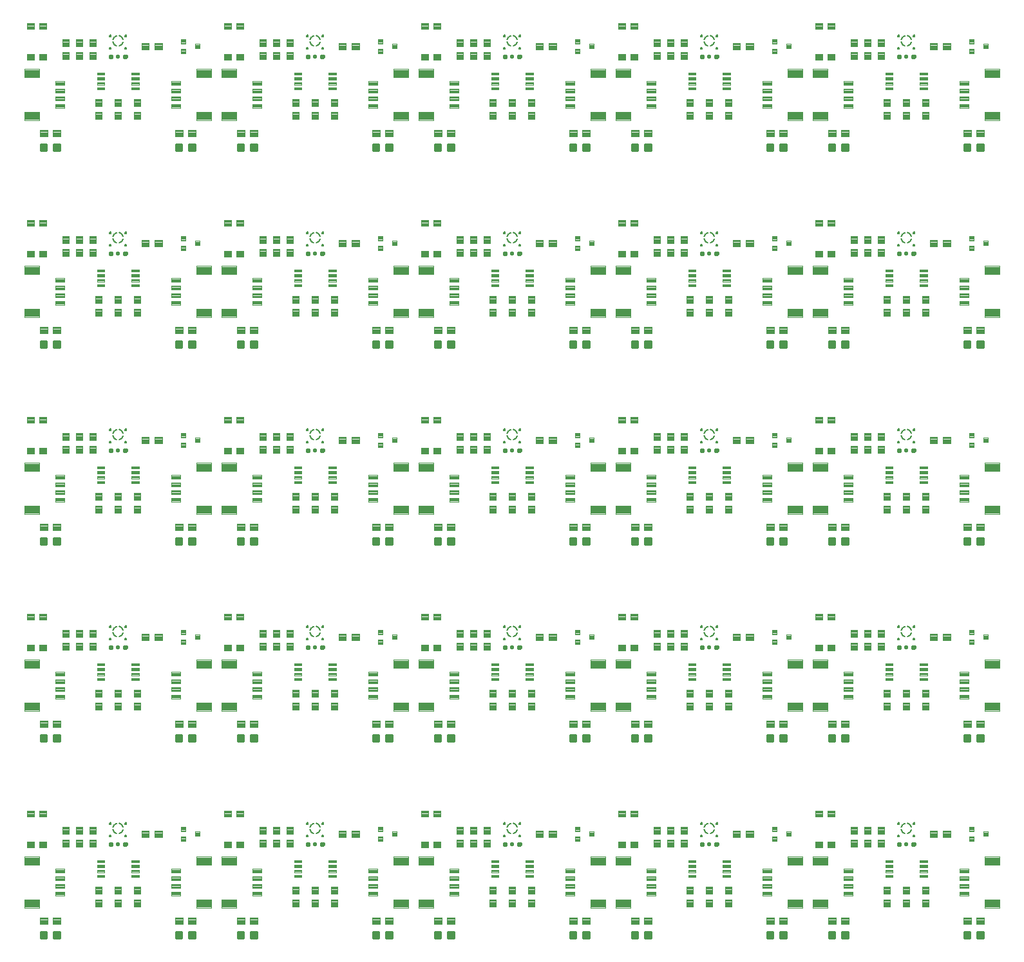
<source format=gtp>
G04 EAGLE Gerber RS-274X export*
G75*
%MOMM*%
%FSLAX34Y34*%
%LPD*%
%INSolderpaste Top*%
%IPPOS*%
%AMOC8*
5,1,8,0,0,1.08239X$1,22.5*%
G01*
%ADD10C,0.100000*%
%ADD11C,0.096000*%
%ADD12C,0.102000*%
%ADD13C,0.300000*%
%ADD14C,0.400000*%
%ADD15C,0.350000*%
%ADD16C,0.210000*%
%ADD17C,0.200000*%
%ADD18C,0.099000*%
%ADD19C,0.105000*%


D10*
X131500Y79050D02*
X131500Y69050D01*
X122500Y69050D01*
X122500Y79050D01*
X131500Y79050D01*
X131500Y70000D02*
X122500Y70000D01*
X122500Y70950D02*
X131500Y70950D01*
X131500Y71900D02*
X122500Y71900D01*
X122500Y72850D02*
X131500Y72850D01*
X131500Y73800D02*
X122500Y73800D01*
X122500Y74750D02*
X131500Y74750D01*
X131500Y75700D02*
X122500Y75700D01*
X122500Y76650D02*
X131500Y76650D01*
X131500Y77600D02*
X122500Y77600D01*
X122500Y78550D02*
X131500Y78550D01*
X131500Y86050D02*
X131500Y96050D01*
X131500Y86050D02*
X122500Y86050D01*
X122500Y96050D01*
X131500Y96050D01*
X131500Y87000D02*
X122500Y87000D01*
X122500Y87950D02*
X131500Y87950D01*
X131500Y88900D02*
X122500Y88900D01*
X122500Y89850D02*
X131500Y89850D01*
X131500Y90800D02*
X122500Y90800D01*
X122500Y91750D02*
X131500Y91750D01*
X131500Y92700D02*
X122500Y92700D01*
X122500Y93650D02*
X131500Y93650D01*
X131500Y94600D02*
X122500Y94600D01*
X122500Y95550D02*
X131500Y95550D01*
X156900Y79050D02*
X156900Y69050D01*
X147900Y69050D01*
X147900Y79050D01*
X156900Y79050D01*
X156900Y70000D02*
X147900Y70000D01*
X147900Y70950D02*
X156900Y70950D01*
X156900Y71900D02*
X147900Y71900D01*
X147900Y72850D02*
X156900Y72850D01*
X156900Y73800D02*
X147900Y73800D01*
X147900Y74750D02*
X156900Y74750D01*
X156900Y75700D02*
X147900Y75700D01*
X147900Y76650D02*
X156900Y76650D01*
X156900Y77600D02*
X147900Y77600D01*
X147900Y78550D02*
X156900Y78550D01*
X156900Y86050D02*
X156900Y96050D01*
X156900Y86050D02*
X147900Y86050D01*
X147900Y96050D01*
X156900Y96050D01*
X156900Y87000D02*
X147900Y87000D01*
X147900Y87950D02*
X156900Y87950D01*
X156900Y88900D02*
X147900Y88900D01*
X147900Y89850D02*
X156900Y89850D01*
X156900Y90800D02*
X147900Y90800D01*
X147900Y91750D02*
X156900Y91750D01*
X156900Y92700D02*
X147900Y92700D01*
X147900Y93650D02*
X156900Y93650D01*
X156900Y94600D02*
X147900Y94600D01*
X147900Y95550D02*
X156900Y95550D01*
D11*
X4530Y124080D02*
X4530Y135120D01*
X23570Y135120D01*
X23570Y124080D01*
X4530Y124080D01*
X4530Y124992D02*
X23570Y124992D01*
X23570Y125904D02*
X4530Y125904D01*
X4530Y126816D02*
X23570Y126816D01*
X23570Y127728D02*
X4530Y127728D01*
X4530Y128640D02*
X23570Y128640D01*
X23570Y129552D02*
X4530Y129552D01*
X4530Y130464D02*
X23570Y130464D01*
X23570Y131376D02*
X4530Y131376D01*
X4530Y132288D02*
X23570Y132288D01*
X23570Y133200D02*
X4530Y133200D01*
X4530Y134112D02*
X23570Y134112D01*
X23570Y135024D02*
X4530Y135024D01*
X4530Y79120D02*
X4530Y68080D01*
X4530Y79120D02*
X23570Y79120D01*
X23570Y68080D01*
X4530Y68080D01*
X4530Y68992D02*
X23570Y68992D01*
X23570Y69904D02*
X4530Y69904D01*
X4530Y70816D02*
X23570Y70816D01*
X23570Y71728D02*
X4530Y71728D01*
X4530Y72640D02*
X23570Y72640D01*
X23570Y73552D02*
X4530Y73552D01*
X4530Y74464D02*
X23570Y74464D01*
X23570Y75376D02*
X4530Y75376D01*
X4530Y76288D02*
X23570Y76288D01*
X23570Y77200D02*
X4530Y77200D01*
X4530Y78112D02*
X23570Y78112D01*
X23570Y79024D02*
X4530Y79024D01*
D12*
X44560Y114110D02*
X44560Y119090D01*
X57040Y119090D01*
X57040Y114110D01*
X44560Y114110D01*
X44560Y115079D02*
X57040Y115079D01*
X57040Y116048D02*
X44560Y116048D01*
X44560Y117017D02*
X57040Y117017D01*
X57040Y117986D02*
X44560Y117986D01*
X44560Y118955D02*
X57040Y118955D01*
X44560Y109090D02*
X44560Y104110D01*
X44560Y109090D02*
X57040Y109090D01*
X57040Y104110D01*
X44560Y104110D01*
X44560Y105079D02*
X57040Y105079D01*
X57040Y106048D02*
X44560Y106048D01*
X44560Y107017D02*
X57040Y107017D01*
X57040Y107986D02*
X44560Y107986D01*
X44560Y108955D02*
X57040Y108955D01*
X44560Y99090D02*
X44560Y94110D01*
X44560Y99090D02*
X57040Y99090D01*
X57040Y94110D01*
X44560Y94110D01*
X44560Y95079D02*
X57040Y95079D01*
X57040Y96048D02*
X44560Y96048D01*
X44560Y97017D02*
X57040Y97017D01*
X57040Y97986D02*
X44560Y97986D01*
X44560Y98955D02*
X57040Y98955D01*
X44560Y89090D02*
X44560Y84110D01*
X44560Y89090D02*
X57040Y89090D01*
X57040Y84110D01*
X44560Y84110D01*
X44560Y85079D02*
X57040Y85079D01*
X57040Y86048D02*
X44560Y86048D01*
X44560Y87017D02*
X57040Y87017D01*
X57040Y87986D02*
X44560Y87986D01*
X44560Y88955D02*
X57040Y88955D01*
D11*
X249470Y79120D02*
X249470Y68080D01*
X230430Y68080D01*
X230430Y79120D01*
X249470Y79120D01*
X249470Y68992D02*
X230430Y68992D01*
X230430Y69904D02*
X249470Y69904D01*
X249470Y70816D02*
X230430Y70816D01*
X230430Y71728D02*
X249470Y71728D01*
X249470Y72640D02*
X230430Y72640D01*
X230430Y73552D02*
X249470Y73552D01*
X249470Y74464D02*
X230430Y74464D01*
X230430Y75376D02*
X249470Y75376D01*
X249470Y76288D02*
X230430Y76288D01*
X230430Y77200D02*
X249470Y77200D01*
X249470Y78112D02*
X230430Y78112D01*
X230430Y79024D02*
X249470Y79024D01*
X249470Y124080D02*
X249470Y135120D01*
X249470Y124080D02*
X230430Y124080D01*
X230430Y135120D01*
X249470Y135120D01*
X249470Y124992D02*
X230430Y124992D01*
X230430Y125904D02*
X249470Y125904D01*
X249470Y126816D02*
X230430Y126816D01*
X230430Y127728D02*
X249470Y127728D01*
X249470Y128640D02*
X230430Y128640D01*
X230430Y129552D02*
X249470Y129552D01*
X249470Y130464D02*
X230430Y130464D01*
X230430Y131376D02*
X249470Y131376D01*
X249470Y132288D02*
X230430Y132288D01*
X230430Y133200D02*
X249470Y133200D01*
X249470Y134112D02*
X230430Y134112D01*
X230430Y135024D02*
X249470Y135024D01*
D12*
X209440Y89090D02*
X209440Y84110D01*
X196960Y84110D01*
X196960Y89090D01*
X209440Y89090D01*
X209440Y85079D02*
X196960Y85079D01*
X196960Y86048D02*
X209440Y86048D01*
X209440Y87017D02*
X196960Y87017D01*
X196960Y87986D02*
X209440Y87986D01*
X209440Y88955D02*
X196960Y88955D01*
X209440Y94110D02*
X209440Y99090D01*
X209440Y94110D02*
X196960Y94110D01*
X196960Y99090D01*
X209440Y99090D01*
X209440Y95079D02*
X196960Y95079D01*
X196960Y96048D02*
X209440Y96048D01*
X209440Y97017D02*
X196960Y97017D01*
X196960Y97986D02*
X209440Y97986D01*
X209440Y98955D02*
X196960Y98955D01*
X209440Y104110D02*
X209440Y109090D01*
X209440Y104110D02*
X196960Y104110D01*
X196960Y109090D01*
X209440Y109090D01*
X209440Y105079D02*
X196960Y105079D01*
X196960Y106048D02*
X209440Y106048D01*
X209440Y107017D02*
X196960Y107017D01*
X196960Y107986D02*
X209440Y107986D01*
X209440Y108955D02*
X196960Y108955D01*
X209440Y114110D02*
X209440Y119090D01*
X209440Y114110D02*
X196960Y114110D01*
X196960Y119090D01*
X209440Y119090D01*
X209440Y115079D02*
X196960Y115079D01*
X196960Y116048D02*
X209440Y116048D01*
X209440Y117017D02*
X196960Y117017D01*
X196960Y117986D02*
X209440Y117986D01*
X209440Y118955D02*
X196960Y118955D01*
D10*
X51600Y55300D02*
X41600Y55300D01*
X51600Y55300D02*
X51600Y46300D01*
X41600Y46300D01*
X41600Y55300D01*
X41600Y47250D02*
X51600Y47250D01*
X51600Y48200D02*
X41600Y48200D01*
X41600Y49150D02*
X51600Y49150D01*
X51600Y50100D02*
X41600Y50100D01*
X41600Y51050D02*
X51600Y51050D01*
X51600Y52000D02*
X41600Y52000D01*
X41600Y52950D02*
X51600Y52950D01*
X51600Y53900D02*
X41600Y53900D01*
X41600Y54850D02*
X51600Y54850D01*
X34600Y55300D02*
X24600Y55300D01*
X34600Y55300D02*
X34600Y46300D01*
X24600Y46300D01*
X24600Y55300D01*
X24600Y47250D02*
X34600Y47250D01*
X34600Y48200D02*
X24600Y48200D01*
X24600Y49150D02*
X34600Y49150D01*
X34600Y50100D02*
X24600Y50100D01*
X24600Y51050D02*
X34600Y51050D01*
X34600Y52000D02*
X24600Y52000D01*
X24600Y52950D02*
X34600Y52950D01*
X34600Y53900D02*
X24600Y53900D01*
X24600Y54850D02*
X34600Y54850D01*
D13*
X32830Y35250D02*
X32830Y28250D01*
X25830Y28250D01*
X25830Y35250D01*
X32830Y35250D01*
X32830Y31100D02*
X25830Y31100D01*
X25830Y33950D02*
X32830Y33950D01*
X50370Y35250D02*
X50370Y28250D01*
X43370Y28250D01*
X43370Y35250D01*
X50370Y35250D01*
X50370Y31100D02*
X43370Y31100D01*
X43370Y33950D02*
X50370Y33950D01*
D10*
X99500Y127630D02*
X99500Y130630D01*
X109500Y130630D01*
X109500Y127630D01*
X99500Y127630D01*
X99500Y128580D02*
X109500Y128580D01*
X109500Y129530D02*
X99500Y129530D01*
X99500Y130480D02*
X109500Y130480D01*
X99500Y124130D02*
X99500Y121130D01*
X99500Y124130D02*
X109500Y124130D01*
X109500Y121130D01*
X99500Y121130D01*
X99500Y122080D02*
X109500Y122080D01*
X109500Y123030D02*
X99500Y123030D01*
X99500Y123980D02*
X109500Y123980D01*
X99500Y117630D02*
X99500Y114630D01*
X99500Y117630D02*
X109500Y117630D01*
X109500Y114630D01*
X99500Y114630D01*
X99500Y115580D02*
X109500Y115580D01*
X109500Y116530D02*
X99500Y116530D01*
X99500Y117480D02*
X109500Y117480D01*
X99500Y111130D02*
X99500Y108130D01*
X99500Y111130D02*
X109500Y111130D01*
X109500Y108130D01*
X99500Y108130D01*
X99500Y109080D02*
X109500Y109080D01*
X109500Y110030D02*
X99500Y110030D01*
X99500Y110980D02*
X109500Y110980D01*
X144500Y111130D02*
X144500Y108130D01*
X144500Y111130D02*
X154500Y111130D01*
X154500Y108130D01*
X144500Y108130D01*
X144500Y109080D02*
X154500Y109080D01*
X154500Y110030D02*
X144500Y110030D01*
X144500Y110980D02*
X154500Y110980D01*
X144500Y114630D02*
X144500Y117630D01*
X154500Y117630D01*
X154500Y114630D01*
X144500Y114630D01*
X144500Y115580D02*
X154500Y115580D01*
X154500Y116530D02*
X144500Y116530D01*
X144500Y117480D02*
X154500Y117480D01*
X144500Y121130D02*
X144500Y124130D01*
X154500Y124130D01*
X154500Y121130D01*
X144500Y121130D01*
X144500Y122080D02*
X154500Y122080D01*
X154500Y123030D02*
X144500Y123030D01*
X144500Y123980D02*
X154500Y123980D01*
X144500Y127630D02*
X144500Y130630D01*
X154500Y130630D01*
X154500Y127630D01*
X144500Y127630D01*
X144500Y128580D02*
X154500Y128580D01*
X154500Y129530D02*
X144500Y129530D01*
X144500Y130480D02*
X154500Y130480D01*
X98480Y147790D02*
X98480Y157790D01*
X98480Y147790D02*
X89480Y147790D01*
X89480Y157790D01*
X98480Y157790D01*
X98480Y148740D02*
X89480Y148740D01*
X89480Y149690D02*
X98480Y149690D01*
X98480Y150640D02*
X89480Y150640D01*
X89480Y151590D02*
X98480Y151590D01*
X98480Y152540D02*
X89480Y152540D01*
X89480Y153490D02*
X98480Y153490D01*
X98480Y154440D02*
X89480Y154440D01*
X89480Y155390D02*
X98480Y155390D01*
X98480Y156340D02*
X89480Y156340D01*
X89480Y157290D02*
X98480Y157290D01*
X98480Y164790D02*
X98480Y174790D01*
X98480Y164790D02*
X89480Y164790D01*
X89480Y174790D01*
X98480Y174790D01*
X98480Y165740D02*
X89480Y165740D01*
X89480Y166690D02*
X98480Y166690D01*
X98480Y167640D02*
X89480Y167640D01*
X89480Y168590D02*
X98480Y168590D01*
X98480Y169540D02*
X89480Y169540D01*
X89480Y170490D02*
X98480Y170490D01*
X98480Y171440D02*
X89480Y171440D01*
X89480Y172390D02*
X98480Y172390D01*
X98480Y173340D02*
X89480Y173340D01*
X89480Y174290D02*
X98480Y174290D01*
X106100Y79050D02*
X106100Y69050D01*
X97100Y69050D01*
X97100Y79050D01*
X106100Y79050D01*
X106100Y70000D02*
X97100Y70000D01*
X97100Y70950D02*
X106100Y70950D01*
X106100Y71900D02*
X97100Y71900D01*
X97100Y72850D02*
X106100Y72850D01*
X106100Y73800D02*
X97100Y73800D01*
X97100Y74750D02*
X106100Y74750D01*
X106100Y75700D02*
X97100Y75700D01*
X97100Y76650D02*
X106100Y76650D01*
X106100Y77600D02*
X97100Y77600D01*
X97100Y78550D02*
X106100Y78550D01*
X106100Y86050D02*
X106100Y96050D01*
X106100Y86050D02*
X97100Y86050D01*
X97100Y96050D01*
X106100Y96050D01*
X106100Y87000D02*
X97100Y87000D01*
X97100Y87950D02*
X106100Y87950D01*
X106100Y88900D02*
X97100Y88900D01*
X97100Y89850D02*
X106100Y89850D01*
X106100Y90800D02*
X97100Y90800D01*
X97100Y91750D02*
X106100Y91750D01*
X106100Y92700D02*
X97100Y92700D01*
X97100Y93650D02*
X106100Y93650D01*
X106100Y94600D02*
X97100Y94600D01*
X97100Y95550D02*
X106100Y95550D01*
D14*
X135650Y151600D02*
X135652Y151663D01*
X135658Y151725D01*
X135668Y151787D01*
X135681Y151849D01*
X135699Y151909D01*
X135720Y151968D01*
X135745Y152026D01*
X135774Y152082D01*
X135806Y152136D01*
X135841Y152188D01*
X135879Y152237D01*
X135921Y152285D01*
X135965Y152329D01*
X136013Y152371D01*
X136062Y152409D01*
X136114Y152444D01*
X136168Y152476D01*
X136224Y152505D01*
X136282Y152530D01*
X136341Y152551D01*
X136401Y152569D01*
X136463Y152582D01*
X136525Y152592D01*
X136587Y152598D01*
X136650Y152600D01*
X136713Y152598D01*
X136775Y152592D01*
X136837Y152582D01*
X136899Y152569D01*
X136959Y152551D01*
X137018Y152530D01*
X137076Y152505D01*
X137132Y152476D01*
X137186Y152444D01*
X137238Y152409D01*
X137287Y152371D01*
X137335Y152329D01*
X137379Y152285D01*
X137421Y152237D01*
X137459Y152188D01*
X137494Y152136D01*
X137526Y152082D01*
X137555Y152026D01*
X137580Y151968D01*
X137601Y151909D01*
X137619Y151849D01*
X137632Y151787D01*
X137642Y151725D01*
X137648Y151663D01*
X137650Y151600D01*
X137648Y151537D01*
X137642Y151475D01*
X137632Y151413D01*
X137619Y151351D01*
X137601Y151291D01*
X137580Y151232D01*
X137555Y151174D01*
X137526Y151118D01*
X137494Y151064D01*
X137459Y151012D01*
X137421Y150963D01*
X137379Y150915D01*
X137335Y150871D01*
X137287Y150829D01*
X137238Y150791D01*
X137186Y150756D01*
X137132Y150724D01*
X137076Y150695D01*
X137018Y150670D01*
X136959Y150649D01*
X136899Y150631D01*
X136837Y150618D01*
X136775Y150608D01*
X136713Y150602D01*
X136650Y150600D01*
X136587Y150602D01*
X136525Y150608D01*
X136463Y150618D01*
X136401Y150631D01*
X136341Y150649D01*
X136282Y150670D01*
X136224Y150695D01*
X136168Y150724D01*
X136114Y150756D01*
X136062Y150791D01*
X136013Y150829D01*
X135965Y150871D01*
X135921Y150915D01*
X135879Y150963D01*
X135841Y151012D01*
X135806Y151064D01*
X135774Y151118D01*
X135745Y151174D01*
X135720Y151232D01*
X135699Y151291D01*
X135681Y151351D01*
X135668Y151413D01*
X135658Y151475D01*
X135652Y151537D01*
X135650Y151600D01*
D15*
X126000Y151600D02*
X126002Y151663D01*
X126008Y151725D01*
X126018Y151787D01*
X126031Y151849D01*
X126049Y151909D01*
X126070Y151968D01*
X126095Y152026D01*
X126124Y152082D01*
X126156Y152136D01*
X126191Y152188D01*
X126229Y152237D01*
X126271Y152285D01*
X126315Y152329D01*
X126363Y152371D01*
X126412Y152409D01*
X126464Y152444D01*
X126518Y152476D01*
X126574Y152505D01*
X126632Y152530D01*
X126691Y152551D01*
X126751Y152569D01*
X126813Y152582D01*
X126875Y152592D01*
X126937Y152598D01*
X127000Y152600D01*
X127063Y152598D01*
X127125Y152592D01*
X127187Y152582D01*
X127249Y152569D01*
X127309Y152551D01*
X127368Y152530D01*
X127426Y152505D01*
X127482Y152476D01*
X127536Y152444D01*
X127588Y152409D01*
X127637Y152371D01*
X127685Y152329D01*
X127729Y152285D01*
X127771Y152237D01*
X127809Y152188D01*
X127844Y152136D01*
X127876Y152082D01*
X127905Y152026D01*
X127930Y151968D01*
X127951Y151909D01*
X127969Y151849D01*
X127982Y151787D01*
X127992Y151725D01*
X127998Y151663D01*
X128000Y151600D01*
X127998Y151537D01*
X127992Y151475D01*
X127982Y151413D01*
X127969Y151351D01*
X127951Y151291D01*
X127930Y151232D01*
X127905Y151174D01*
X127876Y151118D01*
X127844Y151064D01*
X127809Y151012D01*
X127771Y150963D01*
X127729Y150915D01*
X127685Y150871D01*
X127637Y150829D01*
X127588Y150791D01*
X127536Y150756D01*
X127482Y150724D01*
X127426Y150695D01*
X127368Y150670D01*
X127309Y150649D01*
X127249Y150631D01*
X127187Y150618D01*
X127125Y150608D01*
X127063Y150602D01*
X127000Y150600D01*
X126937Y150602D01*
X126875Y150608D01*
X126813Y150618D01*
X126751Y150631D01*
X126691Y150649D01*
X126632Y150670D01*
X126574Y150695D01*
X126518Y150724D01*
X126464Y150756D01*
X126412Y150791D01*
X126363Y150829D01*
X126315Y150871D01*
X126271Y150915D01*
X126229Y150963D01*
X126191Y151012D01*
X126156Y151064D01*
X126124Y151118D01*
X126095Y151174D01*
X126070Y151232D01*
X126049Y151291D01*
X126031Y151351D01*
X126018Y151413D01*
X126008Y151475D01*
X126002Y151537D01*
X126000Y151600D01*
D14*
X116350Y151600D02*
X116352Y151663D01*
X116358Y151725D01*
X116368Y151787D01*
X116381Y151849D01*
X116399Y151909D01*
X116420Y151968D01*
X116445Y152026D01*
X116474Y152082D01*
X116506Y152136D01*
X116541Y152188D01*
X116579Y152237D01*
X116621Y152285D01*
X116665Y152329D01*
X116713Y152371D01*
X116762Y152409D01*
X116814Y152444D01*
X116868Y152476D01*
X116924Y152505D01*
X116982Y152530D01*
X117041Y152551D01*
X117101Y152569D01*
X117163Y152582D01*
X117225Y152592D01*
X117287Y152598D01*
X117350Y152600D01*
X117413Y152598D01*
X117475Y152592D01*
X117537Y152582D01*
X117599Y152569D01*
X117659Y152551D01*
X117718Y152530D01*
X117776Y152505D01*
X117832Y152476D01*
X117886Y152444D01*
X117938Y152409D01*
X117987Y152371D01*
X118035Y152329D01*
X118079Y152285D01*
X118121Y152237D01*
X118159Y152188D01*
X118194Y152136D01*
X118226Y152082D01*
X118255Y152026D01*
X118280Y151968D01*
X118301Y151909D01*
X118319Y151849D01*
X118332Y151787D01*
X118342Y151725D01*
X118348Y151663D01*
X118350Y151600D01*
X118348Y151537D01*
X118342Y151475D01*
X118332Y151413D01*
X118319Y151351D01*
X118301Y151291D01*
X118280Y151232D01*
X118255Y151174D01*
X118226Y151118D01*
X118194Y151064D01*
X118159Y151012D01*
X118121Y150963D01*
X118079Y150915D01*
X118035Y150871D01*
X117987Y150829D01*
X117938Y150791D01*
X117886Y150756D01*
X117832Y150724D01*
X117776Y150695D01*
X117718Y150670D01*
X117659Y150649D01*
X117599Y150631D01*
X117537Y150618D01*
X117475Y150608D01*
X117413Y150602D01*
X117350Y150600D01*
X117287Y150602D01*
X117225Y150608D01*
X117163Y150618D01*
X117101Y150631D01*
X117041Y150649D01*
X116982Y150670D01*
X116924Y150695D01*
X116868Y150724D01*
X116814Y150756D01*
X116762Y150791D01*
X116713Y150829D01*
X116665Y150871D01*
X116621Y150915D01*
X116579Y150963D01*
X116541Y151012D01*
X116506Y151064D01*
X116474Y151118D01*
X116445Y151174D01*
X116420Y151232D01*
X116399Y151291D01*
X116381Y151351D01*
X116368Y151413D01*
X116358Y151475D01*
X116352Y151537D01*
X116350Y151600D01*
D16*
X136150Y162600D02*
X136152Y162663D01*
X136158Y162725D01*
X136168Y162787D01*
X136181Y162849D01*
X136199Y162909D01*
X136220Y162968D01*
X136245Y163026D01*
X136274Y163082D01*
X136306Y163136D01*
X136341Y163188D01*
X136379Y163237D01*
X136421Y163285D01*
X136465Y163329D01*
X136513Y163371D01*
X136562Y163409D01*
X136614Y163444D01*
X136668Y163476D01*
X136724Y163505D01*
X136782Y163530D01*
X136841Y163551D01*
X136901Y163569D01*
X136963Y163582D01*
X137025Y163592D01*
X137087Y163598D01*
X137150Y163600D01*
X137213Y163598D01*
X137275Y163592D01*
X137337Y163582D01*
X137399Y163569D01*
X137459Y163551D01*
X137518Y163530D01*
X137576Y163505D01*
X137632Y163476D01*
X137686Y163444D01*
X137738Y163409D01*
X137787Y163371D01*
X137835Y163329D01*
X137879Y163285D01*
X137921Y163237D01*
X137959Y163188D01*
X137994Y163136D01*
X138026Y163082D01*
X138055Y163026D01*
X138080Y162968D01*
X138101Y162909D01*
X138119Y162849D01*
X138132Y162787D01*
X138142Y162725D01*
X138148Y162663D01*
X138150Y162600D01*
X138148Y162537D01*
X138142Y162475D01*
X138132Y162413D01*
X138119Y162351D01*
X138101Y162291D01*
X138080Y162232D01*
X138055Y162174D01*
X138026Y162118D01*
X137994Y162064D01*
X137959Y162012D01*
X137921Y161963D01*
X137879Y161915D01*
X137835Y161871D01*
X137787Y161829D01*
X137738Y161791D01*
X137686Y161756D01*
X137632Y161724D01*
X137576Y161695D01*
X137518Y161670D01*
X137459Y161649D01*
X137399Y161631D01*
X137337Y161618D01*
X137275Y161608D01*
X137213Y161602D01*
X137150Y161600D01*
X137087Y161602D01*
X137025Y161608D01*
X136963Y161618D01*
X136901Y161631D01*
X136841Y161649D01*
X136782Y161670D01*
X136724Y161695D01*
X136668Y161724D01*
X136614Y161756D01*
X136562Y161791D01*
X136513Y161829D01*
X136465Y161871D01*
X136421Y161915D01*
X136379Y161963D01*
X136341Y162012D01*
X136306Y162064D01*
X136274Y162118D01*
X136245Y162174D01*
X136220Y162232D01*
X136199Y162291D01*
X136181Y162351D01*
X136168Y162413D01*
X136158Y162475D01*
X136152Y162537D01*
X136150Y162600D01*
D17*
X133500Y174350D02*
X133455Y174507D01*
X133407Y174664D01*
X133355Y174819D01*
X133299Y174972D01*
X133240Y175125D01*
X133176Y175276D01*
X133110Y175425D01*
X133039Y175572D01*
X132965Y175718D01*
X132888Y175862D01*
X132807Y176004D01*
X132722Y176144D01*
X132634Y176282D01*
X132543Y176418D01*
X132449Y176552D01*
X132351Y176683D01*
X132250Y176812D01*
X132147Y176938D01*
X132040Y177062D01*
X131930Y177183D01*
X131817Y177301D01*
X131701Y177417D01*
X131583Y177530D01*
X131462Y177640D01*
X131338Y177747D01*
X131212Y177850D01*
X131083Y177951D01*
X130952Y178049D01*
X130818Y178143D01*
X130682Y178234D01*
X130544Y178322D01*
X130404Y178407D01*
X130262Y178488D01*
X130118Y178565D01*
X129972Y178639D01*
X129825Y178710D01*
X129676Y178776D01*
X129525Y178840D01*
X129372Y178899D01*
X129219Y178955D01*
X129064Y179007D01*
X128907Y179055D01*
X128750Y179100D01*
X120500Y170850D02*
X120545Y170693D01*
X120593Y170536D01*
X120645Y170381D01*
X120701Y170228D01*
X120760Y170075D01*
X120824Y169924D01*
X120890Y169775D01*
X120961Y169628D01*
X121035Y169482D01*
X121112Y169338D01*
X121193Y169196D01*
X121278Y169056D01*
X121366Y168918D01*
X121457Y168782D01*
X121551Y168648D01*
X121649Y168517D01*
X121750Y168388D01*
X121853Y168262D01*
X121960Y168138D01*
X122070Y168017D01*
X122183Y167899D01*
X122299Y167783D01*
X122417Y167670D01*
X122538Y167560D01*
X122662Y167453D01*
X122788Y167350D01*
X122917Y167249D01*
X123048Y167151D01*
X123182Y167057D01*
X123318Y166966D01*
X123456Y166878D01*
X123596Y166793D01*
X123738Y166712D01*
X123882Y166635D01*
X124028Y166561D01*
X124175Y166490D01*
X124324Y166424D01*
X124475Y166360D01*
X124628Y166301D01*
X124781Y166245D01*
X124936Y166193D01*
X125093Y166145D01*
X125250Y166100D01*
X120500Y174350D02*
X120545Y174507D01*
X120593Y174664D01*
X120645Y174819D01*
X120701Y174972D01*
X120760Y175125D01*
X120824Y175276D01*
X120890Y175425D01*
X120961Y175572D01*
X121035Y175718D01*
X121112Y175862D01*
X121193Y176004D01*
X121278Y176144D01*
X121366Y176282D01*
X121457Y176418D01*
X121551Y176552D01*
X121649Y176683D01*
X121750Y176812D01*
X121853Y176938D01*
X121960Y177062D01*
X122070Y177183D01*
X122183Y177301D01*
X122299Y177417D01*
X122417Y177530D01*
X122538Y177640D01*
X122662Y177747D01*
X122788Y177850D01*
X122917Y177951D01*
X123048Y178049D01*
X123182Y178143D01*
X123318Y178234D01*
X123456Y178322D01*
X123596Y178407D01*
X123738Y178488D01*
X123882Y178565D01*
X124028Y178639D01*
X124175Y178710D01*
X124324Y178776D01*
X124475Y178840D01*
X124628Y178899D01*
X124781Y178955D01*
X124936Y179007D01*
X125093Y179055D01*
X125250Y179100D01*
X133500Y170850D02*
X133455Y170693D01*
X133407Y170536D01*
X133355Y170381D01*
X133299Y170228D01*
X133240Y170075D01*
X133176Y169924D01*
X133110Y169775D01*
X133039Y169628D01*
X132965Y169482D01*
X132888Y169338D01*
X132807Y169196D01*
X132722Y169056D01*
X132634Y168918D01*
X132543Y168782D01*
X132449Y168648D01*
X132351Y168517D01*
X132250Y168388D01*
X132147Y168262D01*
X132040Y168138D01*
X131930Y168017D01*
X131817Y167899D01*
X131701Y167783D01*
X131583Y167670D01*
X131462Y167560D01*
X131338Y167453D01*
X131212Y167350D01*
X131083Y167249D01*
X130952Y167151D01*
X130818Y167057D01*
X130682Y166966D01*
X130544Y166878D01*
X130404Y166793D01*
X130262Y166712D01*
X130118Y166635D01*
X129972Y166561D01*
X129825Y166490D01*
X129676Y166424D01*
X129525Y166360D01*
X129372Y166301D01*
X129219Y166245D01*
X129064Y166193D01*
X128907Y166145D01*
X128750Y166100D01*
D16*
X136150Y179000D02*
X136152Y179063D01*
X136158Y179125D01*
X136168Y179187D01*
X136181Y179249D01*
X136199Y179309D01*
X136220Y179368D01*
X136245Y179426D01*
X136274Y179482D01*
X136306Y179536D01*
X136341Y179588D01*
X136379Y179637D01*
X136421Y179685D01*
X136465Y179729D01*
X136513Y179771D01*
X136562Y179809D01*
X136614Y179844D01*
X136668Y179876D01*
X136724Y179905D01*
X136782Y179930D01*
X136841Y179951D01*
X136901Y179969D01*
X136963Y179982D01*
X137025Y179992D01*
X137087Y179998D01*
X137150Y180000D01*
X137213Y179998D01*
X137275Y179992D01*
X137337Y179982D01*
X137399Y179969D01*
X137459Y179951D01*
X137518Y179930D01*
X137576Y179905D01*
X137632Y179876D01*
X137686Y179844D01*
X137738Y179809D01*
X137787Y179771D01*
X137835Y179729D01*
X137879Y179685D01*
X137921Y179637D01*
X137959Y179588D01*
X137994Y179536D01*
X138026Y179482D01*
X138055Y179426D01*
X138080Y179368D01*
X138101Y179309D01*
X138119Y179249D01*
X138132Y179187D01*
X138142Y179125D01*
X138148Y179063D01*
X138150Y179000D01*
X138148Y178937D01*
X138142Y178875D01*
X138132Y178813D01*
X138119Y178751D01*
X138101Y178691D01*
X138080Y178632D01*
X138055Y178574D01*
X138026Y178518D01*
X137994Y178464D01*
X137959Y178412D01*
X137921Y178363D01*
X137879Y178315D01*
X137835Y178271D01*
X137787Y178229D01*
X137738Y178191D01*
X137686Y178156D01*
X137632Y178124D01*
X137576Y178095D01*
X137518Y178070D01*
X137459Y178049D01*
X137399Y178031D01*
X137337Y178018D01*
X137275Y178008D01*
X137213Y178002D01*
X137150Y178000D01*
X137087Y178002D01*
X137025Y178008D01*
X136963Y178018D01*
X136901Y178031D01*
X136841Y178049D01*
X136782Y178070D01*
X136724Y178095D01*
X136668Y178124D01*
X136614Y178156D01*
X136562Y178191D01*
X136513Y178229D01*
X136465Y178271D01*
X136421Y178315D01*
X136379Y178363D01*
X136341Y178412D01*
X136306Y178464D01*
X136274Y178518D01*
X136245Y178574D01*
X136220Y178632D01*
X136199Y178691D01*
X136181Y178751D01*
X136168Y178813D01*
X136158Y178875D01*
X136152Y178937D01*
X136150Y179000D01*
X115850Y179000D02*
X115852Y179063D01*
X115858Y179125D01*
X115868Y179187D01*
X115881Y179249D01*
X115899Y179309D01*
X115920Y179368D01*
X115945Y179426D01*
X115974Y179482D01*
X116006Y179536D01*
X116041Y179588D01*
X116079Y179637D01*
X116121Y179685D01*
X116165Y179729D01*
X116213Y179771D01*
X116262Y179809D01*
X116314Y179844D01*
X116368Y179876D01*
X116424Y179905D01*
X116482Y179930D01*
X116541Y179951D01*
X116601Y179969D01*
X116663Y179982D01*
X116725Y179992D01*
X116787Y179998D01*
X116850Y180000D01*
X116913Y179998D01*
X116975Y179992D01*
X117037Y179982D01*
X117099Y179969D01*
X117159Y179951D01*
X117218Y179930D01*
X117276Y179905D01*
X117332Y179876D01*
X117386Y179844D01*
X117438Y179809D01*
X117487Y179771D01*
X117535Y179729D01*
X117579Y179685D01*
X117621Y179637D01*
X117659Y179588D01*
X117694Y179536D01*
X117726Y179482D01*
X117755Y179426D01*
X117780Y179368D01*
X117801Y179309D01*
X117819Y179249D01*
X117832Y179187D01*
X117842Y179125D01*
X117848Y179063D01*
X117850Y179000D01*
X117848Y178937D01*
X117842Y178875D01*
X117832Y178813D01*
X117819Y178751D01*
X117801Y178691D01*
X117780Y178632D01*
X117755Y178574D01*
X117726Y178518D01*
X117694Y178464D01*
X117659Y178412D01*
X117621Y178363D01*
X117579Y178315D01*
X117535Y178271D01*
X117487Y178229D01*
X117438Y178191D01*
X117386Y178156D01*
X117332Y178124D01*
X117276Y178095D01*
X117218Y178070D01*
X117159Y178049D01*
X117099Y178031D01*
X117037Y178018D01*
X116975Y178008D01*
X116913Y178002D01*
X116850Y178000D01*
X116787Y178002D01*
X116725Y178008D01*
X116663Y178018D01*
X116601Y178031D01*
X116541Y178049D01*
X116482Y178070D01*
X116424Y178095D01*
X116368Y178124D01*
X116314Y178156D01*
X116262Y178191D01*
X116213Y178229D01*
X116165Y178271D01*
X116121Y178315D01*
X116079Y178363D01*
X116041Y178412D01*
X116006Y178464D01*
X115974Y178518D01*
X115945Y178574D01*
X115920Y178632D01*
X115899Y178691D01*
X115881Y178751D01*
X115868Y178813D01*
X115858Y178875D01*
X115852Y178937D01*
X115850Y179000D01*
X115850Y162600D02*
X115852Y162663D01*
X115858Y162725D01*
X115868Y162787D01*
X115881Y162849D01*
X115899Y162909D01*
X115920Y162968D01*
X115945Y163026D01*
X115974Y163082D01*
X116006Y163136D01*
X116041Y163188D01*
X116079Y163237D01*
X116121Y163285D01*
X116165Y163329D01*
X116213Y163371D01*
X116262Y163409D01*
X116314Y163444D01*
X116368Y163476D01*
X116424Y163505D01*
X116482Y163530D01*
X116541Y163551D01*
X116601Y163569D01*
X116663Y163582D01*
X116725Y163592D01*
X116787Y163598D01*
X116850Y163600D01*
X116913Y163598D01*
X116975Y163592D01*
X117037Y163582D01*
X117099Y163569D01*
X117159Y163551D01*
X117218Y163530D01*
X117276Y163505D01*
X117332Y163476D01*
X117386Y163444D01*
X117438Y163409D01*
X117487Y163371D01*
X117535Y163329D01*
X117579Y163285D01*
X117621Y163237D01*
X117659Y163188D01*
X117694Y163136D01*
X117726Y163082D01*
X117755Y163026D01*
X117780Y162968D01*
X117801Y162909D01*
X117819Y162849D01*
X117832Y162787D01*
X117842Y162725D01*
X117848Y162663D01*
X117850Y162600D01*
X117848Y162537D01*
X117842Y162475D01*
X117832Y162413D01*
X117819Y162351D01*
X117801Y162291D01*
X117780Y162232D01*
X117755Y162174D01*
X117726Y162118D01*
X117694Y162064D01*
X117659Y162012D01*
X117621Y161963D01*
X117579Y161915D01*
X117535Y161871D01*
X117487Y161829D01*
X117438Y161791D01*
X117386Y161756D01*
X117332Y161724D01*
X117276Y161695D01*
X117218Y161670D01*
X117159Y161649D01*
X117099Y161631D01*
X117037Y161618D01*
X116975Y161608D01*
X116913Y161602D01*
X116850Y161600D01*
X116787Y161602D01*
X116725Y161608D01*
X116663Y161618D01*
X116601Y161631D01*
X116541Y161649D01*
X116482Y161670D01*
X116424Y161695D01*
X116368Y161724D01*
X116314Y161756D01*
X116262Y161791D01*
X116213Y161829D01*
X116165Y161871D01*
X116121Y161915D01*
X116079Y161963D01*
X116041Y162012D01*
X116006Y162064D01*
X115974Y162118D01*
X115945Y162174D01*
X115920Y162232D01*
X115899Y162291D01*
X115881Y162351D01*
X115868Y162413D01*
X115858Y162475D01*
X115852Y162537D01*
X115850Y162600D01*
D10*
X80700Y157790D02*
X80700Y147790D01*
X71700Y147790D01*
X71700Y157790D01*
X80700Y157790D01*
X80700Y148740D02*
X71700Y148740D01*
X71700Y149690D02*
X80700Y149690D01*
X80700Y150640D02*
X71700Y150640D01*
X71700Y151590D02*
X80700Y151590D01*
X80700Y152540D02*
X71700Y152540D01*
X71700Y153490D02*
X80700Y153490D01*
X80700Y154440D02*
X71700Y154440D01*
X71700Y155390D02*
X80700Y155390D01*
X80700Y156340D02*
X71700Y156340D01*
X71700Y157290D02*
X80700Y157290D01*
X80700Y164790D02*
X80700Y174790D01*
X80700Y164790D02*
X71700Y164790D01*
X71700Y174790D01*
X80700Y174790D01*
X80700Y165740D02*
X71700Y165740D01*
X71700Y166690D02*
X80700Y166690D01*
X80700Y167640D02*
X71700Y167640D01*
X71700Y168590D02*
X80700Y168590D01*
X80700Y169540D02*
X71700Y169540D01*
X71700Y170490D02*
X80700Y170490D01*
X80700Y171440D02*
X71700Y171440D01*
X71700Y172390D02*
X80700Y172390D01*
X80700Y173340D02*
X71700Y173340D01*
X71700Y174290D02*
X80700Y174290D01*
X157950Y160600D02*
X167950Y160600D01*
X157950Y160600D02*
X157950Y169600D01*
X167950Y169600D01*
X167950Y160600D01*
X167950Y161550D02*
X157950Y161550D01*
X157950Y162500D02*
X167950Y162500D01*
X167950Y163450D02*
X157950Y163450D01*
X157950Y164400D02*
X167950Y164400D01*
X167950Y165350D02*
X157950Y165350D01*
X157950Y166300D02*
X167950Y166300D01*
X167950Y167250D02*
X157950Y167250D01*
X157950Y168200D02*
X167950Y168200D01*
X167950Y169150D02*
X157950Y169150D01*
X174950Y160600D02*
X184950Y160600D01*
X174950Y160600D02*
X174950Y169600D01*
X184950Y169600D01*
X184950Y160600D01*
X184950Y161550D02*
X174950Y161550D01*
X174950Y162500D02*
X184950Y162500D01*
X184950Y163450D02*
X174950Y163450D01*
X174950Y164400D02*
X184950Y164400D01*
X184950Y165350D02*
X174950Y165350D01*
X174950Y166300D02*
X184950Y166300D01*
X184950Y167250D02*
X174950Y167250D01*
X174950Y168200D02*
X184950Y168200D01*
X184950Y169150D02*
X174950Y169150D01*
X62920Y157790D02*
X62920Y147790D01*
X53920Y147790D01*
X53920Y157790D01*
X62920Y157790D01*
X62920Y148740D02*
X53920Y148740D01*
X53920Y149690D02*
X62920Y149690D01*
X62920Y150640D02*
X53920Y150640D01*
X53920Y151590D02*
X62920Y151590D01*
X62920Y152540D02*
X53920Y152540D01*
X53920Y153490D02*
X62920Y153490D01*
X62920Y154440D02*
X53920Y154440D01*
X53920Y155390D02*
X62920Y155390D01*
X62920Y156340D02*
X53920Y156340D01*
X53920Y157290D02*
X62920Y157290D01*
X62920Y164790D02*
X62920Y174790D01*
X62920Y164790D02*
X53920Y164790D01*
X53920Y174790D01*
X62920Y174790D01*
X62920Y165740D02*
X53920Y165740D01*
X53920Y166690D02*
X62920Y166690D01*
X62920Y167640D02*
X53920Y167640D01*
X53920Y168590D02*
X62920Y168590D01*
X62920Y169540D02*
X53920Y169540D01*
X53920Y170490D02*
X62920Y170490D01*
X62920Y171440D02*
X53920Y171440D01*
X53920Y172390D02*
X62920Y172390D01*
X62920Y173340D02*
X53920Y173340D01*
X53920Y174290D02*
X62920Y174290D01*
D18*
X23815Y154955D02*
X23815Y146945D01*
X23815Y154955D02*
X32825Y154955D01*
X32825Y146945D01*
X23815Y146945D01*
X23815Y147885D02*
X32825Y147885D01*
X32825Y148825D02*
X23815Y148825D01*
X23815Y149765D02*
X32825Y149765D01*
X32825Y150705D02*
X23815Y150705D01*
X23815Y151645D02*
X32825Y151645D01*
X32825Y152585D02*
X23815Y152585D01*
X23815Y153525D02*
X32825Y153525D01*
X32825Y154465D02*
X23815Y154465D01*
X7815Y154955D02*
X7815Y146945D01*
X7815Y154955D02*
X16825Y154955D01*
X16825Y146945D01*
X7815Y146945D01*
X7815Y147885D02*
X16825Y147885D01*
X16825Y148825D02*
X7815Y148825D01*
X7815Y149765D02*
X16825Y149765D01*
X16825Y150705D02*
X7815Y150705D01*
X7815Y151645D02*
X16825Y151645D01*
X16825Y152585D02*
X7815Y152585D01*
X7815Y153525D02*
X16825Y153525D01*
X16825Y154465D02*
X7815Y154465D01*
X7815Y187945D02*
X7815Y195955D01*
X16825Y195955D01*
X16825Y187945D01*
X7815Y187945D01*
X7815Y188885D02*
X16825Y188885D01*
X16825Y189825D02*
X7815Y189825D01*
X7815Y190765D02*
X16825Y190765D01*
X16825Y191705D02*
X7815Y191705D01*
X7815Y192645D02*
X16825Y192645D01*
X16825Y193585D02*
X7815Y193585D01*
X7815Y194525D02*
X16825Y194525D01*
X16825Y195465D02*
X7815Y195465D01*
X23815Y195955D02*
X23815Y187945D01*
X23815Y195955D02*
X32825Y195955D01*
X32825Y187945D01*
X23815Y187945D01*
X23815Y188885D02*
X32825Y188885D01*
X32825Y189825D02*
X23815Y189825D01*
X23815Y190765D02*
X32825Y190765D01*
X32825Y191705D02*
X23815Y191705D01*
X23815Y192645D02*
X32825Y192645D01*
X32825Y193585D02*
X23815Y193585D01*
X23815Y194525D02*
X32825Y194525D01*
X32825Y195465D02*
X23815Y195465D01*
D10*
X202400Y46300D02*
X212400Y46300D01*
X202400Y46300D02*
X202400Y55300D01*
X212400Y55300D01*
X212400Y46300D01*
X212400Y47250D02*
X202400Y47250D01*
X202400Y48200D02*
X212400Y48200D01*
X212400Y49150D02*
X202400Y49150D01*
X202400Y50100D02*
X212400Y50100D01*
X212400Y51050D02*
X202400Y51050D01*
X202400Y52000D02*
X212400Y52000D01*
X212400Y52950D02*
X202400Y52950D01*
X202400Y53900D02*
X212400Y53900D01*
X212400Y54850D02*
X202400Y54850D01*
X219400Y46300D02*
X229400Y46300D01*
X219400Y46300D02*
X219400Y55300D01*
X229400Y55300D01*
X229400Y46300D01*
X229400Y47250D02*
X219400Y47250D01*
X219400Y48200D02*
X229400Y48200D01*
X229400Y49150D02*
X219400Y49150D01*
X219400Y50100D02*
X229400Y50100D01*
X229400Y51050D02*
X219400Y51050D01*
X219400Y52000D02*
X229400Y52000D01*
X229400Y52950D02*
X219400Y52950D01*
X219400Y53900D02*
X229400Y53900D01*
X229400Y54850D02*
X219400Y54850D01*
D13*
X221170Y35250D02*
X221170Y28250D01*
X221170Y35250D02*
X228170Y35250D01*
X228170Y28250D01*
X221170Y28250D01*
X221170Y31100D02*
X228170Y31100D01*
X228170Y33950D02*
X221170Y33950D01*
X203630Y35250D02*
X203630Y28250D01*
X203630Y35250D02*
X210630Y35250D01*
X210630Y28250D01*
X203630Y28250D01*
X203630Y31100D02*
X210630Y31100D01*
X210630Y33950D02*
X203630Y33950D01*
D19*
X210025Y168625D02*
X210025Y174575D01*
X215975Y174575D01*
X215975Y168625D01*
X210025Y168625D01*
X210025Y169622D02*
X215975Y169622D01*
X215975Y170619D02*
X210025Y170619D01*
X210025Y171616D02*
X215975Y171616D01*
X215975Y172613D02*
X210025Y172613D01*
X210025Y173610D02*
X215975Y173610D01*
X210025Y161575D02*
X210025Y155625D01*
X210025Y161575D02*
X215975Y161575D01*
X215975Y155625D01*
X210025Y155625D01*
X210025Y156622D02*
X215975Y156622D01*
X215975Y157619D02*
X210025Y157619D01*
X210025Y158616D02*
X215975Y158616D01*
X215975Y159613D02*
X210025Y159613D01*
X210025Y160610D02*
X215975Y160610D01*
X228525Y162125D02*
X228525Y168075D01*
X234475Y168075D01*
X234475Y162125D01*
X228525Y162125D01*
X228525Y163122D02*
X234475Y163122D01*
X234475Y164119D02*
X228525Y164119D01*
X228525Y165116D02*
X234475Y165116D01*
X234475Y166113D02*
X228525Y166113D01*
X228525Y167110D02*
X234475Y167110D01*
D10*
X390580Y79050D02*
X390580Y69050D01*
X381580Y69050D01*
X381580Y79050D01*
X390580Y79050D01*
X390580Y70000D02*
X381580Y70000D01*
X381580Y70950D02*
X390580Y70950D01*
X390580Y71900D02*
X381580Y71900D01*
X381580Y72850D02*
X390580Y72850D01*
X390580Y73800D02*
X381580Y73800D01*
X381580Y74750D02*
X390580Y74750D01*
X390580Y75700D02*
X381580Y75700D01*
X381580Y76650D02*
X390580Y76650D01*
X390580Y77600D02*
X381580Y77600D01*
X381580Y78550D02*
X390580Y78550D01*
X390580Y86050D02*
X390580Y96050D01*
X390580Y86050D02*
X381580Y86050D01*
X381580Y96050D01*
X390580Y96050D01*
X390580Y87000D02*
X381580Y87000D01*
X381580Y87950D02*
X390580Y87950D01*
X390580Y88900D02*
X381580Y88900D01*
X381580Y89850D02*
X390580Y89850D01*
X390580Y90800D02*
X381580Y90800D01*
X381580Y91750D02*
X390580Y91750D01*
X390580Y92700D02*
X381580Y92700D01*
X381580Y93650D02*
X390580Y93650D01*
X390580Y94600D02*
X381580Y94600D01*
X381580Y95550D02*
X390580Y95550D01*
X415980Y79050D02*
X415980Y69050D01*
X406980Y69050D01*
X406980Y79050D01*
X415980Y79050D01*
X415980Y70000D02*
X406980Y70000D01*
X406980Y70950D02*
X415980Y70950D01*
X415980Y71900D02*
X406980Y71900D01*
X406980Y72850D02*
X415980Y72850D01*
X415980Y73800D02*
X406980Y73800D01*
X406980Y74750D02*
X415980Y74750D01*
X415980Y75700D02*
X406980Y75700D01*
X406980Y76650D02*
X415980Y76650D01*
X415980Y77600D02*
X406980Y77600D01*
X406980Y78550D02*
X415980Y78550D01*
X415980Y86050D02*
X415980Y96050D01*
X415980Y86050D02*
X406980Y86050D01*
X406980Y96050D01*
X415980Y96050D01*
X415980Y87000D02*
X406980Y87000D01*
X406980Y87950D02*
X415980Y87950D01*
X415980Y88900D02*
X406980Y88900D01*
X406980Y89850D02*
X415980Y89850D01*
X415980Y90800D02*
X406980Y90800D01*
X406980Y91750D02*
X415980Y91750D01*
X415980Y92700D02*
X406980Y92700D01*
X406980Y93650D02*
X415980Y93650D01*
X415980Y94600D02*
X406980Y94600D01*
X406980Y95550D02*
X415980Y95550D01*
D11*
X263610Y124080D02*
X263610Y135120D01*
X282650Y135120D01*
X282650Y124080D01*
X263610Y124080D01*
X263610Y124992D02*
X282650Y124992D01*
X282650Y125904D02*
X263610Y125904D01*
X263610Y126816D02*
X282650Y126816D01*
X282650Y127728D02*
X263610Y127728D01*
X263610Y128640D02*
X282650Y128640D01*
X282650Y129552D02*
X263610Y129552D01*
X263610Y130464D02*
X282650Y130464D01*
X282650Y131376D02*
X263610Y131376D01*
X263610Y132288D02*
X282650Y132288D01*
X282650Y133200D02*
X263610Y133200D01*
X263610Y134112D02*
X282650Y134112D01*
X282650Y135024D02*
X263610Y135024D01*
X263610Y79120D02*
X263610Y68080D01*
X263610Y79120D02*
X282650Y79120D01*
X282650Y68080D01*
X263610Y68080D01*
X263610Y68992D02*
X282650Y68992D01*
X282650Y69904D02*
X263610Y69904D01*
X263610Y70816D02*
X282650Y70816D01*
X282650Y71728D02*
X263610Y71728D01*
X263610Y72640D02*
X282650Y72640D01*
X282650Y73552D02*
X263610Y73552D01*
X263610Y74464D02*
X282650Y74464D01*
X282650Y75376D02*
X263610Y75376D01*
X263610Y76288D02*
X282650Y76288D01*
X282650Y77200D02*
X263610Y77200D01*
X263610Y78112D02*
X282650Y78112D01*
X282650Y79024D02*
X263610Y79024D01*
D12*
X303640Y114110D02*
X303640Y119090D01*
X316120Y119090D01*
X316120Y114110D01*
X303640Y114110D01*
X303640Y115079D02*
X316120Y115079D01*
X316120Y116048D02*
X303640Y116048D01*
X303640Y117017D02*
X316120Y117017D01*
X316120Y117986D02*
X303640Y117986D01*
X303640Y118955D02*
X316120Y118955D01*
X303640Y109090D02*
X303640Y104110D01*
X303640Y109090D02*
X316120Y109090D01*
X316120Y104110D01*
X303640Y104110D01*
X303640Y105079D02*
X316120Y105079D01*
X316120Y106048D02*
X303640Y106048D01*
X303640Y107017D02*
X316120Y107017D01*
X316120Y107986D02*
X303640Y107986D01*
X303640Y108955D02*
X316120Y108955D01*
X303640Y99090D02*
X303640Y94110D01*
X303640Y99090D02*
X316120Y99090D01*
X316120Y94110D01*
X303640Y94110D01*
X303640Y95079D02*
X316120Y95079D01*
X316120Y96048D02*
X303640Y96048D01*
X303640Y97017D02*
X316120Y97017D01*
X316120Y97986D02*
X303640Y97986D01*
X303640Y98955D02*
X316120Y98955D01*
X303640Y89090D02*
X303640Y84110D01*
X303640Y89090D02*
X316120Y89090D01*
X316120Y84110D01*
X303640Y84110D01*
X303640Y85079D02*
X316120Y85079D01*
X316120Y86048D02*
X303640Y86048D01*
X303640Y87017D02*
X316120Y87017D01*
X316120Y87986D02*
X303640Y87986D01*
X303640Y88955D02*
X316120Y88955D01*
D11*
X508550Y79120D02*
X508550Y68080D01*
X489510Y68080D01*
X489510Y79120D01*
X508550Y79120D01*
X508550Y68992D02*
X489510Y68992D01*
X489510Y69904D02*
X508550Y69904D01*
X508550Y70816D02*
X489510Y70816D01*
X489510Y71728D02*
X508550Y71728D01*
X508550Y72640D02*
X489510Y72640D01*
X489510Y73552D02*
X508550Y73552D01*
X508550Y74464D02*
X489510Y74464D01*
X489510Y75376D02*
X508550Y75376D01*
X508550Y76288D02*
X489510Y76288D01*
X489510Y77200D02*
X508550Y77200D01*
X508550Y78112D02*
X489510Y78112D01*
X489510Y79024D02*
X508550Y79024D01*
X508550Y124080D02*
X508550Y135120D01*
X508550Y124080D02*
X489510Y124080D01*
X489510Y135120D01*
X508550Y135120D01*
X508550Y124992D02*
X489510Y124992D01*
X489510Y125904D02*
X508550Y125904D01*
X508550Y126816D02*
X489510Y126816D01*
X489510Y127728D02*
X508550Y127728D01*
X508550Y128640D02*
X489510Y128640D01*
X489510Y129552D02*
X508550Y129552D01*
X508550Y130464D02*
X489510Y130464D01*
X489510Y131376D02*
X508550Y131376D01*
X508550Y132288D02*
X489510Y132288D01*
X489510Y133200D02*
X508550Y133200D01*
X508550Y134112D02*
X489510Y134112D01*
X489510Y135024D02*
X508550Y135024D01*
D12*
X468520Y89090D02*
X468520Y84110D01*
X456040Y84110D01*
X456040Y89090D01*
X468520Y89090D01*
X468520Y85079D02*
X456040Y85079D01*
X456040Y86048D02*
X468520Y86048D01*
X468520Y87017D02*
X456040Y87017D01*
X456040Y87986D02*
X468520Y87986D01*
X468520Y88955D02*
X456040Y88955D01*
X468520Y94110D02*
X468520Y99090D01*
X468520Y94110D02*
X456040Y94110D01*
X456040Y99090D01*
X468520Y99090D01*
X468520Y95079D02*
X456040Y95079D01*
X456040Y96048D02*
X468520Y96048D01*
X468520Y97017D02*
X456040Y97017D01*
X456040Y97986D02*
X468520Y97986D01*
X468520Y98955D02*
X456040Y98955D01*
X468520Y104110D02*
X468520Y109090D01*
X468520Y104110D02*
X456040Y104110D01*
X456040Y109090D01*
X468520Y109090D01*
X468520Y105079D02*
X456040Y105079D01*
X456040Y106048D02*
X468520Y106048D01*
X468520Y107017D02*
X456040Y107017D01*
X456040Y107986D02*
X468520Y107986D01*
X468520Y108955D02*
X456040Y108955D01*
X468520Y114110D02*
X468520Y119090D01*
X468520Y114110D02*
X456040Y114110D01*
X456040Y119090D01*
X468520Y119090D01*
X468520Y115079D02*
X456040Y115079D01*
X456040Y116048D02*
X468520Y116048D01*
X468520Y117017D02*
X456040Y117017D01*
X456040Y117986D02*
X468520Y117986D01*
X468520Y118955D02*
X456040Y118955D01*
D10*
X310680Y55300D02*
X300680Y55300D01*
X310680Y55300D02*
X310680Y46300D01*
X300680Y46300D01*
X300680Y55300D01*
X300680Y47250D02*
X310680Y47250D01*
X310680Y48200D02*
X300680Y48200D01*
X300680Y49150D02*
X310680Y49150D01*
X310680Y50100D02*
X300680Y50100D01*
X300680Y51050D02*
X310680Y51050D01*
X310680Y52000D02*
X300680Y52000D01*
X300680Y52950D02*
X310680Y52950D01*
X310680Y53900D02*
X300680Y53900D01*
X300680Y54850D02*
X310680Y54850D01*
X293680Y55300D02*
X283680Y55300D01*
X293680Y55300D02*
X293680Y46300D01*
X283680Y46300D01*
X283680Y55300D01*
X283680Y47250D02*
X293680Y47250D01*
X293680Y48200D02*
X283680Y48200D01*
X283680Y49150D02*
X293680Y49150D01*
X293680Y50100D02*
X283680Y50100D01*
X283680Y51050D02*
X293680Y51050D01*
X293680Y52000D02*
X283680Y52000D01*
X283680Y52950D02*
X293680Y52950D01*
X293680Y53900D02*
X283680Y53900D01*
X283680Y54850D02*
X293680Y54850D01*
D13*
X291910Y35250D02*
X291910Y28250D01*
X284910Y28250D01*
X284910Y35250D01*
X291910Y35250D01*
X291910Y31100D02*
X284910Y31100D01*
X284910Y33950D02*
X291910Y33950D01*
X309450Y35250D02*
X309450Y28250D01*
X302450Y28250D01*
X302450Y35250D01*
X309450Y35250D01*
X309450Y31100D02*
X302450Y31100D01*
X302450Y33950D02*
X309450Y33950D01*
D10*
X358580Y127630D02*
X358580Y130630D01*
X368580Y130630D01*
X368580Y127630D01*
X358580Y127630D01*
X358580Y128580D02*
X368580Y128580D01*
X368580Y129530D02*
X358580Y129530D01*
X358580Y130480D02*
X368580Y130480D01*
X358580Y124130D02*
X358580Y121130D01*
X358580Y124130D02*
X368580Y124130D01*
X368580Y121130D01*
X358580Y121130D01*
X358580Y122080D02*
X368580Y122080D01*
X368580Y123030D02*
X358580Y123030D01*
X358580Y123980D02*
X368580Y123980D01*
X358580Y117630D02*
X358580Y114630D01*
X358580Y117630D02*
X368580Y117630D01*
X368580Y114630D01*
X358580Y114630D01*
X358580Y115580D02*
X368580Y115580D01*
X368580Y116530D02*
X358580Y116530D01*
X358580Y117480D02*
X368580Y117480D01*
X358580Y111130D02*
X358580Y108130D01*
X358580Y111130D02*
X368580Y111130D01*
X368580Y108130D01*
X358580Y108130D01*
X358580Y109080D02*
X368580Y109080D01*
X368580Y110030D02*
X358580Y110030D01*
X358580Y110980D02*
X368580Y110980D01*
X403580Y111130D02*
X403580Y108130D01*
X403580Y111130D02*
X413580Y111130D01*
X413580Y108130D01*
X403580Y108130D01*
X403580Y109080D02*
X413580Y109080D01*
X413580Y110030D02*
X403580Y110030D01*
X403580Y110980D02*
X413580Y110980D01*
X403580Y114630D02*
X403580Y117630D01*
X413580Y117630D01*
X413580Y114630D01*
X403580Y114630D01*
X403580Y115580D02*
X413580Y115580D01*
X413580Y116530D02*
X403580Y116530D01*
X403580Y117480D02*
X413580Y117480D01*
X403580Y121130D02*
X403580Y124130D01*
X413580Y124130D01*
X413580Y121130D01*
X403580Y121130D01*
X403580Y122080D02*
X413580Y122080D01*
X413580Y123030D02*
X403580Y123030D01*
X403580Y123980D02*
X413580Y123980D01*
X403580Y127630D02*
X403580Y130630D01*
X413580Y130630D01*
X413580Y127630D01*
X403580Y127630D01*
X403580Y128580D02*
X413580Y128580D01*
X413580Y129530D02*
X403580Y129530D01*
X403580Y130480D02*
X413580Y130480D01*
X357560Y147790D02*
X357560Y157790D01*
X357560Y147790D02*
X348560Y147790D01*
X348560Y157790D01*
X357560Y157790D01*
X357560Y148740D02*
X348560Y148740D01*
X348560Y149690D02*
X357560Y149690D01*
X357560Y150640D02*
X348560Y150640D01*
X348560Y151590D02*
X357560Y151590D01*
X357560Y152540D02*
X348560Y152540D01*
X348560Y153490D02*
X357560Y153490D01*
X357560Y154440D02*
X348560Y154440D01*
X348560Y155390D02*
X357560Y155390D01*
X357560Y156340D02*
X348560Y156340D01*
X348560Y157290D02*
X357560Y157290D01*
X357560Y164790D02*
X357560Y174790D01*
X357560Y164790D02*
X348560Y164790D01*
X348560Y174790D01*
X357560Y174790D01*
X357560Y165740D02*
X348560Y165740D01*
X348560Y166690D02*
X357560Y166690D01*
X357560Y167640D02*
X348560Y167640D01*
X348560Y168590D02*
X357560Y168590D01*
X357560Y169540D02*
X348560Y169540D01*
X348560Y170490D02*
X357560Y170490D01*
X357560Y171440D02*
X348560Y171440D01*
X348560Y172390D02*
X357560Y172390D01*
X357560Y173340D02*
X348560Y173340D01*
X348560Y174290D02*
X357560Y174290D01*
X365180Y79050D02*
X365180Y69050D01*
X356180Y69050D01*
X356180Y79050D01*
X365180Y79050D01*
X365180Y70000D02*
X356180Y70000D01*
X356180Y70950D02*
X365180Y70950D01*
X365180Y71900D02*
X356180Y71900D01*
X356180Y72850D02*
X365180Y72850D01*
X365180Y73800D02*
X356180Y73800D01*
X356180Y74750D02*
X365180Y74750D01*
X365180Y75700D02*
X356180Y75700D01*
X356180Y76650D02*
X365180Y76650D01*
X365180Y77600D02*
X356180Y77600D01*
X356180Y78550D02*
X365180Y78550D01*
X365180Y86050D02*
X365180Y96050D01*
X365180Y86050D02*
X356180Y86050D01*
X356180Y96050D01*
X365180Y96050D01*
X365180Y87000D02*
X356180Y87000D01*
X356180Y87950D02*
X365180Y87950D01*
X365180Y88900D02*
X356180Y88900D01*
X356180Y89850D02*
X365180Y89850D01*
X365180Y90800D02*
X356180Y90800D01*
X356180Y91750D02*
X365180Y91750D01*
X365180Y92700D02*
X356180Y92700D01*
X356180Y93650D02*
X365180Y93650D01*
X365180Y94600D02*
X356180Y94600D01*
X356180Y95550D02*
X365180Y95550D01*
D14*
X394730Y151600D02*
X394732Y151663D01*
X394738Y151725D01*
X394748Y151787D01*
X394761Y151849D01*
X394779Y151909D01*
X394800Y151968D01*
X394825Y152026D01*
X394854Y152082D01*
X394886Y152136D01*
X394921Y152188D01*
X394959Y152237D01*
X395001Y152285D01*
X395045Y152329D01*
X395093Y152371D01*
X395142Y152409D01*
X395194Y152444D01*
X395248Y152476D01*
X395304Y152505D01*
X395362Y152530D01*
X395421Y152551D01*
X395481Y152569D01*
X395543Y152582D01*
X395605Y152592D01*
X395667Y152598D01*
X395730Y152600D01*
X395793Y152598D01*
X395855Y152592D01*
X395917Y152582D01*
X395979Y152569D01*
X396039Y152551D01*
X396098Y152530D01*
X396156Y152505D01*
X396212Y152476D01*
X396266Y152444D01*
X396318Y152409D01*
X396367Y152371D01*
X396415Y152329D01*
X396459Y152285D01*
X396501Y152237D01*
X396539Y152188D01*
X396574Y152136D01*
X396606Y152082D01*
X396635Y152026D01*
X396660Y151968D01*
X396681Y151909D01*
X396699Y151849D01*
X396712Y151787D01*
X396722Y151725D01*
X396728Y151663D01*
X396730Y151600D01*
X396728Y151537D01*
X396722Y151475D01*
X396712Y151413D01*
X396699Y151351D01*
X396681Y151291D01*
X396660Y151232D01*
X396635Y151174D01*
X396606Y151118D01*
X396574Y151064D01*
X396539Y151012D01*
X396501Y150963D01*
X396459Y150915D01*
X396415Y150871D01*
X396367Y150829D01*
X396318Y150791D01*
X396266Y150756D01*
X396212Y150724D01*
X396156Y150695D01*
X396098Y150670D01*
X396039Y150649D01*
X395979Y150631D01*
X395917Y150618D01*
X395855Y150608D01*
X395793Y150602D01*
X395730Y150600D01*
X395667Y150602D01*
X395605Y150608D01*
X395543Y150618D01*
X395481Y150631D01*
X395421Y150649D01*
X395362Y150670D01*
X395304Y150695D01*
X395248Y150724D01*
X395194Y150756D01*
X395142Y150791D01*
X395093Y150829D01*
X395045Y150871D01*
X395001Y150915D01*
X394959Y150963D01*
X394921Y151012D01*
X394886Y151064D01*
X394854Y151118D01*
X394825Y151174D01*
X394800Y151232D01*
X394779Y151291D01*
X394761Y151351D01*
X394748Y151413D01*
X394738Y151475D01*
X394732Y151537D01*
X394730Y151600D01*
D15*
X385080Y151600D02*
X385082Y151663D01*
X385088Y151725D01*
X385098Y151787D01*
X385111Y151849D01*
X385129Y151909D01*
X385150Y151968D01*
X385175Y152026D01*
X385204Y152082D01*
X385236Y152136D01*
X385271Y152188D01*
X385309Y152237D01*
X385351Y152285D01*
X385395Y152329D01*
X385443Y152371D01*
X385492Y152409D01*
X385544Y152444D01*
X385598Y152476D01*
X385654Y152505D01*
X385712Y152530D01*
X385771Y152551D01*
X385831Y152569D01*
X385893Y152582D01*
X385955Y152592D01*
X386017Y152598D01*
X386080Y152600D01*
X386143Y152598D01*
X386205Y152592D01*
X386267Y152582D01*
X386329Y152569D01*
X386389Y152551D01*
X386448Y152530D01*
X386506Y152505D01*
X386562Y152476D01*
X386616Y152444D01*
X386668Y152409D01*
X386717Y152371D01*
X386765Y152329D01*
X386809Y152285D01*
X386851Y152237D01*
X386889Y152188D01*
X386924Y152136D01*
X386956Y152082D01*
X386985Y152026D01*
X387010Y151968D01*
X387031Y151909D01*
X387049Y151849D01*
X387062Y151787D01*
X387072Y151725D01*
X387078Y151663D01*
X387080Y151600D01*
X387078Y151537D01*
X387072Y151475D01*
X387062Y151413D01*
X387049Y151351D01*
X387031Y151291D01*
X387010Y151232D01*
X386985Y151174D01*
X386956Y151118D01*
X386924Y151064D01*
X386889Y151012D01*
X386851Y150963D01*
X386809Y150915D01*
X386765Y150871D01*
X386717Y150829D01*
X386668Y150791D01*
X386616Y150756D01*
X386562Y150724D01*
X386506Y150695D01*
X386448Y150670D01*
X386389Y150649D01*
X386329Y150631D01*
X386267Y150618D01*
X386205Y150608D01*
X386143Y150602D01*
X386080Y150600D01*
X386017Y150602D01*
X385955Y150608D01*
X385893Y150618D01*
X385831Y150631D01*
X385771Y150649D01*
X385712Y150670D01*
X385654Y150695D01*
X385598Y150724D01*
X385544Y150756D01*
X385492Y150791D01*
X385443Y150829D01*
X385395Y150871D01*
X385351Y150915D01*
X385309Y150963D01*
X385271Y151012D01*
X385236Y151064D01*
X385204Y151118D01*
X385175Y151174D01*
X385150Y151232D01*
X385129Y151291D01*
X385111Y151351D01*
X385098Y151413D01*
X385088Y151475D01*
X385082Y151537D01*
X385080Y151600D01*
D14*
X375430Y151600D02*
X375432Y151663D01*
X375438Y151725D01*
X375448Y151787D01*
X375461Y151849D01*
X375479Y151909D01*
X375500Y151968D01*
X375525Y152026D01*
X375554Y152082D01*
X375586Y152136D01*
X375621Y152188D01*
X375659Y152237D01*
X375701Y152285D01*
X375745Y152329D01*
X375793Y152371D01*
X375842Y152409D01*
X375894Y152444D01*
X375948Y152476D01*
X376004Y152505D01*
X376062Y152530D01*
X376121Y152551D01*
X376181Y152569D01*
X376243Y152582D01*
X376305Y152592D01*
X376367Y152598D01*
X376430Y152600D01*
X376493Y152598D01*
X376555Y152592D01*
X376617Y152582D01*
X376679Y152569D01*
X376739Y152551D01*
X376798Y152530D01*
X376856Y152505D01*
X376912Y152476D01*
X376966Y152444D01*
X377018Y152409D01*
X377067Y152371D01*
X377115Y152329D01*
X377159Y152285D01*
X377201Y152237D01*
X377239Y152188D01*
X377274Y152136D01*
X377306Y152082D01*
X377335Y152026D01*
X377360Y151968D01*
X377381Y151909D01*
X377399Y151849D01*
X377412Y151787D01*
X377422Y151725D01*
X377428Y151663D01*
X377430Y151600D01*
X377428Y151537D01*
X377422Y151475D01*
X377412Y151413D01*
X377399Y151351D01*
X377381Y151291D01*
X377360Y151232D01*
X377335Y151174D01*
X377306Y151118D01*
X377274Y151064D01*
X377239Y151012D01*
X377201Y150963D01*
X377159Y150915D01*
X377115Y150871D01*
X377067Y150829D01*
X377018Y150791D01*
X376966Y150756D01*
X376912Y150724D01*
X376856Y150695D01*
X376798Y150670D01*
X376739Y150649D01*
X376679Y150631D01*
X376617Y150618D01*
X376555Y150608D01*
X376493Y150602D01*
X376430Y150600D01*
X376367Y150602D01*
X376305Y150608D01*
X376243Y150618D01*
X376181Y150631D01*
X376121Y150649D01*
X376062Y150670D01*
X376004Y150695D01*
X375948Y150724D01*
X375894Y150756D01*
X375842Y150791D01*
X375793Y150829D01*
X375745Y150871D01*
X375701Y150915D01*
X375659Y150963D01*
X375621Y151012D01*
X375586Y151064D01*
X375554Y151118D01*
X375525Y151174D01*
X375500Y151232D01*
X375479Y151291D01*
X375461Y151351D01*
X375448Y151413D01*
X375438Y151475D01*
X375432Y151537D01*
X375430Y151600D01*
D16*
X395230Y162600D02*
X395232Y162663D01*
X395238Y162725D01*
X395248Y162787D01*
X395261Y162849D01*
X395279Y162909D01*
X395300Y162968D01*
X395325Y163026D01*
X395354Y163082D01*
X395386Y163136D01*
X395421Y163188D01*
X395459Y163237D01*
X395501Y163285D01*
X395545Y163329D01*
X395593Y163371D01*
X395642Y163409D01*
X395694Y163444D01*
X395748Y163476D01*
X395804Y163505D01*
X395862Y163530D01*
X395921Y163551D01*
X395981Y163569D01*
X396043Y163582D01*
X396105Y163592D01*
X396167Y163598D01*
X396230Y163600D01*
X396293Y163598D01*
X396355Y163592D01*
X396417Y163582D01*
X396479Y163569D01*
X396539Y163551D01*
X396598Y163530D01*
X396656Y163505D01*
X396712Y163476D01*
X396766Y163444D01*
X396818Y163409D01*
X396867Y163371D01*
X396915Y163329D01*
X396959Y163285D01*
X397001Y163237D01*
X397039Y163188D01*
X397074Y163136D01*
X397106Y163082D01*
X397135Y163026D01*
X397160Y162968D01*
X397181Y162909D01*
X397199Y162849D01*
X397212Y162787D01*
X397222Y162725D01*
X397228Y162663D01*
X397230Y162600D01*
X397228Y162537D01*
X397222Y162475D01*
X397212Y162413D01*
X397199Y162351D01*
X397181Y162291D01*
X397160Y162232D01*
X397135Y162174D01*
X397106Y162118D01*
X397074Y162064D01*
X397039Y162012D01*
X397001Y161963D01*
X396959Y161915D01*
X396915Y161871D01*
X396867Y161829D01*
X396818Y161791D01*
X396766Y161756D01*
X396712Y161724D01*
X396656Y161695D01*
X396598Y161670D01*
X396539Y161649D01*
X396479Y161631D01*
X396417Y161618D01*
X396355Y161608D01*
X396293Y161602D01*
X396230Y161600D01*
X396167Y161602D01*
X396105Y161608D01*
X396043Y161618D01*
X395981Y161631D01*
X395921Y161649D01*
X395862Y161670D01*
X395804Y161695D01*
X395748Y161724D01*
X395694Y161756D01*
X395642Y161791D01*
X395593Y161829D01*
X395545Y161871D01*
X395501Y161915D01*
X395459Y161963D01*
X395421Y162012D01*
X395386Y162064D01*
X395354Y162118D01*
X395325Y162174D01*
X395300Y162232D01*
X395279Y162291D01*
X395261Y162351D01*
X395248Y162413D01*
X395238Y162475D01*
X395232Y162537D01*
X395230Y162600D01*
D17*
X392580Y174350D02*
X392535Y174507D01*
X392487Y174664D01*
X392435Y174819D01*
X392379Y174972D01*
X392320Y175125D01*
X392256Y175276D01*
X392190Y175425D01*
X392119Y175572D01*
X392045Y175718D01*
X391968Y175862D01*
X391887Y176004D01*
X391802Y176144D01*
X391714Y176282D01*
X391623Y176418D01*
X391529Y176552D01*
X391431Y176683D01*
X391330Y176812D01*
X391227Y176938D01*
X391120Y177062D01*
X391010Y177183D01*
X390897Y177301D01*
X390781Y177417D01*
X390663Y177530D01*
X390542Y177640D01*
X390418Y177747D01*
X390292Y177850D01*
X390163Y177951D01*
X390032Y178049D01*
X389898Y178143D01*
X389762Y178234D01*
X389624Y178322D01*
X389484Y178407D01*
X389342Y178488D01*
X389198Y178565D01*
X389052Y178639D01*
X388905Y178710D01*
X388756Y178776D01*
X388605Y178840D01*
X388452Y178899D01*
X388299Y178955D01*
X388144Y179007D01*
X387987Y179055D01*
X387830Y179100D01*
X379580Y170850D02*
X379625Y170693D01*
X379673Y170536D01*
X379725Y170381D01*
X379781Y170228D01*
X379840Y170075D01*
X379904Y169924D01*
X379970Y169775D01*
X380041Y169628D01*
X380115Y169482D01*
X380192Y169338D01*
X380273Y169196D01*
X380358Y169056D01*
X380446Y168918D01*
X380537Y168782D01*
X380631Y168648D01*
X380729Y168517D01*
X380830Y168388D01*
X380933Y168262D01*
X381040Y168138D01*
X381150Y168017D01*
X381263Y167899D01*
X381379Y167783D01*
X381497Y167670D01*
X381618Y167560D01*
X381742Y167453D01*
X381868Y167350D01*
X381997Y167249D01*
X382128Y167151D01*
X382262Y167057D01*
X382398Y166966D01*
X382536Y166878D01*
X382676Y166793D01*
X382818Y166712D01*
X382962Y166635D01*
X383108Y166561D01*
X383255Y166490D01*
X383404Y166424D01*
X383555Y166360D01*
X383708Y166301D01*
X383861Y166245D01*
X384016Y166193D01*
X384173Y166145D01*
X384330Y166100D01*
X379580Y174350D02*
X379625Y174507D01*
X379673Y174664D01*
X379725Y174819D01*
X379781Y174972D01*
X379840Y175125D01*
X379904Y175276D01*
X379970Y175425D01*
X380041Y175572D01*
X380115Y175718D01*
X380192Y175862D01*
X380273Y176004D01*
X380358Y176144D01*
X380446Y176282D01*
X380537Y176418D01*
X380631Y176552D01*
X380729Y176683D01*
X380830Y176812D01*
X380933Y176938D01*
X381040Y177062D01*
X381150Y177183D01*
X381263Y177301D01*
X381379Y177417D01*
X381497Y177530D01*
X381618Y177640D01*
X381742Y177747D01*
X381868Y177850D01*
X381997Y177951D01*
X382128Y178049D01*
X382262Y178143D01*
X382398Y178234D01*
X382536Y178322D01*
X382676Y178407D01*
X382818Y178488D01*
X382962Y178565D01*
X383108Y178639D01*
X383255Y178710D01*
X383404Y178776D01*
X383555Y178840D01*
X383708Y178899D01*
X383861Y178955D01*
X384016Y179007D01*
X384173Y179055D01*
X384330Y179100D01*
X392580Y170850D02*
X392535Y170693D01*
X392487Y170536D01*
X392435Y170381D01*
X392379Y170228D01*
X392320Y170075D01*
X392256Y169924D01*
X392190Y169775D01*
X392119Y169628D01*
X392045Y169482D01*
X391968Y169338D01*
X391887Y169196D01*
X391802Y169056D01*
X391714Y168918D01*
X391623Y168782D01*
X391529Y168648D01*
X391431Y168517D01*
X391330Y168388D01*
X391227Y168262D01*
X391120Y168138D01*
X391010Y168017D01*
X390897Y167899D01*
X390781Y167783D01*
X390663Y167670D01*
X390542Y167560D01*
X390418Y167453D01*
X390292Y167350D01*
X390163Y167249D01*
X390032Y167151D01*
X389898Y167057D01*
X389762Y166966D01*
X389624Y166878D01*
X389484Y166793D01*
X389342Y166712D01*
X389198Y166635D01*
X389052Y166561D01*
X388905Y166490D01*
X388756Y166424D01*
X388605Y166360D01*
X388452Y166301D01*
X388299Y166245D01*
X388144Y166193D01*
X387987Y166145D01*
X387830Y166100D01*
D16*
X395230Y179000D02*
X395232Y179063D01*
X395238Y179125D01*
X395248Y179187D01*
X395261Y179249D01*
X395279Y179309D01*
X395300Y179368D01*
X395325Y179426D01*
X395354Y179482D01*
X395386Y179536D01*
X395421Y179588D01*
X395459Y179637D01*
X395501Y179685D01*
X395545Y179729D01*
X395593Y179771D01*
X395642Y179809D01*
X395694Y179844D01*
X395748Y179876D01*
X395804Y179905D01*
X395862Y179930D01*
X395921Y179951D01*
X395981Y179969D01*
X396043Y179982D01*
X396105Y179992D01*
X396167Y179998D01*
X396230Y180000D01*
X396293Y179998D01*
X396355Y179992D01*
X396417Y179982D01*
X396479Y179969D01*
X396539Y179951D01*
X396598Y179930D01*
X396656Y179905D01*
X396712Y179876D01*
X396766Y179844D01*
X396818Y179809D01*
X396867Y179771D01*
X396915Y179729D01*
X396959Y179685D01*
X397001Y179637D01*
X397039Y179588D01*
X397074Y179536D01*
X397106Y179482D01*
X397135Y179426D01*
X397160Y179368D01*
X397181Y179309D01*
X397199Y179249D01*
X397212Y179187D01*
X397222Y179125D01*
X397228Y179063D01*
X397230Y179000D01*
X397228Y178937D01*
X397222Y178875D01*
X397212Y178813D01*
X397199Y178751D01*
X397181Y178691D01*
X397160Y178632D01*
X397135Y178574D01*
X397106Y178518D01*
X397074Y178464D01*
X397039Y178412D01*
X397001Y178363D01*
X396959Y178315D01*
X396915Y178271D01*
X396867Y178229D01*
X396818Y178191D01*
X396766Y178156D01*
X396712Y178124D01*
X396656Y178095D01*
X396598Y178070D01*
X396539Y178049D01*
X396479Y178031D01*
X396417Y178018D01*
X396355Y178008D01*
X396293Y178002D01*
X396230Y178000D01*
X396167Y178002D01*
X396105Y178008D01*
X396043Y178018D01*
X395981Y178031D01*
X395921Y178049D01*
X395862Y178070D01*
X395804Y178095D01*
X395748Y178124D01*
X395694Y178156D01*
X395642Y178191D01*
X395593Y178229D01*
X395545Y178271D01*
X395501Y178315D01*
X395459Y178363D01*
X395421Y178412D01*
X395386Y178464D01*
X395354Y178518D01*
X395325Y178574D01*
X395300Y178632D01*
X395279Y178691D01*
X395261Y178751D01*
X395248Y178813D01*
X395238Y178875D01*
X395232Y178937D01*
X395230Y179000D01*
X374930Y179000D02*
X374932Y179063D01*
X374938Y179125D01*
X374948Y179187D01*
X374961Y179249D01*
X374979Y179309D01*
X375000Y179368D01*
X375025Y179426D01*
X375054Y179482D01*
X375086Y179536D01*
X375121Y179588D01*
X375159Y179637D01*
X375201Y179685D01*
X375245Y179729D01*
X375293Y179771D01*
X375342Y179809D01*
X375394Y179844D01*
X375448Y179876D01*
X375504Y179905D01*
X375562Y179930D01*
X375621Y179951D01*
X375681Y179969D01*
X375743Y179982D01*
X375805Y179992D01*
X375867Y179998D01*
X375930Y180000D01*
X375993Y179998D01*
X376055Y179992D01*
X376117Y179982D01*
X376179Y179969D01*
X376239Y179951D01*
X376298Y179930D01*
X376356Y179905D01*
X376412Y179876D01*
X376466Y179844D01*
X376518Y179809D01*
X376567Y179771D01*
X376615Y179729D01*
X376659Y179685D01*
X376701Y179637D01*
X376739Y179588D01*
X376774Y179536D01*
X376806Y179482D01*
X376835Y179426D01*
X376860Y179368D01*
X376881Y179309D01*
X376899Y179249D01*
X376912Y179187D01*
X376922Y179125D01*
X376928Y179063D01*
X376930Y179000D01*
X376928Y178937D01*
X376922Y178875D01*
X376912Y178813D01*
X376899Y178751D01*
X376881Y178691D01*
X376860Y178632D01*
X376835Y178574D01*
X376806Y178518D01*
X376774Y178464D01*
X376739Y178412D01*
X376701Y178363D01*
X376659Y178315D01*
X376615Y178271D01*
X376567Y178229D01*
X376518Y178191D01*
X376466Y178156D01*
X376412Y178124D01*
X376356Y178095D01*
X376298Y178070D01*
X376239Y178049D01*
X376179Y178031D01*
X376117Y178018D01*
X376055Y178008D01*
X375993Y178002D01*
X375930Y178000D01*
X375867Y178002D01*
X375805Y178008D01*
X375743Y178018D01*
X375681Y178031D01*
X375621Y178049D01*
X375562Y178070D01*
X375504Y178095D01*
X375448Y178124D01*
X375394Y178156D01*
X375342Y178191D01*
X375293Y178229D01*
X375245Y178271D01*
X375201Y178315D01*
X375159Y178363D01*
X375121Y178412D01*
X375086Y178464D01*
X375054Y178518D01*
X375025Y178574D01*
X375000Y178632D01*
X374979Y178691D01*
X374961Y178751D01*
X374948Y178813D01*
X374938Y178875D01*
X374932Y178937D01*
X374930Y179000D01*
X374930Y162600D02*
X374932Y162663D01*
X374938Y162725D01*
X374948Y162787D01*
X374961Y162849D01*
X374979Y162909D01*
X375000Y162968D01*
X375025Y163026D01*
X375054Y163082D01*
X375086Y163136D01*
X375121Y163188D01*
X375159Y163237D01*
X375201Y163285D01*
X375245Y163329D01*
X375293Y163371D01*
X375342Y163409D01*
X375394Y163444D01*
X375448Y163476D01*
X375504Y163505D01*
X375562Y163530D01*
X375621Y163551D01*
X375681Y163569D01*
X375743Y163582D01*
X375805Y163592D01*
X375867Y163598D01*
X375930Y163600D01*
X375993Y163598D01*
X376055Y163592D01*
X376117Y163582D01*
X376179Y163569D01*
X376239Y163551D01*
X376298Y163530D01*
X376356Y163505D01*
X376412Y163476D01*
X376466Y163444D01*
X376518Y163409D01*
X376567Y163371D01*
X376615Y163329D01*
X376659Y163285D01*
X376701Y163237D01*
X376739Y163188D01*
X376774Y163136D01*
X376806Y163082D01*
X376835Y163026D01*
X376860Y162968D01*
X376881Y162909D01*
X376899Y162849D01*
X376912Y162787D01*
X376922Y162725D01*
X376928Y162663D01*
X376930Y162600D01*
X376928Y162537D01*
X376922Y162475D01*
X376912Y162413D01*
X376899Y162351D01*
X376881Y162291D01*
X376860Y162232D01*
X376835Y162174D01*
X376806Y162118D01*
X376774Y162064D01*
X376739Y162012D01*
X376701Y161963D01*
X376659Y161915D01*
X376615Y161871D01*
X376567Y161829D01*
X376518Y161791D01*
X376466Y161756D01*
X376412Y161724D01*
X376356Y161695D01*
X376298Y161670D01*
X376239Y161649D01*
X376179Y161631D01*
X376117Y161618D01*
X376055Y161608D01*
X375993Y161602D01*
X375930Y161600D01*
X375867Y161602D01*
X375805Y161608D01*
X375743Y161618D01*
X375681Y161631D01*
X375621Y161649D01*
X375562Y161670D01*
X375504Y161695D01*
X375448Y161724D01*
X375394Y161756D01*
X375342Y161791D01*
X375293Y161829D01*
X375245Y161871D01*
X375201Y161915D01*
X375159Y161963D01*
X375121Y162012D01*
X375086Y162064D01*
X375054Y162118D01*
X375025Y162174D01*
X375000Y162232D01*
X374979Y162291D01*
X374961Y162351D01*
X374948Y162413D01*
X374938Y162475D01*
X374932Y162537D01*
X374930Y162600D01*
D10*
X339780Y157790D02*
X339780Y147790D01*
X330780Y147790D01*
X330780Y157790D01*
X339780Y157790D01*
X339780Y148740D02*
X330780Y148740D01*
X330780Y149690D02*
X339780Y149690D01*
X339780Y150640D02*
X330780Y150640D01*
X330780Y151590D02*
X339780Y151590D01*
X339780Y152540D02*
X330780Y152540D01*
X330780Y153490D02*
X339780Y153490D01*
X339780Y154440D02*
X330780Y154440D01*
X330780Y155390D02*
X339780Y155390D01*
X339780Y156340D02*
X330780Y156340D01*
X330780Y157290D02*
X339780Y157290D01*
X339780Y164790D02*
X339780Y174790D01*
X339780Y164790D02*
X330780Y164790D01*
X330780Y174790D01*
X339780Y174790D01*
X339780Y165740D02*
X330780Y165740D01*
X330780Y166690D02*
X339780Y166690D01*
X339780Y167640D02*
X330780Y167640D01*
X330780Y168590D02*
X339780Y168590D01*
X339780Y169540D02*
X330780Y169540D01*
X330780Y170490D02*
X339780Y170490D01*
X339780Y171440D02*
X330780Y171440D01*
X330780Y172390D02*
X339780Y172390D01*
X339780Y173340D02*
X330780Y173340D01*
X330780Y174290D02*
X339780Y174290D01*
X417030Y160600D02*
X427030Y160600D01*
X417030Y160600D02*
X417030Y169600D01*
X427030Y169600D01*
X427030Y160600D01*
X427030Y161550D02*
X417030Y161550D01*
X417030Y162500D02*
X427030Y162500D01*
X427030Y163450D02*
X417030Y163450D01*
X417030Y164400D02*
X427030Y164400D01*
X427030Y165350D02*
X417030Y165350D01*
X417030Y166300D02*
X427030Y166300D01*
X427030Y167250D02*
X417030Y167250D01*
X417030Y168200D02*
X427030Y168200D01*
X427030Y169150D02*
X417030Y169150D01*
X434030Y160600D02*
X444030Y160600D01*
X434030Y160600D02*
X434030Y169600D01*
X444030Y169600D01*
X444030Y160600D01*
X444030Y161550D02*
X434030Y161550D01*
X434030Y162500D02*
X444030Y162500D01*
X444030Y163450D02*
X434030Y163450D01*
X434030Y164400D02*
X444030Y164400D01*
X444030Y165350D02*
X434030Y165350D01*
X434030Y166300D02*
X444030Y166300D01*
X444030Y167250D02*
X434030Y167250D01*
X434030Y168200D02*
X444030Y168200D01*
X444030Y169150D02*
X434030Y169150D01*
X322000Y157790D02*
X322000Y147790D01*
X313000Y147790D01*
X313000Y157790D01*
X322000Y157790D01*
X322000Y148740D02*
X313000Y148740D01*
X313000Y149690D02*
X322000Y149690D01*
X322000Y150640D02*
X313000Y150640D01*
X313000Y151590D02*
X322000Y151590D01*
X322000Y152540D02*
X313000Y152540D01*
X313000Y153490D02*
X322000Y153490D01*
X322000Y154440D02*
X313000Y154440D01*
X313000Y155390D02*
X322000Y155390D01*
X322000Y156340D02*
X313000Y156340D01*
X313000Y157290D02*
X322000Y157290D01*
X322000Y164790D02*
X322000Y174790D01*
X322000Y164790D02*
X313000Y164790D01*
X313000Y174790D01*
X322000Y174790D01*
X322000Y165740D02*
X313000Y165740D01*
X313000Y166690D02*
X322000Y166690D01*
X322000Y167640D02*
X313000Y167640D01*
X313000Y168590D02*
X322000Y168590D01*
X322000Y169540D02*
X313000Y169540D01*
X313000Y170490D02*
X322000Y170490D01*
X322000Y171440D02*
X313000Y171440D01*
X313000Y172390D02*
X322000Y172390D01*
X322000Y173340D02*
X313000Y173340D01*
X313000Y174290D02*
X322000Y174290D01*
D18*
X282895Y154955D02*
X282895Y146945D01*
X282895Y154955D02*
X291905Y154955D01*
X291905Y146945D01*
X282895Y146945D01*
X282895Y147885D02*
X291905Y147885D01*
X291905Y148825D02*
X282895Y148825D01*
X282895Y149765D02*
X291905Y149765D01*
X291905Y150705D02*
X282895Y150705D01*
X282895Y151645D02*
X291905Y151645D01*
X291905Y152585D02*
X282895Y152585D01*
X282895Y153525D02*
X291905Y153525D01*
X291905Y154465D02*
X282895Y154465D01*
X266895Y154955D02*
X266895Y146945D01*
X266895Y154955D02*
X275905Y154955D01*
X275905Y146945D01*
X266895Y146945D01*
X266895Y147885D02*
X275905Y147885D01*
X275905Y148825D02*
X266895Y148825D01*
X266895Y149765D02*
X275905Y149765D01*
X275905Y150705D02*
X266895Y150705D01*
X266895Y151645D02*
X275905Y151645D01*
X275905Y152585D02*
X266895Y152585D01*
X266895Y153525D02*
X275905Y153525D01*
X275905Y154465D02*
X266895Y154465D01*
X266895Y187945D02*
X266895Y195955D01*
X275905Y195955D01*
X275905Y187945D01*
X266895Y187945D01*
X266895Y188885D02*
X275905Y188885D01*
X275905Y189825D02*
X266895Y189825D01*
X266895Y190765D02*
X275905Y190765D01*
X275905Y191705D02*
X266895Y191705D01*
X266895Y192645D02*
X275905Y192645D01*
X275905Y193585D02*
X266895Y193585D01*
X266895Y194525D02*
X275905Y194525D01*
X275905Y195465D02*
X266895Y195465D01*
X282895Y195955D02*
X282895Y187945D01*
X282895Y195955D02*
X291905Y195955D01*
X291905Y187945D01*
X282895Y187945D01*
X282895Y188885D02*
X291905Y188885D01*
X291905Y189825D02*
X282895Y189825D01*
X282895Y190765D02*
X291905Y190765D01*
X291905Y191705D02*
X282895Y191705D01*
X282895Y192645D02*
X291905Y192645D01*
X291905Y193585D02*
X282895Y193585D01*
X282895Y194525D02*
X291905Y194525D01*
X291905Y195465D02*
X282895Y195465D01*
D10*
X461480Y46300D02*
X471480Y46300D01*
X461480Y46300D02*
X461480Y55300D01*
X471480Y55300D01*
X471480Y46300D01*
X471480Y47250D02*
X461480Y47250D01*
X461480Y48200D02*
X471480Y48200D01*
X471480Y49150D02*
X461480Y49150D01*
X461480Y50100D02*
X471480Y50100D01*
X471480Y51050D02*
X461480Y51050D01*
X461480Y52000D02*
X471480Y52000D01*
X471480Y52950D02*
X461480Y52950D01*
X461480Y53900D02*
X471480Y53900D01*
X471480Y54850D02*
X461480Y54850D01*
X478480Y46300D02*
X488480Y46300D01*
X478480Y46300D02*
X478480Y55300D01*
X488480Y55300D01*
X488480Y46300D01*
X488480Y47250D02*
X478480Y47250D01*
X478480Y48200D02*
X488480Y48200D01*
X488480Y49150D02*
X478480Y49150D01*
X478480Y50100D02*
X488480Y50100D01*
X488480Y51050D02*
X478480Y51050D01*
X478480Y52000D02*
X488480Y52000D01*
X488480Y52950D02*
X478480Y52950D01*
X478480Y53900D02*
X488480Y53900D01*
X488480Y54850D02*
X478480Y54850D01*
D13*
X480250Y35250D02*
X480250Y28250D01*
X480250Y35250D02*
X487250Y35250D01*
X487250Y28250D01*
X480250Y28250D01*
X480250Y31100D02*
X487250Y31100D01*
X487250Y33950D02*
X480250Y33950D01*
X462710Y35250D02*
X462710Y28250D01*
X462710Y35250D02*
X469710Y35250D01*
X469710Y28250D01*
X462710Y28250D01*
X462710Y31100D02*
X469710Y31100D01*
X469710Y33950D02*
X462710Y33950D01*
D19*
X469105Y168625D02*
X469105Y174575D01*
X475055Y174575D01*
X475055Y168625D01*
X469105Y168625D01*
X469105Y169622D02*
X475055Y169622D01*
X475055Y170619D02*
X469105Y170619D01*
X469105Y171616D02*
X475055Y171616D01*
X475055Y172613D02*
X469105Y172613D01*
X469105Y173610D02*
X475055Y173610D01*
X469105Y161575D02*
X469105Y155625D01*
X469105Y161575D02*
X475055Y161575D01*
X475055Y155625D01*
X469105Y155625D01*
X469105Y156622D02*
X475055Y156622D01*
X475055Y157619D02*
X469105Y157619D01*
X469105Y158616D02*
X475055Y158616D01*
X475055Y159613D02*
X469105Y159613D01*
X469105Y160610D02*
X475055Y160610D01*
X487605Y162125D02*
X487605Y168075D01*
X493555Y168075D01*
X493555Y162125D01*
X487605Y162125D01*
X487605Y163122D02*
X493555Y163122D01*
X493555Y164119D02*
X487605Y164119D01*
X487605Y165116D02*
X493555Y165116D01*
X493555Y166113D02*
X487605Y166113D01*
X487605Y167110D02*
X493555Y167110D01*
D10*
X649660Y79050D02*
X649660Y69050D01*
X640660Y69050D01*
X640660Y79050D01*
X649660Y79050D01*
X649660Y70000D02*
X640660Y70000D01*
X640660Y70950D02*
X649660Y70950D01*
X649660Y71900D02*
X640660Y71900D01*
X640660Y72850D02*
X649660Y72850D01*
X649660Y73800D02*
X640660Y73800D01*
X640660Y74750D02*
X649660Y74750D01*
X649660Y75700D02*
X640660Y75700D01*
X640660Y76650D02*
X649660Y76650D01*
X649660Y77600D02*
X640660Y77600D01*
X640660Y78550D02*
X649660Y78550D01*
X649660Y86050D02*
X649660Y96050D01*
X649660Y86050D02*
X640660Y86050D01*
X640660Y96050D01*
X649660Y96050D01*
X649660Y87000D02*
X640660Y87000D01*
X640660Y87950D02*
X649660Y87950D01*
X649660Y88900D02*
X640660Y88900D01*
X640660Y89850D02*
X649660Y89850D01*
X649660Y90800D02*
X640660Y90800D01*
X640660Y91750D02*
X649660Y91750D01*
X649660Y92700D02*
X640660Y92700D01*
X640660Y93650D02*
X649660Y93650D01*
X649660Y94600D02*
X640660Y94600D01*
X640660Y95550D02*
X649660Y95550D01*
X675060Y79050D02*
X675060Y69050D01*
X666060Y69050D01*
X666060Y79050D01*
X675060Y79050D01*
X675060Y70000D02*
X666060Y70000D01*
X666060Y70950D02*
X675060Y70950D01*
X675060Y71900D02*
X666060Y71900D01*
X666060Y72850D02*
X675060Y72850D01*
X675060Y73800D02*
X666060Y73800D01*
X666060Y74750D02*
X675060Y74750D01*
X675060Y75700D02*
X666060Y75700D01*
X666060Y76650D02*
X675060Y76650D01*
X675060Y77600D02*
X666060Y77600D01*
X666060Y78550D02*
X675060Y78550D01*
X675060Y86050D02*
X675060Y96050D01*
X675060Y86050D02*
X666060Y86050D01*
X666060Y96050D01*
X675060Y96050D01*
X675060Y87000D02*
X666060Y87000D01*
X666060Y87950D02*
X675060Y87950D01*
X675060Y88900D02*
X666060Y88900D01*
X666060Y89850D02*
X675060Y89850D01*
X675060Y90800D02*
X666060Y90800D01*
X666060Y91750D02*
X675060Y91750D01*
X675060Y92700D02*
X666060Y92700D01*
X666060Y93650D02*
X675060Y93650D01*
X675060Y94600D02*
X666060Y94600D01*
X666060Y95550D02*
X675060Y95550D01*
D11*
X522690Y124080D02*
X522690Y135120D01*
X541730Y135120D01*
X541730Y124080D01*
X522690Y124080D01*
X522690Y124992D02*
X541730Y124992D01*
X541730Y125904D02*
X522690Y125904D01*
X522690Y126816D02*
X541730Y126816D01*
X541730Y127728D02*
X522690Y127728D01*
X522690Y128640D02*
X541730Y128640D01*
X541730Y129552D02*
X522690Y129552D01*
X522690Y130464D02*
X541730Y130464D01*
X541730Y131376D02*
X522690Y131376D01*
X522690Y132288D02*
X541730Y132288D01*
X541730Y133200D02*
X522690Y133200D01*
X522690Y134112D02*
X541730Y134112D01*
X541730Y135024D02*
X522690Y135024D01*
X522690Y79120D02*
X522690Y68080D01*
X522690Y79120D02*
X541730Y79120D01*
X541730Y68080D01*
X522690Y68080D01*
X522690Y68992D02*
X541730Y68992D01*
X541730Y69904D02*
X522690Y69904D01*
X522690Y70816D02*
X541730Y70816D01*
X541730Y71728D02*
X522690Y71728D01*
X522690Y72640D02*
X541730Y72640D01*
X541730Y73552D02*
X522690Y73552D01*
X522690Y74464D02*
X541730Y74464D01*
X541730Y75376D02*
X522690Y75376D01*
X522690Y76288D02*
X541730Y76288D01*
X541730Y77200D02*
X522690Y77200D01*
X522690Y78112D02*
X541730Y78112D01*
X541730Y79024D02*
X522690Y79024D01*
D12*
X562720Y114110D02*
X562720Y119090D01*
X575200Y119090D01*
X575200Y114110D01*
X562720Y114110D01*
X562720Y115079D02*
X575200Y115079D01*
X575200Y116048D02*
X562720Y116048D01*
X562720Y117017D02*
X575200Y117017D01*
X575200Y117986D02*
X562720Y117986D01*
X562720Y118955D02*
X575200Y118955D01*
X562720Y109090D02*
X562720Y104110D01*
X562720Y109090D02*
X575200Y109090D01*
X575200Y104110D01*
X562720Y104110D01*
X562720Y105079D02*
X575200Y105079D01*
X575200Y106048D02*
X562720Y106048D01*
X562720Y107017D02*
X575200Y107017D01*
X575200Y107986D02*
X562720Y107986D01*
X562720Y108955D02*
X575200Y108955D01*
X562720Y99090D02*
X562720Y94110D01*
X562720Y99090D02*
X575200Y99090D01*
X575200Y94110D01*
X562720Y94110D01*
X562720Y95079D02*
X575200Y95079D01*
X575200Y96048D02*
X562720Y96048D01*
X562720Y97017D02*
X575200Y97017D01*
X575200Y97986D02*
X562720Y97986D01*
X562720Y98955D02*
X575200Y98955D01*
X562720Y89090D02*
X562720Y84110D01*
X562720Y89090D02*
X575200Y89090D01*
X575200Y84110D01*
X562720Y84110D01*
X562720Y85079D02*
X575200Y85079D01*
X575200Y86048D02*
X562720Y86048D01*
X562720Y87017D02*
X575200Y87017D01*
X575200Y87986D02*
X562720Y87986D01*
X562720Y88955D02*
X575200Y88955D01*
D11*
X767630Y79120D02*
X767630Y68080D01*
X748590Y68080D01*
X748590Y79120D01*
X767630Y79120D01*
X767630Y68992D02*
X748590Y68992D01*
X748590Y69904D02*
X767630Y69904D01*
X767630Y70816D02*
X748590Y70816D01*
X748590Y71728D02*
X767630Y71728D01*
X767630Y72640D02*
X748590Y72640D01*
X748590Y73552D02*
X767630Y73552D01*
X767630Y74464D02*
X748590Y74464D01*
X748590Y75376D02*
X767630Y75376D01*
X767630Y76288D02*
X748590Y76288D01*
X748590Y77200D02*
X767630Y77200D01*
X767630Y78112D02*
X748590Y78112D01*
X748590Y79024D02*
X767630Y79024D01*
X767630Y124080D02*
X767630Y135120D01*
X767630Y124080D02*
X748590Y124080D01*
X748590Y135120D01*
X767630Y135120D01*
X767630Y124992D02*
X748590Y124992D01*
X748590Y125904D02*
X767630Y125904D01*
X767630Y126816D02*
X748590Y126816D01*
X748590Y127728D02*
X767630Y127728D01*
X767630Y128640D02*
X748590Y128640D01*
X748590Y129552D02*
X767630Y129552D01*
X767630Y130464D02*
X748590Y130464D01*
X748590Y131376D02*
X767630Y131376D01*
X767630Y132288D02*
X748590Y132288D01*
X748590Y133200D02*
X767630Y133200D01*
X767630Y134112D02*
X748590Y134112D01*
X748590Y135024D02*
X767630Y135024D01*
D12*
X727600Y89090D02*
X727600Y84110D01*
X715120Y84110D01*
X715120Y89090D01*
X727600Y89090D01*
X727600Y85079D02*
X715120Y85079D01*
X715120Y86048D02*
X727600Y86048D01*
X727600Y87017D02*
X715120Y87017D01*
X715120Y87986D02*
X727600Y87986D01*
X727600Y88955D02*
X715120Y88955D01*
X727600Y94110D02*
X727600Y99090D01*
X727600Y94110D02*
X715120Y94110D01*
X715120Y99090D01*
X727600Y99090D01*
X727600Y95079D02*
X715120Y95079D01*
X715120Y96048D02*
X727600Y96048D01*
X727600Y97017D02*
X715120Y97017D01*
X715120Y97986D02*
X727600Y97986D01*
X727600Y98955D02*
X715120Y98955D01*
X727600Y104110D02*
X727600Y109090D01*
X727600Y104110D02*
X715120Y104110D01*
X715120Y109090D01*
X727600Y109090D01*
X727600Y105079D02*
X715120Y105079D01*
X715120Y106048D02*
X727600Y106048D01*
X727600Y107017D02*
X715120Y107017D01*
X715120Y107986D02*
X727600Y107986D01*
X727600Y108955D02*
X715120Y108955D01*
X727600Y114110D02*
X727600Y119090D01*
X727600Y114110D02*
X715120Y114110D01*
X715120Y119090D01*
X727600Y119090D01*
X727600Y115079D02*
X715120Y115079D01*
X715120Y116048D02*
X727600Y116048D01*
X727600Y117017D02*
X715120Y117017D01*
X715120Y117986D02*
X727600Y117986D01*
X727600Y118955D02*
X715120Y118955D01*
D10*
X569760Y55300D02*
X559760Y55300D01*
X569760Y55300D02*
X569760Y46300D01*
X559760Y46300D01*
X559760Y55300D01*
X559760Y47250D02*
X569760Y47250D01*
X569760Y48200D02*
X559760Y48200D01*
X559760Y49150D02*
X569760Y49150D01*
X569760Y50100D02*
X559760Y50100D01*
X559760Y51050D02*
X569760Y51050D01*
X569760Y52000D02*
X559760Y52000D01*
X559760Y52950D02*
X569760Y52950D01*
X569760Y53900D02*
X559760Y53900D01*
X559760Y54850D02*
X569760Y54850D01*
X552760Y55300D02*
X542760Y55300D01*
X552760Y55300D02*
X552760Y46300D01*
X542760Y46300D01*
X542760Y55300D01*
X542760Y47250D02*
X552760Y47250D01*
X552760Y48200D02*
X542760Y48200D01*
X542760Y49150D02*
X552760Y49150D01*
X552760Y50100D02*
X542760Y50100D01*
X542760Y51050D02*
X552760Y51050D01*
X552760Y52000D02*
X542760Y52000D01*
X542760Y52950D02*
X552760Y52950D01*
X552760Y53900D02*
X542760Y53900D01*
X542760Y54850D02*
X552760Y54850D01*
D13*
X550990Y35250D02*
X550990Y28250D01*
X543990Y28250D01*
X543990Y35250D01*
X550990Y35250D01*
X550990Y31100D02*
X543990Y31100D01*
X543990Y33950D02*
X550990Y33950D01*
X568530Y35250D02*
X568530Y28250D01*
X561530Y28250D01*
X561530Y35250D01*
X568530Y35250D01*
X568530Y31100D02*
X561530Y31100D01*
X561530Y33950D02*
X568530Y33950D01*
D10*
X617660Y127630D02*
X617660Y130630D01*
X627660Y130630D01*
X627660Y127630D01*
X617660Y127630D01*
X617660Y128580D02*
X627660Y128580D01*
X627660Y129530D02*
X617660Y129530D01*
X617660Y130480D02*
X627660Y130480D01*
X617660Y124130D02*
X617660Y121130D01*
X617660Y124130D02*
X627660Y124130D01*
X627660Y121130D01*
X617660Y121130D01*
X617660Y122080D02*
X627660Y122080D01*
X627660Y123030D02*
X617660Y123030D01*
X617660Y123980D02*
X627660Y123980D01*
X617660Y117630D02*
X617660Y114630D01*
X617660Y117630D02*
X627660Y117630D01*
X627660Y114630D01*
X617660Y114630D01*
X617660Y115580D02*
X627660Y115580D01*
X627660Y116530D02*
X617660Y116530D01*
X617660Y117480D02*
X627660Y117480D01*
X617660Y111130D02*
X617660Y108130D01*
X617660Y111130D02*
X627660Y111130D01*
X627660Y108130D01*
X617660Y108130D01*
X617660Y109080D02*
X627660Y109080D01*
X627660Y110030D02*
X617660Y110030D01*
X617660Y110980D02*
X627660Y110980D01*
X662660Y111130D02*
X662660Y108130D01*
X662660Y111130D02*
X672660Y111130D01*
X672660Y108130D01*
X662660Y108130D01*
X662660Y109080D02*
X672660Y109080D01*
X672660Y110030D02*
X662660Y110030D01*
X662660Y110980D02*
X672660Y110980D01*
X662660Y114630D02*
X662660Y117630D01*
X672660Y117630D01*
X672660Y114630D01*
X662660Y114630D01*
X662660Y115580D02*
X672660Y115580D01*
X672660Y116530D02*
X662660Y116530D01*
X662660Y117480D02*
X672660Y117480D01*
X662660Y121130D02*
X662660Y124130D01*
X672660Y124130D01*
X672660Y121130D01*
X662660Y121130D01*
X662660Y122080D02*
X672660Y122080D01*
X672660Y123030D02*
X662660Y123030D01*
X662660Y123980D02*
X672660Y123980D01*
X662660Y127630D02*
X662660Y130630D01*
X672660Y130630D01*
X672660Y127630D01*
X662660Y127630D01*
X662660Y128580D02*
X672660Y128580D01*
X672660Y129530D02*
X662660Y129530D01*
X662660Y130480D02*
X672660Y130480D01*
X616640Y147790D02*
X616640Y157790D01*
X616640Y147790D02*
X607640Y147790D01*
X607640Y157790D01*
X616640Y157790D01*
X616640Y148740D02*
X607640Y148740D01*
X607640Y149690D02*
X616640Y149690D01*
X616640Y150640D02*
X607640Y150640D01*
X607640Y151590D02*
X616640Y151590D01*
X616640Y152540D02*
X607640Y152540D01*
X607640Y153490D02*
X616640Y153490D01*
X616640Y154440D02*
X607640Y154440D01*
X607640Y155390D02*
X616640Y155390D01*
X616640Y156340D02*
X607640Y156340D01*
X607640Y157290D02*
X616640Y157290D01*
X616640Y164790D02*
X616640Y174790D01*
X616640Y164790D02*
X607640Y164790D01*
X607640Y174790D01*
X616640Y174790D01*
X616640Y165740D02*
X607640Y165740D01*
X607640Y166690D02*
X616640Y166690D01*
X616640Y167640D02*
X607640Y167640D01*
X607640Y168590D02*
X616640Y168590D01*
X616640Y169540D02*
X607640Y169540D01*
X607640Y170490D02*
X616640Y170490D01*
X616640Y171440D02*
X607640Y171440D01*
X607640Y172390D02*
X616640Y172390D01*
X616640Y173340D02*
X607640Y173340D01*
X607640Y174290D02*
X616640Y174290D01*
X624260Y79050D02*
X624260Y69050D01*
X615260Y69050D01*
X615260Y79050D01*
X624260Y79050D01*
X624260Y70000D02*
X615260Y70000D01*
X615260Y70950D02*
X624260Y70950D01*
X624260Y71900D02*
X615260Y71900D01*
X615260Y72850D02*
X624260Y72850D01*
X624260Y73800D02*
X615260Y73800D01*
X615260Y74750D02*
X624260Y74750D01*
X624260Y75700D02*
X615260Y75700D01*
X615260Y76650D02*
X624260Y76650D01*
X624260Y77600D02*
X615260Y77600D01*
X615260Y78550D02*
X624260Y78550D01*
X624260Y86050D02*
X624260Y96050D01*
X624260Y86050D02*
X615260Y86050D01*
X615260Y96050D01*
X624260Y96050D01*
X624260Y87000D02*
X615260Y87000D01*
X615260Y87950D02*
X624260Y87950D01*
X624260Y88900D02*
X615260Y88900D01*
X615260Y89850D02*
X624260Y89850D01*
X624260Y90800D02*
X615260Y90800D01*
X615260Y91750D02*
X624260Y91750D01*
X624260Y92700D02*
X615260Y92700D01*
X615260Y93650D02*
X624260Y93650D01*
X624260Y94600D02*
X615260Y94600D01*
X615260Y95550D02*
X624260Y95550D01*
D14*
X653810Y151600D02*
X653812Y151663D01*
X653818Y151725D01*
X653828Y151787D01*
X653841Y151849D01*
X653859Y151909D01*
X653880Y151968D01*
X653905Y152026D01*
X653934Y152082D01*
X653966Y152136D01*
X654001Y152188D01*
X654039Y152237D01*
X654081Y152285D01*
X654125Y152329D01*
X654173Y152371D01*
X654222Y152409D01*
X654274Y152444D01*
X654328Y152476D01*
X654384Y152505D01*
X654442Y152530D01*
X654501Y152551D01*
X654561Y152569D01*
X654623Y152582D01*
X654685Y152592D01*
X654747Y152598D01*
X654810Y152600D01*
X654873Y152598D01*
X654935Y152592D01*
X654997Y152582D01*
X655059Y152569D01*
X655119Y152551D01*
X655178Y152530D01*
X655236Y152505D01*
X655292Y152476D01*
X655346Y152444D01*
X655398Y152409D01*
X655447Y152371D01*
X655495Y152329D01*
X655539Y152285D01*
X655581Y152237D01*
X655619Y152188D01*
X655654Y152136D01*
X655686Y152082D01*
X655715Y152026D01*
X655740Y151968D01*
X655761Y151909D01*
X655779Y151849D01*
X655792Y151787D01*
X655802Y151725D01*
X655808Y151663D01*
X655810Y151600D01*
X655808Y151537D01*
X655802Y151475D01*
X655792Y151413D01*
X655779Y151351D01*
X655761Y151291D01*
X655740Y151232D01*
X655715Y151174D01*
X655686Y151118D01*
X655654Y151064D01*
X655619Y151012D01*
X655581Y150963D01*
X655539Y150915D01*
X655495Y150871D01*
X655447Y150829D01*
X655398Y150791D01*
X655346Y150756D01*
X655292Y150724D01*
X655236Y150695D01*
X655178Y150670D01*
X655119Y150649D01*
X655059Y150631D01*
X654997Y150618D01*
X654935Y150608D01*
X654873Y150602D01*
X654810Y150600D01*
X654747Y150602D01*
X654685Y150608D01*
X654623Y150618D01*
X654561Y150631D01*
X654501Y150649D01*
X654442Y150670D01*
X654384Y150695D01*
X654328Y150724D01*
X654274Y150756D01*
X654222Y150791D01*
X654173Y150829D01*
X654125Y150871D01*
X654081Y150915D01*
X654039Y150963D01*
X654001Y151012D01*
X653966Y151064D01*
X653934Y151118D01*
X653905Y151174D01*
X653880Y151232D01*
X653859Y151291D01*
X653841Y151351D01*
X653828Y151413D01*
X653818Y151475D01*
X653812Y151537D01*
X653810Y151600D01*
D15*
X644160Y151600D02*
X644162Y151663D01*
X644168Y151725D01*
X644178Y151787D01*
X644191Y151849D01*
X644209Y151909D01*
X644230Y151968D01*
X644255Y152026D01*
X644284Y152082D01*
X644316Y152136D01*
X644351Y152188D01*
X644389Y152237D01*
X644431Y152285D01*
X644475Y152329D01*
X644523Y152371D01*
X644572Y152409D01*
X644624Y152444D01*
X644678Y152476D01*
X644734Y152505D01*
X644792Y152530D01*
X644851Y152551D01*
X644911Y152569D01*
X644973Y152582D01*
X645035Y152592D01*
X645097Y152598D01*
X645160Y152600D01*
X645223Y152598D01*
X645285Y152592D01*
X645347Y152582D01*
X645409Y152569D01*
X645469Y152551D01*
X645528Y152530D01*
X645586Y152505D01*
X645642Y152476D01*
X645696Y152444D01*
X645748Y152409D01*
X645797Y152371D01*
X645845Y152329D01*
X645889Y152285D01*
X645931Y152237D01*
X645969Y152188D01*
X646004Y152136D01*
X646036Y152082D01*
X646065Y152026D01*
X646090Y151968D01*
X646111Y151909D01*
X646129Y151849D01*
X646142Y151787D01*
X646152Y151725D01*
X646158Y151663D01*
X646160Y151600D01*
X646158Y151537D01*
X646152Y151475D01*
X646142Y151413D01*
X646129Y151351D01*
X646111Y151291D01*
X646090Y151232D01*
X646065Y151174D01*
X646036Y151118D01*
X646004Y151064D01*
X645969Y151012D01*
X645931Y150963D01*
X645889Y150915D01*
X645845Y150871D01*
X645797Y150829D01*
X645748Y150791D01*
X645696Y150756D01*
X645642Y150724D01*
X645586Y150695D01*
X645528Y150670D01*
X645469Y150649D01*
X645409Y150631D01*
X645347Y150618D01*
X645285Y150608D01*
X645223Y150602D01*
X645160Y150600D01*
X645097Y150602D01*
X645035Y150608D01*
X644973Y150618D01*
X644911Y150631D01*
X644851Y150649D01*
X644792Y150670D01*
X644734Y150695D01*
X644678Y150724D01*
X644624Y150756D01*
X644572Y150791D01*
X644523Y150829D01*
X644475Y150871D01*
X644431Y150915D01*
X644389Y150963D01*
X644351Y151012D01*
X644316Y151064D01*
X644284Y151118D01*
X644255Y151174D01*
X644230Y151232D01*
X644209Y151291D01*
X644191Y151351D01*
X644178Y151413D01*
X644168Y151475D01*
X644162Y151537D01*
X644160Y151600D01*
D14*
X634510Y151600D02*
X634512Y151663D01*
X634518Y151725D01*
X634528Y151787D01*
X634541Y151849D01*
X634559Y151909D01*
X634580Y151968D01*
X634605Y152026D01*
X634634Y152082D01*
X634666Y152136D01*
X634701Y152188D01*
X634739Y152237D01*
X634781Y152285D01*
X634825Y152329D01*
X634873Y152371D01*
X634922Y152409D01*
X634974Y152444D01*
X635028Y152476D01*
X635084Y152505D01*
X635142Y152530D01*
X635201Y152551D01*
X635261Y152569D01*
X635323Y152582D01*
X635385Y152592D01*
X635447Y152598D01*
X635510Y152600D01*
X635573Y152598D01*
X635635Y152592D01*
X635697Y152582D01*
X635759Y152569D01*
X635819Y152551D01*
X635878Y152530D01*
X635936Y152505D01*
X635992Y152476D01*
X636046Y152444D01*
X636098Y152409D01*
X636147Y152371D01*
X636195Y152329D01*
X636239Y152285D01*
X636281Y152237D01*
X636319Y152188D01*
X636354Y152136D01*
X636386Y152082D01*
X636415Y152026D01*
X636440Y151968D01*
X636461Y151909D01*
X636479Y151849D01*
X636492Y151787D01*
X636502Y151725D01*
X636508Y151663D01*
X636510Y151600D01*
X636508Y151537D01*
X636502Y151475D01*
X636492Y151413D01*
X636479Y151351D01*
X636461Y151291D01*
X636440Y151232D01*
X636415Y151174D01*
X636386Y151118D01*
X636354Y151064D01*
X636319Y151012D01*
X636281Y150963D01*
X636239Y150915D01*
X636195Y150871D01*
X636147Y150829D01*
X636098Y150791D01*
X636046Y150756D01*
X635992Y150724D01*
X635936Y150695D01*
X635878Y150670D01*
X635819Y150649D01*
X635759Y150631D01*
X635697Y150618D01*
X635635Y150608D01*
X635573Y150602D01*
X635510Y150600D01*
X635447Y150602D01*
X635385Y150608D01*
X635323Y150618D01*
X635261Y150631D01*
X635201Y150649D01*
X635142Y150670D01*
X635084Y150695D01*
X635028Y150724D01*
X634974Y150756D01*
X634922Y150791D01*
X634873Y150829D01*
X634825Y150871D01*
X634781Y150915D01*
X634739Y150963D01*
X634701Y151012D01*
X634666Y151064D01*
X634634Y151118D01*
X634605Y151174D01*
X634580Y151232D01*
X634559Y151291D01*
X634541Y151351D01*
X634528Y151413D01*
X634518Y151475D01*
X634512Y151537D01*
X634510Y151600D01*
D16*
X654310Y162600D02*
X654312Y162663D01*
X654318Y162725D01*
X654328Y162787D01*
X654341Y162849D01*
X654359Y162909D01*
X654380Y162968D01*
X654405Y163026D01*
X654434Y163082D01*
X654466Y163136D01*
X654501Y163188D01*
X654539Y163237D01*
X654581Y163285D01*
X654625Y163329D01*
X654673Y163371D01*
X654722Y163409D01*
X654774Y163444D01*
X654828Y163476D01*
X654884Y163505D01*
X654942Y163530D01*
X655001Y163551D01*
X655061Y163569D01*
X655123Y163582D01*
X655185Y163592D01*
X655247Y163598D01*
X655310Y163600D01*
X655373Y163598D01*
X655435Y163592D01*
X655497Y163582D01*
X655559Y163569D01*
X655619Y163551D01*
X655678Y163530D01*
X655736Y163505D01*
X655792Y163476D01*
X655846Y163444D01*
X655898Y163409D01*
X655947Y163371D01*
X655995Y163329D01*
X656039Y163285D01*
X656081Y163237D01*
X656119Y163188D01*
X656154Y163136D01*
X656186Y163082D01*
X656215Y163026D01*
X656240Y162968D01*
X656261Y162909D01*
X656279Y162849D01*
X656292Y162787D01*
X656302Y162725D01*
X656308Y162663D01*
X656310Y162600D01*
X656308Y162537D01*
X656302Y162475D01*
X656292Y162413D01*
X656279Y162351D01*
X656261Y162291D01*
X656240Y162232D01*
X656215Y162174D01*
X656186Y162118D01*
X656154Y162064D01*
X656119Y162012D01*
X656081Y161963D01*
X656039Y161915D01*
X655995Y161871D01*
X655947Y161829D01*
X655898Y161791D01*
X655846Y161756D01*
X655792Y161724D01*
X655736Y161695D01*
X655678Y161670D01*
X655619Y161649D01*
X655559Y161631D01*
X655497Y161618D01*
X655435Y161608D01*
X655373Y161602D01*
X655310Y161600D01*
X655247Y161602D01*
X655185Y161608D01*
X655123Y161618D01*
X655061Y161631D01*
X655001Y161649D01*
X654942Y161670D01*
X654884Y161695D01*
X654828Y161724D01*
X654774Y161756D01*
X654722Y161791D01*
X654673Y161829D01*
X654625Y161871D01*
X654581Y161915D01*
X654539Y161963D01*
X654501Y162012D01*
X654466Y162064D01*
X654434Y162118D01*
X654405Y162174D01*
X654380Y162232D01*
X654359Y162291D01*
X654341Y162351D01*
X654328Y162413D01*
X654318Y162475D01*
X654312Y162537D01*
X654310Y162600D01*
D17*
X651660Y174350D02*
X651615Y174507D01*
X651567Y174664D01*
X651515Y174819D01*
X651459Y174972D01*
X651400Y175125D01*
X651336Y175276D01*
X651270Y175425D01*
X651199Y175572D01*
X651125Y175718D01*
X651048Y175862D01*
X650967Y176004D01*
X650882Y176144D01*
X650794Y176282D01*
X650703Y176418D01*
X650609Y176552D01*
X650511Y176683D01*
X650410Y176812D01*
X650307Y176938D01*
X650200Y177062D01*
X650090Y177183D01*
X649977Y177301D01*
X649861Y177417D01*
X649743Y177530D01*
X649622Y177640D01*
X649498Y177747D01*
X649372Y177850D01*
X649243Y177951D01*
X649112Y178049D01*
X648978Y178143D01*
X648842Y178234D01*
X648704Y178322D01*
X648564Y178407D01*
X648422Y178488D01*
X648278Y178565D01*
X648132Y178639D01*
X647985Y178710D01*
X647836Y178776D01*
X647685Y178840D01*
X647532Y178899D01*
X647379Y178955D01*
X647224Y179007D01*
X647067Y179055D01*
X646910Y179100D01*
X638660Y170850D02*
X638705Y170693D01*
X638753Y170536D01*
X638805Y170381D01*
X638861Y170228D01*
X638920Y170075D01*
X638984Y169924D01*
X639050Y169775D01*
X639121Y169628D01*
X639195Y169482D01*
X639272Y169338D01*
X639353Y169196D01*
X639438Y169056D01*
X639526Y168918D01*
X639617Y168782D01*
X639711Y168648D01*
X639809Y168517D01*
X639910Y168388D01*
X640013Y168262D01*
X640120Y168138D01*
X640230Y168017D01*
X640343Y167899D01*
X640459Y167783D01*
X640577Y167670D01*
X640698Y167560D01*
X640822Y167453D01*
X640948Y167350D01*
X641077Y167249D01*
X641208Y167151D01*
X641342Y167057D01*
X641478Y166966D01*
X641616Y166878D01*
X641756Y166793D01*
X641898Y166712D01*
X642042Y166635D01*
X642188Y166561D01*
X642335Y166490D01*
X642484Y166424D01*
X642635Y166360D01*
X642788Y166301D01*
X642941Y166245D01*
X643096Y166193D01*
X643253Y166145D01*
X643410Y166100D01*
X638660Y174350D02*
X638705Y174507D01*
X638753Y174664D01*
X638805Y174819D01*
X638861Y174972D01*
X638920Y175125D01*
X638984Y175276D01*
X639050Y175425D01*
X639121Y175572D01*
X639195Y175718D01*
X639272Y175862D01*
X639353Y176004D01*
X639438Y176144D01*
X639526Y176282D01*
X639617Y176418D01*
X639711Y176552D01*
X639809Y176683D01*
X639910Y176812D01*
X640013Y176938D01*
X640120Y177062D01*
X640230Y177183D01*
X640343Y177301D01*
X640459Y177417D01*
X640577Y177530D01*
X640698Y177640D01*
X640822Y177747D01*
X640948Y177850D01*
X641077Y177951D01*
X641208Y178049D01*
X641342Y178143D01*
X641478Y178234D01*
X641616Y178322D01*
X641756Y178407D01*
X641898Y178488D01*
X642042Y178565D01*
X642188Y178639D01*
X642335Y178710D01*
X642484Y178776D01*
X642635Y178840D01*
X642788Y178899D01*
X642941Y178955D01*
X643096Y179007D01*
X643253Y179055D01*
X643410Y179100D01*
X651660Y170850D02*
X651615Y170693D01*
X651567Y170536D01*
X651515Y170381D01*
X651459Y170228D01*
X651400Y170075D01*
X651336Y169924D01*
X651270Y169775D01*
X651199Y169628D01*
X651125Y169482D01*
X651048Y169338D01*
X650967Y169196D01*
X650882Y169056D01*
X650794Y168918D01*
X650703Y168782D01*
X650609Y168648D01*
X650511Y168517D01*
X650410Y168388D01*
X650307Y168262D01*
X650200Y168138D01*
X650090Y168017D01*
X649977Y167899D01*
X649861Y167783D01*
X649743Y167670D01*
X649622Y167560D01*
X649498Y167453D01*
X649372Y167350D01*
X649243Y167249D01*
X649112Y167151D01*
X648978Y167057D01*
X648842Y166966D01*
X648704Y166878D01*
X648564Y166793D01*
X648422Y166712D01*
X648278Y166635D01*
X648132Y166561D01*
X647985Y166490D01*
X647836Y166424D01*
X647685Y166360D01*
X647532Y166301D01*
X647379Y166245D01*
X647224Y166193D01*
X647067Y166145D01*
X646910Y166100D01*
D16*
X654310Y179000D02*
X654312Y179063D01*
X654318Y179125D01*
X654328Y179187D01*
X654341Y179249D01*
X654359Y179309D01*
X654380Y179368D01*
X654405Y179426D01*
X654434Y179482D01*
X654466Y179536D01*
X654501Y179588D01*
X654539Y179637D01*
X654581Y179685D01*
X654625Y179729D01*
X654673Y179771D01*
X654722Y179809D01*
X654774Y179844D01*
X654828Y179876D01*
X654884Y179905D01*
X654942Y179930D01*
X655001Y179951D01*
X655061Y179969D01*
X655123Y179982D01*
X655185Y179992D01*
X655247Y179998D01*
X655310Y180000D01*
X655373Y179998D01*
X655435Y179992D01*
X655497Y179982D01*
X655559Y179969D01*
X655619Y179951D01*
X655678Y179930D01*
X655736Y179905D01*
X655792Y179876D01*
X655846Y179844D01*
X655898Y179809D01*
X655947Y179771D01*
X655995Y179729D01*
X656039Y179685D01*
X656081Y179637D01*
X656119Y179588D01*
X656154Y179536D01*
X656186Y179482D01*
X656215Y179426D01*
X656240Y179368D01*
X656261Y179309D01*
X656279Y179249D01*
X656292Y179187D01*
X656302Y179125D01*
X656308Y179063D01*
X656310Y179000D01*
X656308Y178937D01*
X656302Y178875D01*
X656292Y178813D01*
X656279Y178751D01*
X656261Y178691D01*
X656240Y178632D01*
X656215Y178574D01*
X656186Y178518D01*
X656154Y178464D01*
X656119Y178412D01*
X656081Y178363D01*
X656039Y178315D01*
X655995Y178271D01*
X655947Y178229D01*
X655898Y178191D01*
X655846Y178156D01*
X655792Y178124D01*
X655736Y178095D01*
X655678Y178070D01*
X655619Y178049D01*
X655559Y178031D01*
X655497Y178018D01*
X655435Y178008D01*
X655373Y178002D01*
X655310Y178000D01*
X655247Y178002D01*
X655185Y178008D01*
X655123Y178018D01*
X655061Y178031D01*
X655001Y178049D01*
X654942Y178070D01*
X654884Y178095D01*
X654828Y178124D01*
X654774Y178156D01*
X654722Y178191D01*
X654673Y178229D01*
X654625Y178271D01*
X654581Y178315D01*
X654539Y178363D01*
X654501Y178412D01*
X654466Y178464D01*
X654434Y178518D01*
X654405Y178574D01*
X654380Y178632D01*
X654359Y178691D01*
X654341Y178751D01*
X654328Y178813D01*
X654318Y178875D01*
X654312Y178937D01*
X654310Y179000D01*
X634010Y179000D02*
X634012Y179063D01*
X634018Y179125D01*
X634028Y179187D01*
X634041Y179249D01*
X634059Y179309D01*
X634080Y179368D01*
X634105Y179426D01*
X634134Y179482D01*
X634166Y179536D01*
X634201Y179588D01*
X634239Y179637D01*
X634281Y179685D01*
X634325Y179729D01*
X634373Y179771D01*
X634422Y179809D01*
X634474Y179844D01*
X634528Y179876D01*
X634584Y179905D01*
X634642Y179930D01*
X634701Y179951D01*
X634761Y179969D01*
X634823Y179982D01*
X634885Y179992D01*
X634947Y179998D01*
X635010Y180000D01*
X635073Y179998D01*
X635135Y179992D01*
X635197Y179982D01*
X635259Y179969D01*
X635319Y179951D01*
X635378Y179930D01*
X635436Y179905D01*
X635492Y179876D01*
X635546Y179844D01*
X635598Y179809D01*
X635647Y179771D01*
X635695Y179729D01*
X635739Y179685D01*
X635781Y179637D01*
X635819Y179588D01*
X635854Y179536D01*
X635886Y179482D01*
X635915Y179426D01*
X635940Y179368D01*
X635961Y179309D01*
X635979Y179249D01*
X635992Y179187D01*
X636002Y179125D01*
X636008Y179063D01*
X636010Y179000D01*
X636008Y178937D01*
X636002Y178875D01*
X635992Y178813D01*
X635979Y178751D01*
X635961Y178691D01*
X635940Y178632D01*
X635915Y178574D01*
X635886Y178518D01*
X635854Y178464D01*
X635819Y178412D01*
X635781Y178363D01*
X635739Y178315D01*
X635695Y178271D01*
X635647Y178229D01*
X635598Y178191D01*
X635546Y178156D01*
X635492Y178124D01*
X635436Y178095D01*
X635378Y178070D01*
X635319Y178049D01*
X635259Y178031D01*
X635197Y178018D01*
X635135Y178008D01*
X635073Y178002D01*
X635010Y178000D01*
X634947Y178002D01*
X634885Y178008D01*
X634823Y178018D01*
X634761Y178031D01*
X634701Y178049D01*
X634642Y178070D01*
X634584Y178095D01*
X634528Y178124D01*
X634474Y178156D01*
X634422Y178191D01*
X634373Y178229D01*
X634325Y178271D01*
X634281Y178315D01*
X634239Y178363D01*
X634201Y178412D01*
X634166Y178464D01*
X634134Y178518D01*
X634105Y178574D01*
X634080Y178632D01*
X634059Y178691D01*
X634041Y178751D01*
X634028Y178813D01*
X634018Y178875D01*
X634012Y178937D01*
X634010Y179000D01*
X634010Y162600D02*
X634012Y162663D01*
X634018Y162725D01*
X634028Y162787D01*
X634041Y162849D01*
X634059Y162909D01*
X634080Y162968D01*
X634105Y163026D01*
X634134Y163082D01*
X634166Y163136D01*
X634201Y163188D01*
X634239Y163237D01*
X634281Y163285D01*
X634325Y163329D01*
X634373Y163371D01*
X634422Y163409D01*
X634474Y163444D01*
X634528Y163476D01*
X634584Y163505D01*
X634642Y163530D01*
X634701Y163551D01*
X634761Y163569D01*
X634823Y163582D01*
X634885Y163592D01*
X634947Y163598D01*
X635010Y163600D01*
X635073Y163598D01*
X635135Y163592D01*
X635197Y163582D01*
X635259Y163569D01*
X635319Y163551D01*
X635378Y163530D01*
X635436Y163505D01*
X635492Y163476D01*
X635546Y163444D01*
X635598Y163409D01*
X635647Y163371D01*
X635695Y163329D01*
X635739Y163285D01*
X635781Y163237D01*
X635819Y163188D01*
X635854Y163136D01*
X635886Y163082D01*
X635915Y163026D01*
X635940Y162968D01*
X635961Y162909D01*
X635979Y162849D01*
X635992Y162787D01*
X636002Y162725D01*
X636008Y162663D01*
X636010Y162600D01*
X636008Y162537D01*
X636002Y162475D01*
X635992Y162413D01*
X635979Y162351D01*
X635961Y162291D01*
X635940Y162232D01*
X635915Y162174D01*
X635886Y162118D01*
X635854Y162064D01*
X635819Y162012D01*
X635781Y161963D01*
X635739Y161915D01*
X635695Y161871D01*
X635647Y161829D01*
X635598Y161791D01*
X635546Y161756D01*
X635492Y161724D01*
X635436Y161695D01*
X635378Y161670D01*
X635319Y161649D01*
X635259Y161631D01*
X635197Y161618D01*
X635135Y161608D01*
X635073Y161602D01*
X635010Y161600D01*
X634947Y161602D01*
X634885Y161608D01*
X634823Y161618D01*
X634761Y161631D01*
X634701Y161649D01*
X634642Y161670D01*
X634584Y161695D01*
X634528Y161724D01*
X634474Y161756D01*
X634422Y161791D01*
X634373Y161829D01*
X634325Y161871D01*
X634281Y161915D01*
X634239Y161963D01*
X634201Y162012D01*
X634166Y162064D01*
X634134Y162118D01*
X634105Y162174D01*
X634080Y162232D01*
X634059Y162291D01*
X634041Y162351D01*
X634028Y162413D01*
X634018Y162475D01*
X634012Y162537D01*
X634010Y162600D01*
D10*
X598860Y157790D02*
X598860Y147790D01*
X589860Y147790D01*
X589860Y157790D01*
X598860Y157790D01*
X598860Y148740D02*
X589860Y148740D01*
X589860Y149690D02*
X598860Y149690D01*
X598860Y150640D02*
X589860Y150640D01*
X589860Y151590D02*
X598860Y151590D01*
X598860Y152540D02*
X589860Y152540D01*
X589860Y153490D02*
X598860Y153490D01*
X598860Y154440D02*
X589860Y154440D01*
X589860Y155390D02*
X598860Y155390D01*
X598860Y156340D02*
X589860Y156340D01*
X589860Y157290D02*
X598860Y157290D01*
X598860Y164790D02*
X598860Y174790D01*
X598860Y164790D02*
X589860Y164790D01*
X589860Y174790D01*
X598860Y174790D01*
X598860Y165740D02*
X589860Y165740D01*
X589860Y166690D02*
X598860Y166690D01*
X598860Y167640D02*
X589860Y167640D01*
X589860Y168590D02*
X598860Y168590D01*
X598860Y169540D02*
X589860Y169540D01*
X589860Y170490D02*
X598860Y170490D01*
X598860Y171440D02*
X589860Y171440D01*
X589860Y172390D02*
X598860Y172390D01*
X598860Y173340D02*
X589860Y173340D01*
X589860Y174290D02*
X598860Y174290D01*
X676110Y160600D02*
X686110Y160600D01*
X676110Y160600D02*
X676110Y169600D01*
X686110Y169600D01*
X686110Y160600D01*
X686110Y161550D02*
X676110Y161550D01*
X676110Y162500D02*
X686110Y162500D01*
X686110Y163450D02*
X676110Y163450D01*
X676110Y164400D02*
X686110Y164400D01*
X686110Y165350D02*
X676110Y165350D01*
X676110Y166300D02*
X686110Y166300D01*
X686110Y167250D02*
X676110Y167250D01*
X676110Y168200D02*
X686110Y168200D01*
X686110Y169150D02*
X676110Y169150D01*
X693110Y160600D02*
X703110Y160600D01*
X693110Y160600D02*
X693110Y169600D01*
X703110Y169600D01*
X703110Y160600D01*
X703110Y161550D02*
X693110Y161550D01*
X693110Y162500D02*
X703110Y162500D01*
X703110Y163450D02*
X693110Y163450D01*
X693110Y164400D02*
X703110Y164400D01*
X703110Y165350D02*
X693110Y165350D01*
X693110Y166300D02*
X703110Y166300D01*
X703110Y167250D02*
X693110Y167250D01*
X693110Y168200D02*
X703110Y168200D01*
X703110Y169150D02*
X693110Y169150D01*
X581080Y157790D02*
X581080Y147790D01*
X572080Y147790D01*
X572080Y157790D01*
X581080Y157790D01*
X581080Y148740D02*
X572080Y148740D01*
X572080Y149690D02*
X581080Y149690D01*
X581080Y150640D02*
X572080Y150640D01*
X572080Y151590D02*
X581080Y151590D01*
X581080Y152540D02*
X572080Y152540D01*
X572080Y153490D02*
X581080Y153490D01*
X581080Y154440D02*
X572080Y154440D01*
X572080Y155390D02*
X581080Y155390D01*
X581080Y156340D02*
X572080Y156340D01*
X572080Y157290D02*
X581080Y157290D01*
X581080Y164790D02*
X581080Y174790D01*
X581080Y164790D02*
X572080Y164790D01*
X572080Y174790D01*
X581080Y174790D01*
X581080Y165740D02*
X572080Y165740D01*
X572080Y166690D02*
X581080Y166690D01*
X581080Y167640D02*
X572080Y167640D01*
X572080Y168590D02*
X581080Y168590D01*
X581080Y169540D02*
X572080Y169540D01*
X572080Y170490D02*
X581080Y170490D01*
X581080Y171440D02*
X572080Y171440D01*
X572080Y172390D02*
X581080Y172390D01*
X581080Y173340D02*
X572080Y173340D01*
X572080Y174290D02*
X581080Y174290D01*
D18*
X541975Y154955D02*
X541975Y146945D01*
X541975Y154955D02*
X550985Y154955D01*
X550985Y146945D01*
X541975Y146945D01*
X541975Y147885D02*
X550985Y147885D01*
X550985Y148825D02*
X541975Y148825D01*
X541975Y149765D02*
X550985Y149765D01*
X550985Y150705D02*
X541975Y150705D01*
X541975Y151645D02*
X550985Y151645D01*
X550985Y152585D02*
X541975Y152585D01*
X541975Y153525D02*
X550985Y153525D01*
X550985Y154465D02*
X541975Y154465D01*
X525975Y154955D02*
X525975Y146945D01*
X525975Y154955D02*
X534985Y154955D01*
X534985Y146945D01*
X525975Y146945D01*
X525975Y147885D02*
X534985Y147885D01*
X534985Y148825D02*
X525975Y148825D01*
X525975Y149765D02*
X534985Y149765D01*
X534985Y150705D02*
X525975Y150705D01*
X525975Y151645D02*
X534985Y151645D01*
X534985Y152585D02*
X525975Y152585D01*
X525975Y153525D02*
X534985Y153525D01*
X534985Y154465D02*
X525975Y154465D01*
X525975Y187945D02*
X525975Y195955D01*
X534985Y195955D01*
X534985Y187945D01*
X525975Y187945D01*
X525975Y188885D02*
X534985Y188885D01*
X534985Y189825D02*
X525975Y189825D01*
X525975Y190765D02*
X534985Y190765D01*
X534985Y191705D02*
X525975Y191705D01*
X525975Y192645D02*
X534985Y192645D01*
X534985Y193585D02*
X525975Y193585D01*
X525975Y194525D02*
X534985Y194525D01*
X534985Y195465D02*
X525975Y195465D01*
X541975Y195955D02*
X541975Y187945D01*
X541975Y195955D02*
X550985Y195955D01*
X550985Y187945D01*
X541975Y187945D01*
X541975Y188885D02*
X550985Y188885D01*
X550985Y189825D02*
X541975Y189825D01*
X541975Y190765D02*
X550985Y190765D01*
X550985Y191705D02*
X541975Y191705D01*
X541975Y192645D02*
X550985Y192645D01*
X550985Y193585D02*
X541975Y193585D01*
X541975Y194525D02*
X550985Y194525D01*
X550985Y195465D02*
X541975Y195465D01*
D10*
X720560Y46300D02*
X730560Y46300D01*
X720560Y46300D02*
X720560Y55300D01*
X730560Y55300D01*
X730560Y46300D01*
X730560Y47250D02*
X720560Y47250D01*
X720560Y48200D02*
X730560Y48200D01*
X730560Y49150D02*
X720560Y49150D01*
X720560Y50100D02*
X730560Y50100D01*
X730560Y51050D02*
X720560Y51050D01*
X720560Y52000D02*
X730560Y52000D01*
X730560Y52950D02*
X720560Y52950D01*
X720560Y53900D02*
X730560Y53900D01*
X730560Y54850D02*
X720560Y54850D01*
X737560Y46300D02*
X747560Y46300D01*
X737560Y46300D02*
X737560Y55300D01*
X747560Y55300D01*
X747560Y46300D01*
X747560Y47250D02*
X737560Y47250D01*
X737560Y48200D02*
X747560Y48200D01*
X747560Y49150D02*
X737560Y49150D01*
X737560Y50100D02*
X747560Y50100D01*
X747560Y51050D02*
X737560Y51050D01*
X737560Y52000D02*
X747560Y52000D01*
X747560Y52950D02*
X737560Y52950D01*
X737560Y53900D02*
X747560Y53900D01*
X747560Y54850D02*
X737560Y54850D01*
D13*
X739330Y35250D02*
X739330Y28250D01*
X739330Y35250D02*
X746330Y35250D01*
X746330Y28250D01*
X739330Y28250D01*
X739330Y31100D02*
X746330Y31100D01*
X746330Y33950D02*
X739330Y33950D01*
X721790Y35250D02*
X721790Y28250D01*
X721790Y35250D02*
X728790Y35250D01*
X728790Y28250D01*
X721790Y28250D01*
X721790Y31100D02*
X728790Y31100D01*
X728790Y33950D02*
X721790Y33950D01*
D19*
X728185Y168625D02*
X728185Y174575D01*
X734135Y174575D01*
X734135Y168625D01*
X728185Y168625D01*
X728185Y169622D02*
X734135Y169622D01*
X734135Y170619D02*
X728185Y170619D01*
X728185Y171616D02*
X734135Y171616D01*
X734135Y172613D02*
X728185Y172613D01*
X728185Y173610D02*
X734135Y173610D01*
X728185Y161575D02*
X728185Y155625D01*
X728185Y161575D02*
X734135Y161575D01*
X734135Y155625D01*
X728185Y155625D01*
X728185Y156622D02*
X734135Y156622D01*
X734135Y157619D02*
X728185Y157619D01*
X728185Y158616D02*
X734135Y158616D01*
X734135Y159613D02*
X728185Y159613D01*
X728185Y160610D02*
X734135Y160610D01*
X746685Y162125D02*
X746685Y168075D01*
X752635Y168075D01*
X752635Y162125D01*
X746685Y162125D01*
X746685Y163122D02*
X752635Y163122D01*
X752635Y164119D02*
X746685Y164119D01*
X746685Y165116D02*
X752635Y165116D01*
X752635Y166113D02*
X746685Y166113D01*
X746685Y167110D02*
X752635Y167110D01*
D10*
X908740Y79050D02*
X908740Y69050D01*
X899740Y69050D01*
X899740Y79050D01*
X908740Y79050D01*
X908740Y70000D02*
X899740Y70000D01*
X899740Y70950D02*
X908740Y70950D01*
X908740Y71900D02*
X899740Y71900D01*
X899740Y72850D02*
X908740Y72850D01*
X908740Y73800D02*
X899740Y73800D01*
X899740Y74750D02*
X908740Y74750D01*
X908740Y75700D02*
X899740Y75700D01*
X899740Y76650D02*
X908740Y76650D01*
X908740Y77600D02*
X899740Y77600D01*
X899740Y78550D02*
X908740Y78550D01*
X908740Y86050D02*
X908740Y96050D01*
X908740Y86050D02*
X899740Y86050D01*
X899740Y96050D01*
X908740Y96050D01*
X908740Y87000D02*
X899740Y87000D01*
X899740Y87950D02*
X908740Y87950D01*
X908740Y88900D02*
X899740Y88900D01*
X899740Y89850D02*
X908740Y89850D01*
X908740Y90800D02*
X899740Y90800D01*
X899740Y91750D02*
X908740Y91750D01*
X908740Y92700D02*
X899740Y92700D01*
X899740Y93650D02*
X908740Y93650D01*
X908740Y94600D02*
X899740Y94600D01*
X899740Y95550D02*
X908740Y95550D01*
X934140Y79050D02*
X934140Y69050D01*
X925140Y69050D01*
X925140Y79050D01*
X934140Y79050D01*
X934140Y70000D02*
X925140Y70000D01*
X925140Y70950D02*
X934140Y70950D01*
X934140Y71900D02*
X925140Y71900D01*
X925140Y72850D02*
X934140Y72850D01*
X934140Y73800D02*
X925140Y73800D01*
X925140Y74750D02*
X934140Y74750D01*
X934140Y75700D02*
X925140Y75700D01*
X925140Y76650D02*
X934140Y76650D01*
X934140Y77600D02*
X925140Y77600D01*
X925140Y78550D02*
X934140Y78550D01*
X934140Y86050D02*
X934140Y96050D01*
X934140Y86050D02*
X925140Y86050D01*
X925140Y96050D01*
X934140Y96050D01*
X934140Y87000D02*
X925140Y87000D01*
X925140Y87950D02*
X934140Y87950D01*
X934140Y88900D02*
X925140Y88900D01*
X925140Y89850D02*
X934140Y89850D01*
X934140Y90800D02*
X925140Y90800D01*
X925140Y91750D02*
X934140Y91750D01*
X934140Y92700D02*
X925140Y92700D01*
X925140Y93650D02*
X934140Y93650D01*
X934140Y94600D02*
X925140Y94600D01*
X925140Y95550D02*
X934140Y95550D01*
D11*
X781770Y124080D02*
X781770Y135120D01*
X800810Y135120D01*
X800810Y124080D01*
X781770Y124080D01*
X781770Y124992D02*
X800810Y124992D01*
X800810Y125904D02*
X781770Y125904D01*
X781770Y126816D02*
X800810Y126816D01*
X800810Y127728D02*
X781770Y127728D01*
X781770Y128640D02*
X800810Y128640D01*
X800810Y129552D02*
X781770Y129552D01*
X781770Y130464D02*
X800810Y130464D01*
X800810Y131376D02*
X781770Y131376D01*
X781770Y132288D02*
X800810Y132288D01*
X800810Y133200D02*
X781770Y133200D01*
X781770Y134112D02*
X800810Y134112D01*
X800810Y135024D02*
X781770Y135024D01*
X781770Y79120D02*
X781770Y68080D01*
X781770Y79120D02*
X800810Y79120D01*
X800810Y68080D01*
X781770Y68080D01*
X781770Y68992D02*
X800810Y68992D01*
X800810Y69904D02*
X781770Y69904D01*
X781770Y70816D02*
X800810Y70816D01*
X800810Y71728D02*
X781770Y71728D01*
X781770Y72640D02*
X800810Y72640D01*
X800810Y73552D02*
X781770Y73552D01*
X781770Y74464D02*
X800810Y74464D01*
X800810Y75376D02*
X781770Y75376D01*
X781770Y76288D02*
X800810Y76288D01*
X800810Y77200D02*
X781770Y77200D01*
X781770Y78112D02*
X800810Y78112D01*
X800810Y79024D02*
X781770Y79024D01*
D12*
X821800Y114110D02*
X821800Y119090D01*
X834280Y119090D01*
X834280Y114110D01*
X821800Y114110D01*
X821800Y115079D02*
X834280Y115079D01*
X834280Y116048D02*
X821800Y116048D01*
X821800Y117017D02*
X834280Y117017D01*
X834280Y117986D02*
X821800Y117986D01*
X821800Y118955D02*
X834280Y118955D01*
X821800Y109090D02*
X821800Y104110D01*
X821800Y109090D02*
X834280Y109090D01*
X834280Y104110D01*
X821800Y104110D01*
X821800Y105079D02*
X834280Y105079D01*
X834280Y106048D02*
X821800Y106048D01*
X821800Y107017D02*
X834280Y107017D01*
X834280Y107986D02*
X821800Y107986D01*
X821800Y108955D02*
X834280Y108955D01*
X821800Y99090D02*
X821800Y94110D01*
X821800Y99090D02*
X834280Y99090D01*
X834280Y94110D01*
X821800Y94110D01*
X821800Y95079D02*
X834280Y95079D01*
X834280Y96048D02*
X821800Y96048D01*
X821800Y97017D02*
X834280Y97017D01*
X834280Y97986D02*
X821800Y97986D01*
X821800Y98955D02*
X834280Y98955D01*
X821800Y89090D02*
X821800Y84110D01*
X821800Y89090D02*
X834280Y89090D01*
X834280Y84110D01*
X821800Y84110D01*
X821800Y85079D02*
X834280Y85079D01*
X834280Y86048D02*
X821800Y86048D01*
X821800Y87017D02*
X834280Y87017D01*
X834280Y87986D02*
X821800Y87986D01*
X821800Y88955D02*
X834280Y88955D01*
D11*
X1026710Y79120D02*
X1026710Y68080D01*
X1007670Y68080D01*
X1007670Y79120D01*
X1026710Y79120D01*
X1026710Y68992D02*
X1007670Y68992D01*
X1007670Y69904D02*
X1026710Y69904D01*
X1026710Y70816D02*
X1007670Y70816D01*
X1007670Y71728D02*
X1026710Y71728D01*
X1026710Y72640D02*
X1007670Y72640D01*
X1007670Y73552D02*
X1026710Y73552D01*
X1026710Y74464D02*
X1007670Y74464D01*
X1007670Y75376D02*
X1026710Y75376D01*
X1026710Y76288D02*
X1007670Y76288D01*
X1007670Y77200D02*
X1026710Y77200D01*
X1026710Y78112D02*
X1007670Y78112D01*
X1007670Y79024D02*
X1026710Y79024D01*
X1026710Y124080D02*
X1026710Y135120D01*
X1026710Y124080D02*
X1007670Y124080D01*
X1007670Y135120D01*
X1026710Y135120D01*
X1026710Y124992D02*
X1007670Y124992D01*
X1007670Y125904D02*
X1026710Y125904D01*
X1026710Y126816D02*
X1007670Y126816D01*
X1007670Y127728D02*
X1026710Y127728D01*
X1026710Y128640D02*
X1007670Y128640D01*
X1007670Y129552D02*
X1026710Y129552D01*
X1026710Y130464D02*
X1007670Y130464D01*
X1007670Y131376D02*
X1026710Y131376D01*
X1026710Y132288D02*
X1007670Y132288D01*
X1007670Y133200D02*
X1026710Y133200D01*
X1026710Y134112D02*
X1007670Y134112D01*
X1007670Y135024D02*
X1026710Y135024D01*
D12*
X986680Y89090D02*
X986680Y84110D01*
X974200Y84110D01*
X974200Y89090D01*
X986680Y89090D01*
X986680Y85079D02*
X974200Y85079D01*
X974200Y86048D02*
X986680Y86048D01*
X986680Y87017D02*
X974200Y87017D01*
X974200Y87986D02*
X986680Y87986D01*
X986680Y88955D02*
X974200Y88955D01*
X986680Y94110D02*
X986680Y99090D01*
X986680Y94110D02*
X974200Y94110D01*
X974200Y99090D01*
X986680Y99090D01*
X986680Y95079D02*
X974200Y95079D01*
X974200Y96048D02*
X986680Y96048D01*
X986680Y97017D02*
X974200Y97017D01*
X974200Y97986D02*
X986680Y97986D01*
X986680Y98955D02*
X974200Y98955D01*
X986680Y104110D02*
X986680Y109090D01*
X986680Y104110D02*
X974200Y104110D01*
X974200Y109090D01*
X986680Y109090D01*
X986680Y105079D02*
X974200Y105079D01*
X974200Y106048D02*
X986680Y106048D01*
X986680Y107017D02*
X974200Y107017D01*
X974200Y107986D02*
X986680Y107986D01*
X986680Y108955D02*
X974200Y108955D01*
X986680Y114110D02*
X986680Y119090D01*
X986680Y114110D02*
X974200Y114110D01*
X974200Y119090D01*
X986680Y119090D01*
X986680Y115079D02*
X974200Y115079D01*
X974200Y116048D02*
X986680Y116048D01*
X986680Y117017D02*
X974200Y117017D01*
X974200Y117986D02*
X986680Y117986D01*
X986680Y118955D02*
X974200Y118955D01*
D10*
X828840Y55300D02*
X818840Y55300D01*
X828840Y55300D02*
X828840Y46300D01*
X818840Y46300D01*
X818840Y55300D01*
X818840Y47250D02*
X828840Y47250D01*
X828840Y48200D02*
X818840Y48200D01*
X818840Y49150D02*
X828840Y49150D01*
X828840Y50100D02*
X818840Y50100D01*
X818840Y51050D02*
X828840Y51050D01*
X828840Y52000D02*
X818840Y52000D01*
X818840Y52950D02*
X828840Y52950D01*
X828840Y53900D02*
X818840Y53900D01*
X818840Y54850D02*
X828840Y54850D01*
X811840Y55300D02*
X801840Y55300D01*
X811840Y55300D02*
X811840Y46300D01*
X801840Y46300D01*
X801840Y55300D01*
X801840Y47250D02*
X811840Y47250D01*
X811840Y48200D02*
X801840Y48200D01*
X801840Y49150D02*
X811840Y49150D01*
X811840Y50100D02*
X801840Y50100D01*
X801840Y51050D02*
X811840Y51050D01*
X811840Y52000D02*
X801840Y52000D01*
X801840Y52950D02*
X811840Y52950D01*
X811840Y53900D02*
X801840Y53900D01*
X801840Y54850D02*
X811840Y54850D01*
D13*
X810070Y35250D02*
X810070Y28250D01*
X803070Y28250D01*
X803070Y35250D01*
X810070Y35250D01*
X810070Y31100D02*
X803070Y31100D01*
X803070Y33950D02*
X810070Y33950D01*
X827610Y35250D02*
X827610Y28250D01*
X820610Y28250D01*
X820610Y35250D01*
X827610Y35250D01*
X827610Y31100D02*
X820610Y31100D01*
X820610Y33950D02*
X827610Y33950D01*
D10*
X876740Y127630D02*
X876740Y130630D01*
X886740Y130630D01*
X886740Y127630D01*
X876740Y127630D01*
X876740Y128580D02*
X886740Y128580D01*
X886740Y129530D02*
X876740Y129530D01*
X876740Y130480D02*
X886740Y130480D01*
X876740Y124130D02*
X876740Y121130D01*
X876740Y124130D02*
X886740Y124130D01*
X886740Y121130D01*
X876740Y121130D01*
X876740Y122080D02*
X886740Y122080D01*
X886740Y123030D02*
X876740Y123030D01*
X876740Y123980D02*
X886740Y123980D01*
X876740Y117630D02*
X876740Y114630D01*
X876740Y117630D02*
X886740Y117630D01*
X886740Y114630D01*
X876740Y114630D01*
X876740Y115580D02*
X886740Y115580D01*
X886740Y116530D02*
X876740Y116530D01*
X876740Y117480D02*
X886740Y117480D01*
X876740Y111130D02*
X876740Y108130D01*
X876740Y111130D02*
X886740Y111130D01*
X886740Y108130D01*
X876740Y108130D01*
X876740Y109080D02*
X886740Y109080D01*
X886740Y110030D02*
X876740Y110030D01*
X876740Y110980D02*
X886740Y110980D01*
X921740Y111130D02*
X921740Y108130D01*
X921740Y111130D02*
X931740Y111130D01*
X931740Y108130D01*
X921740Y108130D01*
X921740Y109080D02*
X931740Y109080D01*
X931740Y110030D02*
X921740Y110030D01*
X921740Y110980D02*
X931740Y110980D01*
X921740Y114630D02*
X921740Y117630D01*
X931740Y117630D01*
X931740Y114630D01*
X921740Y114630D01*
X921740Y115580D02*
X931740Y115580D01*
X931740Y116530D02*
X921740Y116530D01*
X921740Y117480D02*
X931740Y117480D01*
X921740Y121130D02*
X921740Y124130D01*
X931740Y124130D01*
X931740Y121130D01*
X921740Y121130D01*
X921740Y122080D02*
X931740Y122080D01*
X931740Y123030D02*
X921740Y123030D01*
X921740Y123980D02*
X931740Y123980D01*
X921740Y127630D02*
X921740Y130630D01*
X931740Y130630D01*
X931740Y127630D01*
X921740Y127630D01*
X921740Y128580D02*
X931740Y128580D01*
X931740Y129530D02*
X921740Y129530D01*
X921740Y130480D02*
X931740Y130480D01*
X875720Y147790D02*
X875720Y157790D01*
X875720Y147790D02*
X866720Y147790D01*
X866720Y157790D01*
X875720Y157790D01*
X875720Y148740D02*
X866720Y148740D01*
X866720Y149690D02*
X875720Y149690D01*
X875720Y150640D02*
X866720Y150640D01*
X866720Y151590D02*
X875720Y151590D01*
X875720Y152540D02*
X866720Y152540D01*
X866720Y153490D02*
X875720Y153490D01*
X875720Y154440D02*
X866720Y154440D01*
X866720Y155390D02*
X875720Y155390D01*
X875720Y156340D02*
X866720Y156340D01*
X866720Y157290D02*
X875720Y157290D01*
X875720Y164790D02*
X875720Y174790D01*
X875720Y164790D02*
X866720Y164790D01*
X866720Y174790D01*
X875720Y174790D01*
X875720Y165740D02*
X866720Y165740D01*
X866720Y166690D02*
X875720Y166690D01*
X875720Y167640D02*
X866720Y167640D01*
X866720Y168590D02*
X875720Y168590D01*
X875720Y169540D02*
X866720Y169540D01*
X866720Y170490D02*
X875720Y170490D01*
X875720Y171440D02*
X866720Y171440D01*
X866720Y172390D02*
X875720Y172390D01*
X875720Y173340D02*
X866720Y173340D01*
X866720Y174290D02*
X875720Y174290D01*
X883340Y79050D02*
X883340Y69050D01*
X874340Y69050D01*
X874340Y79050D01*
X883340Y79050D01*
X883340Y70000D02*
X874340Y70000D01*
X874340Y70950D02*
X883340Y70950D01*
X883340Y71900D02*
X874340Y71900D01*
X874340Y72850D02*
X883340Y72850D01*
X883340Y73800D02*
X874340Y73800D01*
X874340Y74750D02*
X883340Y74750D01*
X883340Y75700D02*
X874340Y75700D01*
X874340Y76650D02*
X883340Y76650D01*
X883340Y77600D02*
X874340Y77600D01*
X874340Y78550D02*
X883340Y78550D01*
X883340Y86050D02*
X883340Y96050D01*
X883340Y86050D02*
X874340Y86050D01*
X874340Y96050D01*
X883340Y96050D01*
X883340Y87000D02*
X874340Y87000D01*
X874340Y87950D02*
X883340Y87950D01*
X883340Y88900D02*
X874340Y88900D01*
X874340Y89850D02*
X883340Y89850D01*
X883340Y90800D02*
X874340Y90800D01*
X874340Y91750D02*
X883340Y91750D01*
X883340Y92700D02*
X874340Y92700D01*
X874340Y93650D02*
X883340Y93650D01*
X883340Y94600D02*
X874340Y94600D01*
X874340Y95550D02*
X883340Y95550D01*
D14*
X912890Y151600D02*
X912892Y151663D01*
X912898Y151725D01*
X912908Y151787D01*
X912921Y151849D01*
X912939Y151909D01*
X912960Y151968D01*
X912985Y152026D01*
X913014Y152082D01*
X913046Y152136D01*
X913081Y152188D01*
X913119Y152237D01*
X913161Y152285D01*
X913205Y152329D01*
X913253Y152371D01*
X913302Y152409D01*
X913354Y152444D01*
X913408Y152476D01*
X913464Y152505D01*
X913522Y152530D01*
X913581Y152551D01*
X913641Y152569D01*
X913703Y152582D01*
X913765Y152592D01*
X913827Y152598D01*
X913890Y152600D01*
X913953Y152598D01*
X914015Y152592D01*
X914077Y152582D01*
X914139Y152569D01*
X914199Y152551D01*
X914258Y152530D01*
X914316Y152505D01*
X914372Y152476D01*
X914426Y152444D01*
X914478Y152409D01*
X914527Y152371D01*
X914575Y152329D01*
X914619Y152285D01*
X914661Y152237D01*
X914699Y152188D01*
X914734Y152136D01*
X914766Y152082D01*
X914795Y152026D01*
X914820Y151968D01*
X914841Y151909D01*
X914859Y151849D01*
X914872Y151787D01*
X914882Y151725D01*
X914888Y151663D01*
X914890Y151600D01*
X914888Y151537D01*
X914882Y151475D01*
X914872Y151413D01*
X914859Y151351D01*
X914841Y151291D01*
X914820Y151232D01*
X914795Y151174D01*
X914766Y151118D01*
X914734Y151064D01*
X914699Y151012D01*
X914661Y150963D01*
X914619Y150915D01*
X914575Y150871D01*
X914527Y150829D01*
X914478Y150791D01*
X914426Y150756D01*
X914372Y150724D01*
X914316Y150695D01*
X914258Y150670D01*
X914199Y150649D01*
X914139Y150631D01*
X914077Y150618D01*
X914015Y150608D01*
X913953Y150602D01*
X913890Y150600D01*
X913827Y150602D01*
X913765Y150608D01*
X913703Y150618D01*
X913641Y150631D01*
X913581Y150649D01*
X913522Y150670D01*
X913464Y150695D01*
X913408Y150724D01*
X913354Y150756D01*
X913302Y150791D01*
X913253Y150829D01*
X913205Y150871D01*
X913161Y150915D01*
X913119Y150963D01*
X913081Y151012D01*
X913046Y151064D01*
X913014Y151118D01*
X912985Y151174D01*
X912960Y151232D01*
X912939Y151291D01*
X912921Y151351D01*
X912908Y151413D01*
X912898Y151475D01*
X912892Y151537D01*
X912890Y151600D01*
D15*
X903240Y151600D02*
X903242Y151663D01*
X903248Y151725D01*
X903258Y151787D01*
X903271Y151849D01*
X903289Y151909D01*
X903310Y151968D01*
X903335Y152026D01*
X903364Y152082D01*
X903396Y152136D01*
X903431Y152188D01*
X903469Y152237D01*
X903511Y152285D01*
X903555Y152329D01*
X903603Y152371D01*
X903652Y152409D01*
X903704Y152444D01*
X903758Y152476D01*
X903814Y152505D01*
X903872Y152530D01*
X903931Y152551D01*
X903991Y152569D01*
X904053Y152582D01*
X904115Y152592D01*
X904177Y152598D01*
X904240Y152600D01*
X904303Y152598D01*
X904365Y152592D01*
X904427Y152582D01*
X904489Y152569D01*
X904549Y152551D01*
X904608Y152530D01*
X904666Y152505D01*
X904722Y152476D01*
X904776Y152444D01*
X904828Y152409D01*
X904877Y152371D01*
X904925Y152329D01*
X904969Y152285D01*
X905011Y152237D01*
X905049Y152188D01*
X905084Y152136D01*
X905116Y152082D01*
X905145Y152026D01*
X905170Y151968D01*
X905191Y151909D01*
X905209Y151849D01*
X905222Y151787D01*
X905232Y151725D01*
X905238Y151663D01*
X905240Y151600D01*
X905238Y151537D01*
X905232Y151475D01*
X905222Y151413D01*
X905209Y151351D01*
X905191Y151291D01*
X905170Y151232D01*
X905145Y151174D01*
X905116Y151118D01*
X905084Y151064D01*
X905049Y151012D01*
X905011Y150963D01*
X904969Y150915D01*
X904925Y150871D01*
X904877Y150829D01*
X904828Y150791D01*
X904776Y150756D01*
X904722Y150724D01*
X904666Y150695D01*
X904608Y150670D01*
X904549Y150649D01*
X904489Y150631D01*
X904427Y150618D01*
X904365Y150608D01*
X904303Y150602D01*
X904240Y150600D01*
X904177Y150602D01*
X904115Y150608D01*
X904053Y150618D01*
X903991Y150631D01*
X903931Y150649D01*
X903872Y150670D01*
X903814Y150695D01*
X903758Y150724D01*
X903704Y150756D01*
X903652Y150791D01*
X903603Y150829D01*
X903555Y150871D01*
X903511Y150915D01*
X903469Y150963D01*
X903431Y151012D01*
X903396Y151064D01*
X903364Y151118D01*
X903335Y151174D01*
X903310Y151232D01*
X903289Y151291D01*
X903271Y151351D01*
X903258Y151413D01*
X903248Y151475D01*
X903242Y151537D01*
X903240Y151600D01*
D14*
X893590Y151600D02*
X893592Y151663D01*
X893598Y151725D01*
X893608Y151787D01*
X893621Y151849D01*
X893639Y151909D01*
X893660Y151968D01*
X893685Y152026D01*
X893714Y152082D01*
X893746Y152136D01*
X893781Y152188D01*
X893819Y152237D01*
X893861Y152285D01*
X893905Y152329D01*
X893953Y152371D01*
X894002Y152409D01*
X894054Y152444D01*
X894108Y152476D01*
X894164Y152505D01*
X894222Y152530D01*
X894281Y152551D01*
X894341Y152569D01*
X894403Y152582D01*
X894465Y152592D01*
X894527Y152598D01*
X894590Y152600D01*
X894653Y152598D01*
X894715Y152592D01*
X894777Y152582D01*
X894839Y152569D01*
X894899Y152551D01*
X894958Y152530D01*
X895016Y152505D01*
X895072Y152476D01*
X895126Y152444D01*
X895178Y152409D01*
X895227Y152371D01*
X895275Y152329D01*
X895319Y152285D01*
X895361Y152237D01*
X895399Y152188D01*
X895434Y152136D01*
X895466Y152082D01*
X895495Y152026D01*
X895520Y151968D01*
X895541Y151909D01*
X895559Y151849D01*
X895572Y151787D01*
X895582Y151725D01*
X895588Y151663D01*
X895590Y151600D01*
X895588Y151537D01*
X895582Y151475D01*
X895572Y151413D01*
X895559Y151351D01*
X895541Y151291D01*
X895520Y151232D01*
X895495Y151174D01*
X895466Y151118D01*
X895434Y151064D01*
X895399Y151012D01*
X895361Y150963D01*
X895319Y150915D01*
X895275Y150871D01*
X895227Y150829D01*
X895178Y150791D01*
X895126Y150756D01*
X895072Y150724D01*
X895016Y150695D01*
X894958Y150670D01*
X894899Y150649D01*
X894839Y150631D01*
X894777Y150618D01*
X894715Y150608D01*
X894653Y150602D01*
X894590Y150600D01*
X894527Y150602D01*
X894465Y150608D01*
X894403Y150618D01*
X894341Y150631D01*
X894281Y150649D01*
X894222Y150670D01*
X894164Y150695D01*
X894108Y150724D01*
X894054Y150756D01*
X894002Y150791D01*
X893953Y150829D01*
X893905Y150871D01*
X893861Y150915D01*
X893819Y150963D01*
X893781Y151012D01*
X893746Y151064D01*
X893714Y151118D01*
X893685Y151174D01*
X893660Y151232D01*
X893639Y151291D01*
X893621Y151351D01*
X893608Y151413D01*
X893598Y151475D01*
X893592Y151537D01*
X893590Y151600D01*
D16*
X913390Y162600D02*
X913392Y162663D01*
X913398Y162725D01*
X913408Y162787D01*
X913421Y162849D01*
X913439Y162909D01*
X913460Y162968D01*
X913485Y163026D01*
X913514Y163082D01*
X913546Y163136D01*
X913581Y163188D01*
X913619Y163237D01*
X913661Y163285D01*
X913705Y163329D01*
X913753Y163371D01*
X913802Y163409D01*
X913854Y163444D01*
X913908Y163476D01*
X913964Y163505D01*
X914022Y163530D01*
X914081Y163551D01*
X914141Y163569D01*
X914203Y163582D01*
X914265Y163592D01*
X914327Y163598D01*
X914390Y163600D01*
X914453Y163598D01*
X914515Y163592D01*
X914577Y163582D01*
X914639Y163569D01*
X914699Y163551D01*
X914758Y163530D01*
X914816Y163505D01*
X914872Y163476D01*
X914926Y163444D01*
X914978Y163409D01*
X915027Y163371D01*
X915075Y163329D01*
X915119Y163285D01*
X915161Y163237D01*
X915199Y163188D01*
X915234Y163136D01*
X915266Y163082D01*
X915295Y163026D01*
X915320Y162968D01*
X915341Y162909D01*
X915359Y162849D01*
X915372Y162787D01*
X915382Y162725D01*
X915388Y162663D01*
X915390Y162600D01*
X915388Y162537D01*
X915382Y162475D01*
X915372Y162413D01*
X915359Y162351D01*
X915341Y162291D01*
X915320Y162232D01*
X915295Y162174D01*
X915266Y162118D01*
X915234Y162064D01*
X915199Y162012D01*
X915161Y161963D01*
X915119Y161915D01*
X915075Y161871D01*
X915027Y161829D01*
X914978Y161791D01*
X914926Y161756D01*
X914872Y161724D01*
X914816Y161695D01*
X914758Y161670D01*
X914699Y161649D01*
X914639Y161631D01*
X914577Y161618D01*
X914515Y161608D01*
X914453Y161602D01*
X914390Y161600D01*
X914327Y161602D01*
X914265Y161608D01*
X914203Y161618D01*
X914141Y161631D01*
X914081Y161649D01*
X914022Y161670D01*
X913964Y161695D01*
X913908Y161724D01*
X913854Y161756D01*
X913802Y161791D01*
X913753Y161829D01*
X913705Y161871D01*
X913661Y161915D01*
X913619Y161963D01*
X913581Y162012D01*
X913546Y162064D01*
X913514Y162118D01*
X913485Y162174D01*
X913460Y162232D01*
X913439Y162291D01*
X913421Y162351D01*
X913408Y162413D01*
X913398Y162475D01*
X913392Y162537D01*
X913390Y162600D01*
D17*
X910740Y174350D02*
X910695Y174507D01*
X910647Y174664D01*
X910595Y174819D01*
X910539Y174972D01*
X910480Y175125D01*
X910416Y175276D01*
X910350Y175425D01*
X910279Y175572D01*
X910205Y175718D01*
X910128Y175862D01*
X910047Y176004D01*
X909962Y176144D01*
X909874Y176282D01*
X909783Y176418D01*
X909689Y176552D01*
X909591Y176683D01*
X909490Y176812D01*
X909387Y176938D01*
X909280Y177062D01*
X909170Y177183D01*
X909057Y177301D01*
X908941Y177417D01*
X908823Y177530D01*
X908702Y177640D01*
X908578Y177747D01*
X908452Y177850D01*
X908323Y177951D01*
X908192Y178049D01*
X908058Y178143D01*
X907922Y178234D01*
X907784Y178322D01*
X907644Y178407D01*
X907502Y178488D01*
X907358Y178565D01*
X907212Y178639D01*
X907065Y178710D01*
X906916Y178776D01*
X906765Y178840D01*
X906612Y178899D01*
X906459Y178955D01*
X906304Y179007D01*
X906147Y179055D01*
X905990Y179100D01*
X897740Y170850D02*
X897785Y170693D01*
X897833Y170536D01*
X897885Y170381D01*
X897941Y170228D01*
X898000Y170075D01*
X898064Y169924D01*
X898130Y169775D01*
X898201Y169628D01*
X898275Y169482D01*
X898352Y169338D01*
X898433Y169196D01*
X898518Y169056D01*
X898606Y168918D01*
X898697Y168782D01*
X898791Y168648D01*
X898889Y168517D01*
X898990Y168388D01*
X899093Y168262D01*
X899200Y168138D01*
X899310Y168017D01*
X899423Y167899D01*
X899539Y167783D01*
X899657Y167670D01*
X899778Y167560D01*
X899902Y167453D01*
X900028Y167350D01*
X900157Y167249D01*
X900288Y167151D01*
X900422Y167057D01*
X900558Y166966D01*
X900696Y166878D01*
X900836Y166793D01*
X900978Y166712D01*
X901122Y166635D01*
X901268Y166561D01*
X901415Y166490D01*
X901564Y166424D01*
X901715Y166360D01*
X901868Y166301D01*
X902021Y166245D01*
X902176Y166193D01*
X902333Y166145D01*
X902490Y166100D01*
X897740Y174350D02*
X897785Y174507D01*
X897833Y174664D01*
X897885Y174819D01*
X897941Y174972D01*
X898000Y175125D01*
X898064Y175276D01*
X898130Y175425D01*
X898201Y175572D01*
X898275Y175718D01*
X898352Y175862D01*
X898433Y176004D01*
X898518Y176144D01*
X898606Y176282D01*
X898697Y176418D01*
X898791Y176552D01*
X898889Y176683D01*
X898990Y176812D01*
X899093Y176938D01*
X899200Y177062D01*
X899310Y177183D01*
X899423Y177301D01*
X899539Y177417D01*
X899657Y177530D01*
X899778Y177640D01*
X899902Y177747D01*
X900028Y177850D01*
X900157Y177951D01*
X900288Y178049D01*
X900422Y178143D01*
X900558Y178234D01*
X900696Y178322D01*
X900836Y178407D01*
X900978Y178488D01*
X901122Y178565D01*
X901268Y178639D01*
X901415Y178710D01*
X901564Y178776D01*
X901715Y178840D01*
X901868Y178899D01*
X902021Y178955D01*
X902176Y179007D01*
X902333Y179055D01*
X902490Y179100D01*
X910740Y170850D02*
X910695Y170693D01*
X910647Y170536D01*
X910595Y170381D01*
X910539Y170228D01*
X910480Y170075D01*
X910416Y169924D01*
X910350Y169775D01*
X910279Y169628D01*
X910205Y169482D01*
X910128Y169338D01*
X910047Y169196D01*
X909962Y169056D01*
X909874Y168918D01*
X909783Y168782D01*
X909689Y168648D01*
X909591Y168517D01*
X909490Y168388D01*
X909387Y168262D01*
X909280Y168138D01*
X909170Y168017D01*
X909057Y167899D01*
X908941Y167783D01*
X908823Y167670D01*
X908702Y167560D01*
X908578Y167453D01*
X908452Y167350D01*
X908323Y167249D01*
X908192Y167151D01*
X908058Y167057D01*
X907922Y166966D01*
X907784Y166878D01*
X907644Y166793D01*
X907502Y166712D01*
X907358Y166635D01*
X907212Y166561D01*
X907065Y166490D01*
X906916Y166424D01*
X906765Y166360D01*
X906612Y166301D01*
X906459Y166245D01*
X906304Y166193D01*
X906147Y166145D01*
X905990Y166100D01*
D16*
X913390Y179000D02*
X913392Y179063D01*
X913398Y179125D01*
X913408Y179187D01*
X913421Y179249D01*
X913439Y179309D01*
X913460Y179368D01*
X913485Y179426D01*
X913514Y179482D01*
X913546Y179536D01*
X913581Y179588D01*
X913619Y179637D01*
X913661Y179685D01*
X913705Y179729D01*
X913753Y179771D01*
X913802Y179809D01*
X913854Y179844D01*
X913908Y179876D01*
X913964Y179905D01*
X914022Y179930D01*
X914081Y179951D01*
X914141Y179969D01*
X914203Y179982D01*
X914265Y179992D01*
X914327Y179998D01*
X914390Y180000D01*
X914453Y179998D01*
X914515Y179992D01*
X914577Y179982D01*
X914639Y179969D01*
X914699Y179951D01*
X914758Y179930D01*
X914816Y179905D01*
X914872Y179876D01*
X914926Y179844D01*
X914978Y179809D01*
X915027Y179771D01*
X915075Y179729D01*
X915119Y179685D01*
X915161Y179637D01*
X915199Y179588D01*
X915234Y179536D01*
X915266Y179482D01*
X915295Y179426D01*
X915320Y179368D01*
X915341Y179309D01*
X915359Y179249D01*
X915372Y179187D01*
X915382Y179125D01*
X915388Y179063D01*
X915390Y179000D01*
X915388Y178937D01*
X915382Y178875D01*
X915372Y178813D01*
X915359Y178751D01*
X915341Y178691D01*
X915320Y178632D01*
X915295Y178574D01*
X915266Y178518D01*
X915234Y178464D01*
X915199Y178412D01*
X915161Y178363D01*
X915119Y178315D01*
X915075Y178271D01*
X915027Y178229D01*
X914978Y178191D01*
X914926Y178156D01*
X914872Y178124D01*
X914816Y178095D01*
X914758Y178070D01*
X914699Y178049D01*
X914639Y178031D01*
X914577Y178018D01*
X914515Y178008D01*
X914453Y178002D01*
X914390Y178000D01*
X914327Y178002D01*
X914265Y178008D01*
X914203Y178018D01*
X914141Y178031D01*
X914081Y178049D01*
X914022Y178070D01*
X913964Y178095D01*
X913908Y178124D01*
X913854Y178156D01*
X913802Y178191D01*
X913753Y178229D01*
X913705Y178271D01*
X913661Y178315D01*
X913619Y178363D01*
X913581Y178412D01*
X913546Y178464D01*
X913514Y178518D01*
X913485Y178574D01*
X913460Y178632D01*
X913439Y178691D01*
X913421Y178751D01*
X913408Y178813D01*
X913398Y178875D01*
X913392Y178937D01*
X913390Y179000D01*
X893090Y179000D02*
X893092Y179063D01*
X893098Y179125D01*
X893108Y179187D01*
X893121Y179249D01*
X893139Y179309D01*
X893160Y179368D01*
X893185Y179426D01*
X893214Y179482D01*
X893246Y179536D01*
X893281Y179588D01*
X893319Y179637D01*
X893361Y179685D01*
X893405Y179729D01*
X893453Y179771D01*
X893502Y179809D01*
X893554Y179844D01*
X893608Y179876D01*
X893664Y179905D01*
X893722Y179930D01*
X893781Y179951D01*
X893841Y179969D01*
X893903Y179982D01*
X893965Y179992D01*
X894027Y179998D01*
X894090Y180000D01*
X894153Y179998D01*
X894215Y179992D01*
X894277Y179982D01*
X894339Y179969D01*
X894399Y179951D01*
X894458Y179930D01*
X894516Y179905D01*
X894572Y179876D01*
X894626Y179844D01*
X894678Y179809D01*
X894727Y179771D01*
X894775Y179729D01*
X894819Y179685D01*
X894861Y179637D01*
X894899Y179588D01*
X894934Y179536D01*
X894966Y179482D01*
X894995Y179426D01*
X895020Y179368D01*
X895041Y179309D01*
X895059Y179249D01*
X895072Y179187D01*
X895082Y179125D01*
X895088Y179063D01*
X895090Y179000D01*
X895088Y178937D01*
X895082Y178875D01*
X895072Y178813D01*
X895059Y178751D01*
X895041Y178691D01*
X895020Y178632D01*
X894995Y178574D01*
X894966Y178518D01*
X894934Y178464D01*
X894899Y178412D01*
X894861Y178363D01*
X894819Y178315D01*
X894775Y178271D01*
X894727Y178229D01*
X894678Y178191D01*
X894626Y178156D01*
X894572Y178124D01*
X894516Y178095D01*
X894458Y178070D01*
X894399Y178049D01*
X894339Y178031D01*
X894277Y178018D01*
X894215Y178008D01*
X894153Y178002D01*
X894090Y178000D01*
X894027Y178002D01*
X893965Y178008D01*
X893903Y178018D01*
X893841Y178031D01*
X893781Y178049D01*
X893722Y178070D01*
X893664Y178095D01*
X893608Y178124D01*
X893554Y178156D01*
X893502Y178191D01*
X893453Y178229D01*
X893405Y178271D01*
X893361Y178315D01*
X893319Y178363D01*
X893281Y178412D01*
X893246Y178464D01*
X893214Y178518D01*
X893185Y178574D01*
X893160Y178632D01*
X893139Y178691D01*
X893121Y178751D01*
X893108Y178813D01*
X893098Y178875D01*
X893092Y178937D01*
X893090Y179000D01*
X893090Y162600D02*
X893092Y162663D01*
X893098Y162725D01*
X893108Y162787D01*
X893121Y162849D01*
X893139Y162909D01*
X893160Y162968D01*
X893185Y163026D01*
X893214Y163082D01*
X893246Y163136D01*
X893281Y163188D01*
X893319Y163237D01*
X893361Y163285D01*
X893405Y163329D01*
X893453Y163371D01*
X893502Y163409D01*
X893554Y163444D01*
X893608Y163476D01*
X893664Y163505D01*
X893722Y163530D01*
X893781Y163551D01*
X893841Y163569D01*
X893903Y163582D01*
X893965Y163592D01*
X894027Y163598D01*
X894090Y163600D01*
X894153Y163598D01*
X894215Y163592D01*
X894277Y163582D01*
X894339Y163569D01*
X894399Y163551D01*
X894458Y163530D01*
X894516Y163505D01*
X894572Y163476D01*
X894626Y163444D01*
X894678Y163409D01*
X894727Y163371D01*
X894775Y163329D01*
X894819Y163285D01*
X894861Y163237D01*
X894899Y163188D01*
X894934Y163136D01*
X894966Y163082D01*
X894995Y163026D01*
X895020Y162968D01*
X895041Y162909D01*
X895059Y162849D01*
X895072Y162787D01*
X895082Y162725D01*
X895088Y162663D01*
X895090Y162600D01*
X895088Y162537D01*
X895082Y162475D01*
X895072Y162413D01*
X895059Y162351D01*
X895041Y162291D01*
X895020Y162232D01*
X894995Y162174D01*
X894966Y162118D01*
X894934Y162064D01*
X894899Y162012D01*
X894861Y161963D01*
X894819Y161915D01*
X894775Y161871D01*
X894727Y161829D01*
X894678Y161791D01*
X894626Y161756D01*
X894572Y161724D01*
X894516Y161695D01*
X894458Y161670D01*
X894399Y161649D01*
X894339Y161631D01*
X894277Y161618D01*
X894215Y161608D01*
X894153Y161602D01*
X894090Y161600D01*
X894027Y161602D01*
X893965Y161608D01*
X893903Y161618D01*
X893841Y161631D01*
X893781Y161649D01*
X893722Y161670D01*
X893664Y161695D01*
X893608Y161724D01*
X893554Y161756D01*
X893502Y161791D01*
X893453Y161829D01*
X893405Y161871D01*
X893361Y161915D01*
X893319Y161963D01*
X893281Y162012D01*
X893246Y162064D01*
X893214Y162118D01*
X893185Y162174D01*
X893160Y162232D01*
X893139Y162291D01*
X893121Y162351D01*
X893108Y162413D01*
X893098Y162475D01*
X893092Y162537D01*
X893090Y162600D01*
D10*
X857940Y157790D02*
X857940Y147790D01*
X848940Y147790D01*
X848940Y157790D01*
X857940Y157790D01*
X857940Y148740D02*
X848940Y148740D01*
X848940Y149690D02*
X857940Y149690D01*
X857940Y150640D02*
X848940Y150640D01*
X848940Y151590D02*
X857940Y151590D01*
X857940Y152540D02*
X848940Y152540D01*
X848940Y153490D02*
X857940Y153490D01*
X857940Y154440D02*
X848940Y154440D01*
X848940Y155390D02*
X857940Y155390D01*
X857940Y156340D02*
X848940Y156340D01*
X848940Y157290D02*
X857940Y157290D01*
X857940Y164790D02*
X857940Y174790D01*
X857940Y164790D02*
X848940Y164790D01*
X848940Y174790D01*
X857940Y174790D01*
X857940Y165740D02*
X848940Y165740D01*
X848940Y166690D02*
X857940Y166690D01*
X857940Y167640D02*
X848940Y167640D01*
X848940Y168590D02*
X857940Y168590D01*
X857940Y169540D02*
X848940Y169540D01*
X848940Y170490D02*
X857940Y170490D01*
X857940Y171440D02*
X848940Y171440D01*
X848940Y172390D02*
X857940Y172390D01*
X857940Y173340D02*
X848940Y173340D01*
X848940Y174290D02*
X857940Y174290D01*
X935190Y160600D02*
X945190Y160600D01*
X935190Y160600D02*
X935190Y169600D01*
X945190Y169600D01*
X945190Y160600D01*
X945190Y161550D02*
X935190Y161550D01*
X935190Y162500D02*
X945190Y162500D01*
X945190Y163450D02*
X935190Y163450D01*
X935190Y164400D02*
X945190Y164400D01*
X945190Y165350D02*
X935190Y165350D01*
X935190Y166300D02*
X945190Y166300D01*
X945190Y167250D02*
X935190Y167250D01*
X935190Y168200D02*
X945190Y168200D01*
X945190Y169150D02*
X935190Y169150D01*
X952190Y160600D02*
X962190Y160600D01*
X952190Y160600D02*
X952190Y169600D01*
X962190Y169600D01*
X962190Y160600D01*
X962190Y161550D02*
X952190Y161550D01*
X952190Y162500D02*
X962190Y162500D01*
X962190Y163450D02*
X952190Y163450D01*
X952190Y164400D02*
X962190Y164400D01*
X962190Y165350D02*
X952190Y165350D01*
X952190Y166300D02*
X962190Y166300D01*
X962190Y167250D02*
X952190Y167250D01*
X952190Y168200D02*
X962190Y168200D01*
X962190Y169150D02*
X952190Y169150D01*
X840160Y157790D02*
X840160Y147790D01*
X831160Y147790D01*
X831160Y157790D01*
X840160Y157790D01*
X840160Y148740D02*
X831160Y148740D01*
X831160Y149690D02*
X840160Y149690D01*
X840160Y150640D02*
X831160Y150640D01*
X831160Y151590D02*
X840160Y151590D01*
X840160Y152540D02*
X831160Y152540D01*
X831160Y153490D02*
X840160Y153490D01*
X840160Y154440D02*
X831160Y154440D01*
X831160Y155390D02*
X840160Y155390D01*
X840160Y156340D02*
X831160Y156340D01*
X831160Y157290D02*
X840160Y157290D01*
X840160Y164790D02*
X840160Y174790D01*
X840160Y164790D02*
X831160Y164790D01*
X831160Y174790D01*
X840160Y174790D01*
X840160Y165740D02*
X831160Y165740D01*
X831160Y166690D02*
X840160Y166690D01*
X840160Y167640D02*
X831160Y167640D01*
X831160Y168590D02*
X840160Y168590D01*
X840160Y169540D02*
X831160Y169540D01*
X831160Y170490D02*
X840160Y170490D01*
X840160Y171440D02*
X831160Y171440D01*
X831160Y172390D02*
X840160Y172390D01*
X840160Y173340D02*
X831160Y173340D01*
X831160Y174290D02*
X840160Y174290D01*
D18*
X801055Y154955D02*
X801055Y146945D01*
X801055Y154955D02*
X810065Y154955D01*
X810065Y146945D01*
X801055Y146945D01*
X801055Y147885D02*
X810065Y147885D01*
X810065Y148825D02*
X801055Y148825D01*
X801055Y149765D02*
X810065Y149765D01*
X810065Y150705D02*
X801055Y150705D01*
X801055Y151645D02*
X810065Y151645D01*
X810065Y152585D02*
X801055Y152585D01*
X801055Y153525D02*
X810065Y153525D01*
X810065Y154465D02*
X801055Y154465D01*
X785055Y154955D02*
X785055Y146945D01*
X785055Y154955D02*
X794065Y154955D01*
X794065Y146945D01*
X785055Y146945D01*
X785055Y147885D02*
X794065Y147885D01*
X794065Y148825D02*
X785055Y148825D01*
X785055Y149765D02*
X794065Y149765D01*
X794065Y150705D02*
X785055Y150705D01*
X785055Y151645D02*
X794065Y151645D01*
X794065Y152585D02*
X785055Y152585D01*
X785055Y153525D02*
X794065Y153525D01*
X794065Y154465D02*
X785055Y154465D01*
X785055Y187945D02*
X785055Y195955D01*
X794065Y195955D01*
X794065Y187945D01*
X785055Y187945D01*
X785055Y188885D02*
X794065Y188885D01*
X794065Y189825D02*
X785055Y189825D01*
X785055Y190765D02*
X794065Y190765D01*
X794065Y191705D02*
X785055Y191705D01*
X785055Y192645D02*
X794065Y192645D01*
X794065Y193585D02*
X785055Y193585D01*
X785055Y194525D02*
X794065Y194525D01*
X794065Y195465D02*
X785055Y195465D01*
X801055Y195955D02*
X801055Y187945D01*
X801055Y195955D02*
X810065Y195955D01*
X810065Y187945D01*
X801055Y187945D01*
X801055Y188885D02*
X810065Y188885D01*
X810065Y189825D02*
X801055Y189825D01*
X801055Y190765D02*
X810065Y190765D01*
X810065Y191705D02*
X801055Y191705D01*
X801055Y192645D02*
X810065Y192645D01*
X810065Y193585D02*
X801055Y193585D01*
X801055Y194525D02*
X810065Y194525D01*
X810065Y195465D02*
X801055Y195465D01*
D10*
X979640Y46300D02*
X989640Y46300D01*
X979640Y46300D02*
X979640Y55300D01*
X989640Y55300D01*
X989640Y46300D01*
X989640Y47250D02*
X979640Y47250D01*
X979640Y48200D02*
X989640Y48200D01*
X989640Y49150D02*
X979640Y49150D01*
X979640Y50100D02*
X989640Y50100D01*
X989640Y51050D02*
X979640Y51050D01*
X979640Y52000D02*
X989640Y52000D01*
X989640Y52950D02*
X979640Y52950D01*
X979640Y53900D02*
X989640Y53900D01*
X989640Y54850D02*
X979640Y54850D01*
X996640Y46300D02*
X1006640Y46300D01*
X996640Y46300D02*
X996640Y55300D01*
X1006640Y55300D01*
X1006640Y46300D01*
X1006640Y47250D02*
X996640Y47250D01*
X996640Y48200D02*
X1006640Y48200D01*
X1006640Y49150D02*
X996640Y49150D01*
X996640Y50100D02*
X1006640Y50100D01*
X1006640Y51050D02*
X996640Y51050D01*
X996640Y52000D02*
X1006640Y52000D01*
X1006640Y52950D02*
X996640Y52950D01*
X996640Y53900D02*
X1006640Y53900D01*
X1006640Y54850D02*
X996640Y54850D01*
D13*
X998410Y35250D02*
X998410Y28250D01*
X998410Y35250D02*
X1005410Y35250D01*
X1005410Y28250D01*
X998410Y28250D01*
X998410Y31100D02*
X1005410Y31100D01*
X1005410Y33950D02*
X998410Y33950D01*
X980870Y35250D02*
X980870Y28250D01*
X980870Y35250D02*
X987870Y35250D01*
X987870Y28250D01*
X980870Y28250D01*
X980870Y31100D02*
X987870Y31100D01*
X987870Y33950D02*
X980870Y33950D01*
D19*
X987265Y168625D02*
X987265Y174575D01*
X993215Y174575D01*
X993215Y168625D01*
X987265Y168625D01*
X987265Y169622D02*
X993215Y169622D01*
X993215Y170619D02*
X987265Y170619D01*
X987265Y171616D02*
X993215Y171616D01*
X993215Y172613D02*
X987265Y172613D01*
X987265Y173610D02*
X993215Y173610D01*
X987265Y161575D02*
X987265Y155625D01*
X987265Y161575D02*
X993215Y161575D01*
X993215Y155625D01*
X987265Y155625D01*
X987265Y156622D02*
X993215Y156622D01*
X993215Y157619D02*
X987265Y157619D01*
X987265Y158616D02*
X993215Y158616D01*
X993215Y159613D02*
X987265Y159613D01*
X987265Y160610D02*
X993215Y160610D01*
X1005765Y162125D02*
X1005765Y168075D01*
X1011715Y168075D01*
X1011715Y162125D01*
X1005765Y162125D01*
X1005765Y163122D02*
X1011715Y163122D01*
X1011715Y164119D02*
X1005765Y164119D01*
X1005765Y165116D02*
X1011715Y165116D01*
X1011715Y166113D02*
X1005765Y166113D01*
X1005765Y167110D02*
X1011715Y167110D01*
D10*
X1167820Y79050D02*
X1167820Y69050D01*
X1158820Y69050D01*
X1158820Y79050D01*
X1167820Y79050D01*
X1167820Y70000D02*
X1158820Y70000D01*
X1158820Y70950D02*
X1167820Y70950D01*
X1167820Y71900D02*
X1158820Y71900D01*
X1158820Y72850D02*
X1167820Y72850D01*
X1167820Y73800D02*
X1158820Y73800D01*
X1158820Y74750D02*
X1167820Y74750D01*
X1167820Y75700D02*
X1158820Y75700D01*
X1158820Y76650D02*
X1167820Y76650D01*
X1167820Y77600D02*
X1158820Y77600D01*
X1158820Y78550D02*
X1167820Y78550D01*
X1167820Y86050D02*
X1167820Y96050D01*
X1167820Y86050D02*
X1158820Y86050D01*
X1158820Y96050D01*
X1167820Y96050D01*
X1167820Y87000D02*
X1158820Y87000D01*
X1158820Y87950D02*
X1167820Y87950D01*
X1167820Y88900D02*
X1158820Y88900D01*
X1158820Y89850D02*
X1167820Y89850D01*
X1167820Y90800D02*
X1158820Y90800D01*
X1158820Y91750D02*
X1167820Y91750D01*
X1167820Y92700D02*
X1158820Y92700D01*
X1158820Y93650D02*
X1167820Y93650D01*
X1167820Y94600D02*
X1158820Y94600D01*
X1158820Y95550D02*
X1167820Y95550D01*
X1193220Y79050D02*
X1193220Y69050D01*
X1184220Y69050D01*
X1184220Y79050D01*
X1193220Y79050D01*
X1193220Y70000D02*
X1184220Y70000D01*
X1184220Y70950D02*
X1193220Y70950D01*
X1193220Y71900D02*
X1184220Y71900D01*
X1184220Y72850D02*
X1193220Y72850D01*
X1193220Y73800D02*
X1184220Y73800D01*
X1184220Y74750D02*
X1193220Y74750D01*
X1193220Y75700D02*
X1184220Y75700D01*
X1184220Y76650D02*
X1193220Y76650D01*
X1193220Y77600D02*
X1184220Y77600D01*
X1184220Y78550D02*
X1193220Y78550D01*
X1193220Y86050D02*
X1193220Y96050D01*
X1193220Y86050D02*
X1184220Y86050D01*
X1184220Y96050D01*
X1193220Y96050D01*
X1193220Y87000D02*
X1184220Y87000D01*
X1184220Y87950D02*
X1193220Y87950D01*
X1193220Y88900D02*
X1184220Y88900D01*
X1184220Y89850D02*
X1193220Y89850D01*
X1193220Y90800D02*
X1184220Y90800D01*
X1184220Y91750D02*
X1193220Y91750D01*
X1193220Y92700D02*
X1184220Y92700D01*
X1184220Y93650D02*
X1193220Y93650D01*
X1193220Y94600D02*
X1184220Y94600D01*
X1184220Y95550D02*
X1193220Y95550D01*
D11*
X1040850Y124080D02*
X1040850Y135120D01*
X1059890Y135120D01*
X1059890Y124080D01*
X1040850Y124080D01*
X1040850Y124992D02*
X1059890Y124992D01*
X1059890Y125904D02*
X1040850Y125904D01*
X1040850Y126816D02*
X1059890Y126816D01*
X1059890Y127728D02*
X1040850Y127728D01*
X1040850Y128640D02*
X1059890Y128640D01*
X1059890Y129552D02*
X1040850Y129552D01*
X1040850Y130464D02*
X1059890Y130464D01*
X1059890Y131376D02*
X1040850Y131376D01*
X1040850Y132288D02*
X1059890Y132288D01*
X1059890Y133200D02*
X1040850Y133200D01*
X1040850Y134112D02*
X1059890Y134112D01*
X1059890Y135024D02*
X1040850Y135024D01*
X1040850Y79120D02*
X1040850Y68080D01*
X1040850Y79120D02*
X1059890Y79120D01*
X1059890Y68080D01*
X1040850Y68080D01*
X1040850Y68992D02*
X1059890Y68992D01*
X1059890Y69904D02*
X1040850Y69904D01*
X1040850Y70816D02*
X1059890Y70816D01*
X1059890Y71728D02*
X1040850Y71728D01*
X1040850Y72640D02*
X1059890Y72640D01*
X1059890Y73552D02*
X1040850Y73552D01*
X1040850Y74464D02*
X1059890Y74464D01*
X1059890Y75376D02*
X1040850Y75376D01*
X1040850Y76288D02*
X1059890Y76288D01*
X1059890Y77200D02*
X1040850Y77200D01*
X1040850Y78112D02*
X1059890Y78112D01*
X1059890Y79024D02*
X1040850Y79024D01*
D12*
X1080880Y114110D02*
X1080880Y119090D01*
X1093360Y119090D01*
X1093360Y114110D01*
X1080880Y114110D01*
X1080880Y115079D02*
X1093360Y115079D01*
X1093360Y116048D02*
X1080880Y116048D01*
X1080880Y117017D02*
X1093360Y117017D01*
X1093360Y117986D02*
X1080880Y117986D01*
X1080880Y118955D02*
X1093360Y118955D01*
X1080880Y109090D02*
X1080880Y104110D01*
X1080880Y109090D02*
X1093360Y109090D01*
X1093360Y104110D01*
X1080880Y104110D01*
X1080880Y105079D02*
X1093360Y105079D01*
X1093360Y106048D02*
X1080880Y106048D01*
X1080880Y107017D02*
X1093360Y107017D01*
X1093360Y107986D02*
X1080880Y107986D01*
X1080880Y108955D02*
X1093360Y108955D01*
X1080880Y99090D02*
X1080880Y94110D01*
X1080880Y99090D02*
X1093360Y99090D01*
X1093360Y94110D01*
X1080880Y94110D01*
X1080880Y95079D02*
X1093360Y95079D01*
X1093360Y96048D02*
X1080880Y96048D01*
X1080880Y97017D02*
X1093360Y97017D01*
X1093360Y97986D02*
X1080880Y97986D01*
X1080880Y98955D02*
X1093360Y98955D01*
X1080880Y89090D02*
X1080880Y84110D01*
X1080880Y89090D02*
X1093360Y89090D01*
X1093360Y84110D01*
X1080880Y84110D01*
X1080880Y85079D02*
X1093360Y85079D01*
X1093360Y86048D02*
X1080880Y86048D01*
X1080880Y87017D02*
X1093360Y87017D01*
X1093360Y87986D02*
X1080880Y87986D01*
X1080880Y88955D02*
X1093360Y88955D01*
D11*
X1285790Y79120D02*
X1285790Y68080D01*
X1266750Y68080D01*
X1266750Y79120D01*
X1285790Y79120D01*
X1285790Y68992D02*
X1266750Y68992D01*
X1266750Y69904D02*
X1285790Y69904D01*
X1285790Y70816D02*
X1266750Y70816D01*
X1266750Y71728D02*
X1285790Y71728D01*
X1285790Y72640D02*
X1266750Y72640D01*
X1266750Y73552D02*
X1285790Y73552D01*
X1285790Y74464D02*
X1266750Y74464D01*
X1266750Y75376D02*
X1285790Y75376D01*
X1285790Y76288D02*
X1266750Y76288D01*
X1266750Y77200D02*
X1285790Y77200D01*
X1285790Y78112D02*
X1266750Y78112D01*
X1266750Y79024D02*
X1285790Y79024D01*
X1285790Y124080D02*
X1285790Y135120D01*
X1285790Y124080D02*
X1266750Y124080D01*
X1266750Y135120D01*
X1285790Y135120D01*
X1285790Y124992D02*
X1266750Y124992D01*
X1266750Y125904D02*
X1285790Y125904D01*
X1285790Y126816D02*
X1266750Y126816D01*
X1266750Y127728D02*
X1285790Y127728D01*
X1285790Y128640D02*
X1266750Y128640D01*
X1266750Y129552D02*
X1285790Y129552D01*
X1285790Y130464D02*
X1266750Y130464D01*
X1266750Y131376D02*
X1285790Y131376D01*
X1285790Y132288D02*
X1266750Y132288D01*
X1266750Y133200D02*
X1285790Y133200D01*
X1285790Y134112D02*
X1266750Y134112D01*
X1266750Y135024D02*
X1285790Y135024D01*
D12*
X1245760Y89090D02*
X1245760Y84110D01*
X1233280Y84110D01*
X1233280Y89090D01*
X1245760Y89090D01*
X1245760Y85079D02*
X1233280Y85079D01*
X1233280Y86048D02*
X1245760Y86048D01*
X1245760Y87017D02*
X1233280Y87017D01*
X1233280Y87986D02*
X1245760Y87986D01*
X1245760Y88955D02*
X1233280Y88955D01*
X1245760Y94110D02*
X1245760Y99090D01*
X1245760Y94110D02*
X1233280Y94110D01*
X1233280Y99090D01*
X1245760Y99090D01*
X1245760Y95079D02*
X1233280Y95079D01*
X1233280Y96048D02*
X1245760Y96048D01*
X1245760Y97017D02*
X1233280Y97017D01*
X1233280Y97986D02*
X1245760Y97986D01*
X1245760Y98955D02*
X1233280Y98955D01*
X1245760Y104110D02*
X1245760Y109090D01*
X1245760Y104110D02*
X1233280Y104110D01*
X1233280Y109090D01*
X1245760Y109090D01*
X1245760Y105079D02*
X1233280Y105079D01*
X1233280Y106048D02*
X1245760Y106048D01*
X1245760Y107017D02*
X1233280Y107017D01*
X1233280Y107986D02*
X1245760Y107986D01*
X1245760Y108955D02*
X1233280Y108955D01*
X1245760Y114110D02*
X1245760Y119090D01*
X1245760Y114110D02*
X1233280Y114110D01*
X1233280Y119090D01*
X1245760Y119090D01*
X1245760Y115079D02*
X1233280Y115079D01*
X1233280Y116048D02*
X1245760Y116048D01*
X1245760Y117017D02*
X1233280Y117017D01*
X1233280Y117986D02*
X1245760Y117986D01*
X1245760Y118955D02*
X1233280Y118955D01*
D10*
X1087920Y55300D02*
X1077920Y55300D01*
X1087920Y55300D02*
X1087920Y46300D01*
X1077920Y46300D01*
X1077920Y55300D01*
X1077920Y47250D02*
X1087920Y47250D01*
X1087920Y48200D02*
X1077920Y48200D01*
X1077920Y49150D02*
X1087920Y49150D01*
X1087920Y50100D02*
X1077920Y50100D01*
X1077920Y51050D02*
X1087920Y51050D01*
X1087920Y52000D02*
X1077920Y52000D01*
X1077920Y52950D02*
X1087920Y52950D01*
X1087920Y53900D02*
X1077920Y53900D01*
X1077920Y54850D02*
X1087920Y54850D01*
X1070920Y55300D02*
X1060920Y55300D01*
X1070920Y55300D02*
X1070920Y46300D01*
X1060920Y46300D01*
X1060920Y55300D01*
X1060920Y47250D02*
X1070920Y47250D01*
X1070920Y48200D02*
X1060920Y48200D01*
X1060920Y49150D02*
X1070920Y49150D01*
X1070920Y50100D02*
X1060920Y50100D01*
X1060920Y51050D02*
X1070920Y51050D01*
X1070920Y52000D02*
X1060920Y52000D01*
X1060920Y52950D02*
X1070920Y52950D01*
X1070920Y53900D02*
X1060920Y53900D01*
X1060920Y54850D02*
X1070920Y54850D01*
D13*
X1069150Y35250D02*
X1069150Y28250D01*
X1062150Y28250D01*
X1062150Y35250D01*
X1069150Y35250D01*
X1069150Y31100D02*
X1062150Y31100D01*
X1062150Y33950D02*
X1069150Y33950D01*
X1086690Y35250D02*
X1086690Y28250D01*
X1079690Y28250D01*
X1079690Y35250D01*
X1086690Y35250D01*
X1086690Y31100D02*
X1079690Y31100D01*
X1079690Y33950D02*
X1086690Y33950D01*
D10*
X1135820Y127630D02*
X1135820Y130630D01*
X1145820Y130630D01*
X1145820Y127630D01*
X1135820Y127630D01*
X1135820Y128580D02*
X1145820Y128580D01*
X1145820Y129530D02*
X1135820Y129530D01*
X1135820Y130480D02*
X1145820Y130480D01*
X1135820Y124130D02*
X1135820Y121130D01*
X1135820Y124130D02*
X1145820Y124130D01*
X1145820Y121130D01*
X1135820Y121130D01*
X1135820Y122080D02*
X1145820Y122080D01*
X1145820Y123030D02*
X1135820Y123030D01*
X1135820Y123980D02*
X1145820Y123980D01*
X1135820Y117630D02*
X1135820Y114630D01*
X1135820Y117630D02*
X1145820Y117630D01*
X1145820Y114630D01*
X1135820Y114630D01*
X1135820Y115580D02*
X1145820Y115580D01*
X1145820Y116530D02*
X1135820Y116530D01*
X1135820Y117480D02*
X1145820Y117480D01*
X1135820Y111130D02*
X1135820Y108130D01*
X1135820Y111130D02*
X1145820Y111130D01*
X1145820Y108130D01*
X1135820Y108130D01*
X1135820Y109080D02*
X1145820Y109080D01*
X1145820Y110030D02*
X1135820Y110030D01*
X1135820Y110980D02*
X1145820Y110980D01*
X1180820Y111130D02*
X1180820Y108130D01*
X1180820Y111130D02*
X1190820Y111130D01*
X1190820Y108130D01*
X1180820Y108130D01*
X1180820Y109080D02*
X1190820Y109080D01*
X1190820Y110030D02*
X1180820Y110030D01*
X1180820Y110980D02*
X1190820Y110980D01*
X1180820Y114630D02*
X1180820Y117630D01*
X1190820Y117630D01*
X1190820Y114630D01*
X1180820Y114630D01*
X1180820Y115580D02*
X1190820Y115580D01*
X1190820Y116530D02*
X1180820Y116530D01*
X1180820Y117480D02*
X1190820Y117480D01*
X1180820Y121130D02*
X1180820Y124130D01*
X1190820Y124130D01*
X1190820Y121130D01*
X1180820Y121130D01*
X1180820Y122080D02*
X1190820Y122080D01*
X1190820Y123030D02*
X1180820Y123030D01*
X1180820Y123980D02*
X1190820Y123980D01*
X1180820Y127630D02*
X1180820Y130630D01*
X1190820Y130630D01*
X1190820Y127630D01*
X1180820Y127630D01*
X1180820Y128580D02*
X1190820Y128580D01*
X1190820Y129530D02*
X1180820Y129530D01*
X1180820Y130480D02*
X1190820Y130480D01*
X1134800Y147790D02*
X1134800Y157790D01*
X1134800Y147790D02*
X1125800Y147790D01*
X1125800Y157790D01*
X1134800Y157790D01*
X1134800Y148740D02*
X1125800Y148740D01*
X1125800Y149690D02*
X1134800Y149690D01*
X1134800Y150640D02*
X1125800Y150640D01*
X1125800Y151590D02*
X1134800Y151590D01*
X1134800Y152540D02*
X1125800Y152540D01*
X1125800Y153490D02*
X1134800Y153490D01*
X1134800Y154440D02*
X1125800Y154440D01*
X1125800Y155390D02*
X1134800Y155390D01*
X1134800Y156340D02*
X1125800Y156340D01*
X1125800Y157290D02*
X1134800Y157290D01*
X1134800Y164790D02*
X1134800Y174790D01*
X1134800Y164790D02*
X1125800Y164790D01*
X1125800Y174790D01*
X1134800Y174790D01*
X1134800Y165740D02*
X1125800Y165740D01*
X1125800Y166690D02*
X1134800Y166690D01*
X1134800Y167640D02*
X1125800Y167640D01*
X1125800Y168590D02*
X1134800Y168590D01*
X1134800Y169540D02*
X1125800Y169540D01*
X1125800Y170490D02*
X1134800Y170490D01*
X1134800Y171440D02*
X1125800Y171440D01*
X1125800Y172390D02*
X1134800Y172390D01*
X1134800Y173340D02*
X1125800Y173340D01*
X1125800Y174290D02*
X1134800Y174290D01*
X1142420Y79050D02*
X1142420Y69050D01*
X1133420Y69050D01*
X1133420Y79050D01*
X1142420Y79050D01*
X1142420Y70000D02*
X1133420Y70000D01*
X1133420Y70950D02*
X1142420Y70950D01*
X1142420Y71900D02*
X1133420Y71900D01*
X1133420Y72850D02*
X1142420Y72850D01*
X1142420Y73800D02*
X1133420Y73800D01*
X1133420Y74750D02*
X1142420Y74750D01*
X1142420Y75700D02*
X1133420Y75700D01*
X1133420Y76650D02*
X1142420Y76650D01*
X1142420Y77600D02*
X1133420Y77600D01*
X1133420Y78550D02*
X1142420Y78550D01*
X1142420Y86050D02*
X1142420Y96050D01*
X1142420Y86050D02*
X1133420Y86050D01*
X1133420Y96050D01*
X1142420Y96050D01*
X1142420Y87000D02*
X1133420Y87000D01*
X1133420Y87950D02*
X1142420Y87950D01*
X1142420Y88900D02*
X1133420Y88900D01*
X1133420Y89850D02*
X1142420Y89850D01*
X1142420Y90800D02*
X1133420Y90800D01*
X1133420Y91750D02*
X1142420Y91750D01*
X1142420Y92700D02*
X1133420Y92700D01*
X1133420Y93650D02*
X1142420Y93650D01*
X1142420Y94600D02*
X1133420Y94600D01*
X1133420Y95550D02*
X1142420Y95550D01*
D14*
X1171970Y151600D02*
X1171972Y151663D01*
X1171978Y151725D01*
X1171988Y151787D01*
X1172001Y151849D01*
X1172019Y151909D01*
X1172040Y151968D01*
X1172065Y152026D01*
X1172094Y152082D01*
X1172126Y152136D01*
X1172161Y152188D01*
X1172199Y152237D01*
X1172241Y152285D01*
X1172285Y152329D01*
X1172333Y152371D01*
X1172382Y152409D01*
X1172434Y152444D01*
X1172488Y152476D01*
X1172544Y152505D01*
X1172602Y152530D01*
X1172661Y152551D01*
X1172721Y152569D01*
X1172783Y152582D01*
X1172845Y152592D01*
X1172907Y152598D01*
X1172970Y152600D01*
X1173033Y152598D01*
X1173095Y152592D01*
X1173157Y152582D01*
X1173219Y152569D01*
X1173279Y152551D01*
X1173338Y152530D01*
X1173396Y152505D01*
X1173452Y152476D01*
X1173506Y152444D01*
X1173558Y152409D01*
X1173607Y152371D01*
X1173655Y152329D01*
X1173699Y152285D01*
X1173741Y152237D01*
X1173779Y152188D01*
X1173814Y152136D01*
X1173846Y152082D01*
X1173875Y152026D01*
X1173900Y151968D01*
X1173921Y151909D01*
X1173939Y151849D01*
X1173952Y151787D01*
X1173962Y151725D01*
X1173968Y151663D01*
X1173970Y151600D01*
X1173968Y151537D01*
X1173962Y151475D01*
X1173952Y151413D01*
X1173939Y151351D01*
X1173921Y151291D01*
X1173900Y151232D01*
X1173875Y151174D01*
X1173846Y151118D01*
X1173814Y151064D01*
X1173779Y151012D01*
X1173741Y150963D01*
X1173699Y150915D01*
X1173655Y150871D01*
X1173607Y150829D01*
X1173558Y150791D01*
X1173506Y150756D01*
X1173452Y150724D01*
X1173396Y150695D01*
X1173338Y150670D01*
X1173279Y150649D01*
X1173219Y150631D01*
X1173157Y150618D01*
X1173095Y150608D01*
X1173033Y150602D01*
X1172970Y150600D01*
X1172907Y150602D01*
X1172845Y150608D01*
X1172783Y150618D01*
X1172721Y150631D01*
X1172661Y150649D01*
X1172602Y150670D01*
X1172544Y150695D01*
X1172488Y150724D01*
X1172434Y150756D01*
X1172382Y150791D01*
X1172333Y150829D01*
X1172285Y150871D01*
X1172241Y150915D01*
X1172199Y150963D01*
X1172161Y151012D01*
X1172126Y151064D01*
X1172094Y151118D01*
X1172065Y151174D01*
X1172040Y151232D01*
X1172019Y151291D01*
X1172001Y151351D01*
X1171988Y151413D01*
X1171978Y151475D01*
X1171972Y151537D01*
X1171970Y151600D01*
D15*
X1162320Y151600D02*
X1162322Y151663D01*
X1162328Y151725D01*
X1162338Y151787D01*
X1162351Y151849D01*
X1162369Y151909D01*
X1162390Y151968D01*
X1162415Y152026D01*
X1162444Y152082D01*
X1162476Y152136D01*
X1162511Y152188D01*
X1162549Y152237D01*
X1162591Y152285D01*
X1162635Y152329D01*
X1162683Y152371D01*
X1162732Y152409D01*
X1162784Y152444D01*
X1162838Y152476D01*
X1162894Y152505D01*
X1162952Y152530D01*
X1163011Y152551D01*
X1163071Y152569D01*
X1163133Y152582D01*
X1163195Y152592D01*
X1163257Y152598D01*
X1163320Y152600D01*
X1163383Y152598D01*
X1163445Y152592D01*
X1163507Y152582D01*
X1163569Y152569D01*
X1163629Y152551D01*
X1163688Y152530D01*
X1163746Y152505D01*
X1163802Y152476D01*
X1163856Y152444D01*
X1163908Y152409D01*
X1163957Y152371D01*
X1164005Y152329D01*
X1164049Y152285D01*
X1164091Y152237D01*
X1164129Y152188D01*
X1164164Y152136D01*
X1164196Y152082D01*
X1164225Y152026D01*
X1164250Y151968D01*
X1164271Y151909D01*
X1164289Y151849D01*
X1164302Y151787D01*
X1164312Y151725D01*
X1164318Y151663D01*
X1164320Y151600D01*
X1164318Y151537D01*
X1164312Y151475D01*
X1164302Y151413D01*
X1164289Y151351D01*
X1164271Y151291D01*
X1164250Y151232D01*
X1164225Y151174D01*
X1164196Y151118D01*
X1164164Y151064D01*
X1164129Y151012D01*
X1164091Y150963D01*
X1164049Y150915D01*
X1164005Y150871D01*
X1163957Y150829D01*
X1163908Y150791D01*
X1163856Y150756D01*
X1163802Y150724D01*
X1163746Y150695D01*
X1163688Y150670D01*
X1163629Y150649D01*
X1163569Y150631D01*
X1163507Y150618D01*
X1163445Y150608D01*
X1163383Y150602D01*
X1163320Y150600D01*
X1163257Y150602D01*
X1163195Y150608D01*
X1163133Y150618D01*
X1163071Y150631D01*
X1163011Y150649D01*
X1162952Y150670D01*
X1162894Y150695D01*
X1162838Y150724D01*
X1162784Y150756D01*
X1162732Y150791D01*
X1162683Y150829D01*
X1162635Y150871D01*
X1162591Y150915D01*
X1162549Y150963D01*
X1162511Y151012D01*
X1162476Y151064D01*
X1162444Y151118D01*
X1162415Y151174D01*
X1162390Y151232D01*
X1162369Y151291D01*
X1162351Y151351D01*
X1162338Y151413D01*
X1162328Y151475D01*
X1162322Y151537D01*
X1162320Y151600D01*
D14*
X1152670Y151600D02*
X1152672Y151663D01*
X1152678Y151725D01*
X1152688Y151787D01*
X1152701Y151849D01*
X1152719Y151909D01*
X1152740Y151968D01*
X1152765Y152026D01*
X1152794Y152082D01*
X1152826Y152136D01*
X1152861Y152188D01*
X1152899Y152237D01*
X1152941Y152285D01*
X1152985Y152329D01*
X1153033Y152371D01*
X1153082Y152409D01*
X1153134Y152444D01*
X1153188Y152476D01*
X1153244Y152505D01*
X1153302Y152530D01*
X1153361Y152551D01*
X1153421Y152569D01*
X1153483Y152582D01*
X1153545Y152592D01*
X1153607Y152598D01*
X1153670Y152600D01*
X1153733Y152598D01*
X1153795Y152592D01*
X1153857Y152582D01*
X1153919Y152569D01*
X1153979Y152551D01*
X1154038Y152530D01*
X1154096Y152505D01*
X1154152Y152476D01*
X1154206Y152444D01*
X1154258Y152409D01*
X1154307Y152371D01*
X1154355Y152329D01*
X1154399Y152285D01*
X1154441Y152237D01*
X1154479Y152188D01*
X1154514Y152136D01*
X1154546Y152082D01*
X1154575Y152026D01*
X1154600Y151968D01*
X1154621Y151909D01*
X1154639Y151849D01*
X1154652Y151787D01*
X1154662Y151725D01*
X1154668Y151663D01*
X1154670Y151600D01*
X1154668Y151537D01*
X1154662Y151475D01*
X1154652Y151413D01*
X1154639Y151351D01*
X1154621Y151291D01*
X1154600Y151232D01*
X1154575Y151174D01*
X1154546Y151118D01*
X1154514Y151064D01*
X1154479Y151012D01*
X1154441Y150963D01*
X1154399Y150915D01*
X1154355Y150871D01*
X1154307Y150829D01*
X1154258Y150791D01*
X1154206Y150756D01*
X1154152Y150724D01*
X1154096Y150695D01*
X1154038Y150670D01*
X1153979Y150649D01*
X1153919Y150631D01*
X1153857Y150618D01*
X1153795Y150608D01*
X1153733Y150602D01*
X1153670Y150600D01*
X1153607Y150602D01*
X1153545Y150608D01*
X1153483Y150618D01*
X1153421Y150631D01*
X1153361Y150649D01*
X1153302Y150670D01*
X1153244Y150695D01*
X1153188Y150724D01*
X1153134Y150756D01*
X1153082Y150791D01*
X1153033Y150829D01*
X1152985Y150871D01*
X1152941Y150915D01*
X1152899Y150963D01*
X1152861Y151012D01*
X1152826Y151064D01*
X1152794Y151118D01*
X1152765Y151174D01*
X1152740Y151232D01*
X1152719Y151291D01*
X1152701Y151351D01*
X1152688Y151413D01*
X1152678Y151475D01*
X1152672Y151537D01*
X1152670Y151600D01*
D16*
X1172470Y162600D02*
X1172472Y162663D01*
X1172478Y162725D01*
X1172488Y162787D01*
X1172501Y162849D01*
X1172519Y162909D01*
X1172540Y162968D01*
X1172565Y163026D01*
X1172594Y163082D01*
X1172626Y163136D01*
X1172661Y163188D01*
X1172699Y163237D01*
X1172741Y163285D01*
X1172785Y163329D01*
X1172833Y163371D01*
X1172882Y163409D01*
X1172934Y163444D01*
X1172988Y163476D01*
X1173044Y163505D01*
X1173102Y163530D01*
X1173161Y163551D01*
X1173221Y163569D01*
X1173283Y163582D01*
X1173345Y163592D01*
X1173407Y163598D01*
X1173470Y163600D01*
X1173533Y163598D01*
X1173595Y163592D01*
X1173657Y163582D01*
X1173719Y163569D01*
X1173779Y163551D01*
X1173838Y163530D01*
X1173896Y163505D01*
X1173952Y163476D01*
X1174006Y163444D01*
X1174058Y163409D01*
X1174107Y163371D01*
X1174155Y163329D01*
X1174199Y163285D01*
X1174241Y163237D01*
X1174279Y163188D01*
X1174314Y163136D01*
X1174346Y163082D01*
X1174375Y163026D01*
X1174400Y162968D01*
X1174421Y162909D01*
X1174439Y162849D01*
X1174452Y162787D01*
X1174462Y162725D01*
X1174468Y162663D01*
X1174470Y162600D01*
X1174468Y162537D01*
X1174462Y162475D01*
X1174452Y162413D01*
X1174439Y162351D01*
X1174421Y162291D01*
X1174400Y162232D01*
X1174375Y162174D01*
X1174346Y162118D01*
X1174314Y162064D01*
X1174279Y162012D01*
X1174241Y161963D01*
X1174199Y161915D01*
X1174155Y161871D01*
X1174107Y161829D01*
X1174058Y161791D01*
X1174006Y161756D01*
X1173952Y161724D01*
X1173896Y161695D01*
X1173838Y161670D01*
X1173779Y161649D01*
X1173719Y161631D01*
X1173657Y161618D01*
X1173595Y161608D01*
X1173533Y161602D01*
X1173470Y161600D01*
X1173407Y161602D01*
X1173345Y161608D01*
X1173283Y161618D01*
X1173221Y161631D01*
X1173161Y161649D01*
X1173102Y161670D01*
X1173044Y161695D01*
X1172988Y161724D01*
X1172934Y161756D01*
X1172882Y161791D01*
X1172833Y161829D01*
X1172785Y161871D01*
X1172741Y161915D01*
X1172699Y161963D01*
X1172661Y162012D01*
X1172626Y162064D01*
X1172594Y162118D01*
X1172565Y162174D01*
X1172540Y162232D01*
X1172519Y162291D01*
X1172501Y162351D01*
X1172488Y162413D01*
X1172478Y162475D01*
X1172472Y162537D01*
X1172470Y162600D01*
D17*
X1169820Y174350D02*
X1169775Y174507D01*
X1169727Y174664D01*
X1169675Y174819D01*
X1169619Y174972D01*
X1169560Y175125D01*
X1169496Y175276D01*
X1169430Y175425D01*
X1169359Y175572D01*
X1169285Y175718D01*
X1169208Y175862D01*
X1169127Y176004D01*
X1169042Y176144D01*
X1168954Y176282D01*
X1168863Y176418D01*
X1168769Y176552D01*
X1168671Y176683D01*
X1168570Y176812D01*
X1168467Y176938D01*
X1168360Y177062D01*
X1168250Y177183D01*
X1168137Y177301D01*
X1168021Y177417D01*
X1167903Y177530D01*
X1167782Y177640D01*
X1167658Y177747D01*
X1167532Y177850D01*
X1167403Y177951D01*
X1167272Y178049D01*
X1167138Y178143D01*
X1167002Y178234D01*
X1166864Y178322D01*
X1166724Y178407D01*
X1166582Y178488D01*
X1166438Y178565D01*
X1166292Y178639D01*
X1166145Y178710D01*
X1165996Y178776D01*
X1165845Y178840D01*
X1165692Y178899D01*
X1165539Y178955D01*
X1165384Y179007D01*
X1165227Y179055D01*
X1165070Y179100D01*
X1156820Y170850D02*
X1156865Y170693D01*
X1156913Y170536D01*
X1156965Y170381D01*
X1157021Y170228D01*
X1157080Y170075D01*
X1157144Y169924D01*
X1157210Y169775D01*
X1157281Y169628D01*
X1157355Y169482D01*
X1157432Y169338D01*
X1157513Y169196D01*
X1157598Y169056D01*
X1157686Y168918D01*
X1157777Y168782D01*
X1157871Y168648D01*
X1157969Y168517D01*
X1158070Y168388D01*
X1158173Y168262D01*
X1158280Y168138D01*
X1158390Y168017D01*
X1158503Y167899D01*
X1158619Y167783D01*
X1158737Y167670D01*
X1158858Y167560D01*
X1158982Y167453D01*
X1159108Y167350D01*
X1159237Y167249D01*
X1159368Y167151D01*
X1159502Y167057D01*
X1159638Y166966D01*
X1159776Y166878D01*
X1159916Y166793D01*
X1160058Y166712D01*
X1160202Y166635D01*
X1160348Y166561D01*
X1160495Y166490D01*
X1160644Y166424D01*
X1160795Y166360D01*
X1160948Y166301D01*
X1161101Y166245D01*
X1161256Y166193D01*
X1161413Y166145D01*
X1161570Y166100D01*
X1156820Y174350D02*
X1156865Y174507D01*
X1156913Y174664D01*
X1156965Y174819D01*
X1157021Y174972D01*
X1157080Y175125D01*
X1157144Y175276D01*
X1157210Y175425D01*
X1157281Y175572D01*
X1157355Y175718D01*
X1157432Y175862D01*
X1157513Y176004D01*
X1157598Y176144D01*
X1157686Y176282D01*
X1157777Y176418D01*
X1157871Y176552D01*
X1157969Y176683D01*
X1158070Y176812D01*
X1158173Y176938D01*
X1158280Y177062D01*
X1158390Y177183D01*
X1158503Y177301D01*
X1158619Y177417D01*
X1158737Y177530D01*
X1158858Y177640D01*
X1158982Y177747D01*
X1159108Y177850D01*
X1159237Y177951D01*
X1159368Y178049D01*
X1159502Y178143D01*
X1159638Y178234D01*
X1159776Y178322D01*
X1159916Y178407D01*
X1160058Y178488D01*
X1160202Y178565D01*
X1160348Y178639D01*
X1160495Y178710D01*
X1160644Y178776D01*
X1160795Y178840D01*
X1160948Y178899D01*
X1161101Y178955D01*
X1161256Y179007D01*
X1161413Y179055D01*
X1161570Y179100D01*
X1169820Y170850D02*
X1169775Y170693D01*
X1169727Y170536D01*
X1169675Y170381D01*
X1169619Y170228D01*
X1169560Y170075D01*
X1169496Y169924D01*
X1169430Y169775D01*
X1169359Y169628D01*
X1169285Y169482D01*
X1169208Y169338D01*
X1169127Y169196D01*
X1169042Y169056D01*
X1168954Y168918D01*
X1168863Y168782D01*
X1168769Y168648D01*
X1168671Y168517D01*
X1168570Y168388D01*
X1168467Y168262D01*
X1168360Y168138D01*
X1168250Y168017D01*
X1168137Y167899D01*
X1168021Y167783D01*
X1167903Y167670D01*
X1167782Y167560D01*
X1167658Y167453D01*
X1167532Y167350D01*
X1167403Y167249D01*
X1167272Y167151D01*
X1167138Y167057D01*
X1167002Y166966D01*
X1166864Y166878D01*
X1166724Y166793D01*
X1166582Y166712D01*
X1166438Y166635D01*
X1166292Y166561D01*
X1166145Y166490D01*
X1165996Y166424D01*
X1165845Y166360D01*
X1165692Y166301D01*
X1165539Y166245D01*
X1165384Y166193D01*
X1165227Y166145D01*
X1165070Y166100D01*
D16*
X1172470Y179000D02*
X1172472Y179063D01*
X1172478Y179125D01*
X1172488Y179187D01*
X1172501Y179249D01*
X1172519Y179309D01*
X1172540Y179368D01*
X1172565Y179426D01*
X1172594Y179482D01*
X1172626Y179536D01*
X1172661Y179588D01*
X1172699Y179637D01*
X1172741Y179685D01*
X1172785Y179729D01*
X1172833Y179771D01*
X1172882Y179809D01*
X1172934Y179844D01*
X1172988Y179876D01*
X1173044Y179905D01*
X1173102Y179930D01*
X1173161Y179951D01*
X1173221Y179969D01*
X1173283Y179982D01*
X1173345Y179992D01*
X1173407Y179998D01*
X1173470Y180000D01*
X1173533Y179998D01*
X1173595Y179992D01*
X1173657Y179982D01*
X1173719Y179969D01*
X1173779Y179951D01*
X1173838Y179930D01*
X1173896Y179905D01*
X1173952Y179876D01*
X1174006Y179844D01*
X1174058Y179809D01*
X1174107Y179771D01*
X1174155Y179729D01*
X1174199Y179685D01*
X1174241Y179637D01*
X1174279Y179588D01*
X1174314Y179536D01*
X1174346Y179482D01*
X1174375Y179426D01*
X1174400Y179368D01*
X1174421Y179309D01*
X1174439Y179249D01*
X1174452Y179187D01*
X1174462Y179125D01*
X1174468Y179063D01*
X1174470Y179000D01*
X1174468Y178937D01*
X1174462Y178875D01*
X1174452Y178813D01*
X1174439Y178751D01*
X1174421Y178691D01*
X1174400Y178632D01*
X1174375Y178574D01*
X1174346Y178518D01*
X1174314Y178464D01*
X1174279Y178412D01*
X1174241Y178363D01*
X1174199Y178315D01*
X1174155Y178271D01*
X1174107Y178229D01*
X1174058Y178191D01*
X1174006Y178156D01*
X1173952Y178124D01*
X1173896Y178095D01*
X1173838Y178070D01*
X1173779Y178049D01*
X1173719Y178031D01*
X1173657Y178018D01*
X1173595Y178008D01*
X1173533Y178002D01*
X1173470Y178000D01*
X1173407Y178002D01*
X1173345Y178008D01*
X1173283Y178018D01*
X1173221Y178031D01*
X1173161Y178049D01*
X1173102Y178070D01*
X1173044Y178095D01*
X1172988Y178124D01*
X1172934Y178156D01*
X1172882Y178191D01*
X1172833Y178229D01*
X1172785Y178271D01*
X1172741Y178315D01*
X1172699Y178363D01*
X1172661Y178412D01*
X1172626Y178464D01*
X1172594Y178518D01*
X1172565Y178574D01*
X1172540Y178632D01*
X1172519Y178691D01*
X1172501Y178751D01*
X1172488Y178813D01*
X1172478Y178875D01*
X1172472Y178937D01*
X1172470Y179000D01*
X1152170Y179000D02*
X1152172Y179063D01*
X1152178Y179125D01*
X1152188Y179187D01*
X1152201Y179249D01*
X1152219Y179309D01*
X1152240Y179368D01*
X1152265Y179426D01*
X1152294Y179482D01*
X1152326Y179536D01*
X1152361Y179588D01*
X1152399Y179637D01*
X1152441Y179685D01*
X1152485Y179729D01*
X1152533Y179771D01*
X1152582Y179809D01*
X1152634Y179844D01*
X1152688Y179876D01*
X1152744Y179905D01*
X1152802Y179930D01*
X1152861Y179951D01*
X1152921Y179969D01*
X1152983Y179982D01*
X1153045Y179992D01*
X1153107Y179998D01*
X1153170Y180000D01*
X1153233Y179998D01*
X1153295Y179992D01*
X1153357Y179982D01*
X1153419Y179969D01*
X1153479Y179951D01*
X1153538Y179930D01*
X1153596Y179905D01*
X1153652Y179876D01*
X1153706Y179844D01*
X1153758Y179809D01*
X1153807Y179771D01*
X1153855Y179729D01*
X1153899Y179685D01*
X1153941Y179637D01*
X1153979Y179588D01*
X1154014Y179536D01*
X1154046Y179482D01*
X1154075Y179426D01*
X1154100Y179368D01*
X1154121Y179309D01*
X1154139Y179249D01*
X1154152Y179187D01*
X1154162Y179125D01*
X1154168Y179063D01*
X1154170Y179000D01*
X1154168Y178937D01*
X1154162Y178875D01*
X1154152Y178813D01*
X1154139Y178751D01*
X1154121Y178691D01*
X1154100Y178632D01*
X1154075Y178574D01*
X1154046Y178518D01*
X1154014Y178464D01*
X1153979Y178412D01*
X1153941Y178363D01*
X1153899Y178315D01*
X1153855Y178271D01*
X1153807Y178229D01*
X1153758Y178191D01*
X1153706Y178156D01*
X1153652Y178124D01*
X1153596Y178095D01*
X1153538Y178070D01*
X1153479Y178049D01*
X1153419Y178031D01*
X1153357Y178018D01*
X1153295Y178008D01*
X1153233Y178002D01*
X1153170Y178000D01*
X1153107Y178002D01*
X1153045Y178008D01*
X1152983Y178018D01*
X1152921Y178031D01*
X1152861Y178049D01*
X1152802Y178070D01*
X1152744Y178095D01*
X1152688Y178124D01*
X1152634Y178156D01*
X1152582Y178191D01*
X1152533Y178229D01*
X1152485Y178271D01*
X1152441Y178315D01*
X1152399Y178363D01*
X1152361Y178412D01*
X1152326Y178464D01*
X1152294Y178518D01*
X1152265Y178574D01*
X1152240Y178632D01*
X1152219Y178691D01*
X1152201Y178751D01*
X1152188Y178813D01*
X1152178Y178875D01*
X1152172Y178937D01*
X1152170Y179000D01*
X1152170Y162600D02*
X1152172Y162663D01*
X1152178Y162725D01*
X1152188Y162787D01*
X1152201Y162849D01*
X1152219Y162909D01*
X1152240Y162968D01*
X1152265Y163026D01*
X1152294Y163082D01*
X1152326Y163136D01*
X1152361Y163188D01*
X1152399Y163237D01*
X1152441Y163285D01*
X1152485Y163329D01*
X1152533Y163371D01*
X1152582Y163409D01*
X1152634Y163444D01*
X1152688Y163476D01*
X1152744Y163505D01*
X1152802Y163530D01*
X1152861Y163551D01*
X1152921Y163569D01*
X1152983Y163582D01*
X1153045Y163592D01*
X1153107Y163598D01*
X1153170Y163600D01*
X1153233Y163598D01*
X1153295Y163592D01*
X1153357Y163582D01*
X1153419Y163569D01*
X1153479Y163551D01*
X1153538Y163530D01*
X1153596Y163505D01*
X1153652Y163476D01*
X1153706Y163444D01*
X1153758Y163409D01*
X1153807Y163371D01*
X1153855Y163329D01*
X1153899Y163285D01*
X1153941Y163237D01*
X1153979Y163188D01*
X1154014Y163136D01*
X1154046Y163082D01*
X1154075Y163026D01*
X1154100Y162968D01*
X1154121Y162909D01*
X1154139Y162849D01*
X1154152Y162787D01*
X1154162Y162725D01*
X1154168Y162663D01*
X1154170Y162600D01*
X1154168Y162537D01*
X1154162Y162475D01*
X1154152Y162413D01*
X1154139Y162351D01*
X1154121Y162291D01*
X1154100Y162232D01*
X1154075Y162174D01*
X1154046Y162118D01*
X1154014Y162064D01*
X1153979Y162012D01*
X1153941Y161963D01*
X1153899Y161915D01*
X1153855Y161871D01*
X1153807Y161829D01*
X1153758Y161791D01*
X1153706Y161756D01*
X1153652Y161724D01*
X1153596Y161695D01*
X1153538Y161670D01*
X1153479Y161649D01*
X1153419Y161631D01*
X1153357Y161618D01*
X1153295Y161608D01*
X1153233Y161602D01*
X1153170Y161600D01*
X1153107Y161602D01*
X1153045Y161608D01*
X1152983Y161618D01*
X1152921Y161631D01*
X1152861Y161649D01*
X1152802Y161670D01*
X1152744Y161695D01*
X1152688Y161724D01*
X1152634Y161756D01*
X1152582Y161791D01*
X1152533Y161829D01*
X1152485Y161871D01*
X1152441Y161915D01*
X1152399Y161963D01*
X1152361Y162012D01*
X1152326Y162064D01*
X1152294Y162118D01*
X1152265Y162174D01*
X1152240Y162232D01*
X1152219Y162291D01*
X1152201Y162351D01*
X1152188Y162413D01*
X1152178Y162475D01*
X1152172Y162537D01*
X1152170Y162600D01*
D10*
X1117020Y157790D02*
X1117020Y147790D01*
X1108020Y147790D01*
X1108020Y157790D01*
X1117020Y157790D01*
X1117020Y148740D02*
X1108020Y148740D01*
X1108020Y149690D02*
X1117020Y149690D01*
X1117020Y150640D02*
X1108020Y150640D01*
X1108020Y151590D02*
X1117020Y151590D01*
X1117020Y152540D02*
X1108020Y152540D01*
X1108020Y153490D02*
X1117020Y153490D01*
X1117020Y154440D02*
X1108020Y154440D01*
X1108020Y155390D02*
X1117020Y155390D01*
X1117020Y156340D02*
X1108020Y156340D01*
X1108020Y157290D02*
X1117020Y157290D01*
X1117020Y164790D02*
X1117020Y174790D01*
X1117020Y164790D02*
X1108020Y164790D01*
X1108020Y174790D01*
X1117020Y174790D01*
X1117020Y165740D02*
X1108020Y165740D01*
X1108020Y166690D02*
X1117020Y166690D01*
X1117020Y167640D02*
X1108020Y167640D01*
X1108020Y168590D02*
X1117020Y168590D01*
X1117020Y169540D02*
X1108020Y169540D01*
X1108020Y170490D02*
X1117020Y170490D01*
X1117020Y171440D02*
X1108020Y171440D01*
X1108020Y172390D02*
X1117020Y172390D01*
X1117020Y173340D02*
X1108020Y173340D01*
X1108020Y174290D02*
X1117020Y174290D01*
X1194270Y160600D02*
X1204270Y160600D01*
X1194270Y160600D02*
X1194270Y169600D01*
X1204270Y169600D01*
X1204270Y160600D01*
X1204270Y161550D02*
X1194270Y161550D01*
X1194270Y162500D02*
X1204270Y162500D01*
X1204270Y163450D02*
X1194270Y163450D01*
X1194270Y164400D02*
X1204270Y164400D01*
X1204270Y165350D02*
X1194270Y165350D01*
X1194270Y166300D02*
X1204270Y166300D01*
X1204270Y167250D02*
X1194270Y167250D01*
X1194270Y168200D02*
X1204270Y168200D01*
X1204270Y169150D02*
X1194270Y169150D01*
X1211270Y160600D02*
X1221270Y160600D01*
X1211270Y160600D02*
X1211270Y169600D01*
X1221270Y169600D01*
X1221270Y160600D01*
X1221270Y161550D02*
X1211270Y161550D01*
X1211270Y162500D02*
X1221270Y162500D01*
X1221270Y163450D02*
X1211270Y163450D01*
X1211270Y164400D02*
X1221270Y164400D01*
X1221270Y165350D02*
X1211270Y165350D01*
X1211270Y166300D02*
X1221270Y166300D01*
X1221270Y167250D02*
X1211270Y167250D01*
X1211270Y168200D02*
X1221270Y168200D01*
X1221270Y169150D02*
X1211270Y169150D01*
X1099240Y157790D02*
X1099240Y147790D01*
X1090240Y147790D01*
X1090240Y157790D01*
X1099240Y157790D01*
X1099240Y148740D02*
X1090240Y148740D01*
X1090240Y149690D02*
X1099240Y149690D01*
X1099240Y150640D02*
X1090240Y150640D01*
X1090240Y151590D02*
X1099240Y151590D01*
X1099240Y152540D02*
X1090240Y152540D01*
X1090240Y153490D02*
X1099240Y153490D01*
X1099240Y154440D02*
X1090240Y154440D01*
X1090240Y155390D02*
X1099240Y155390D01*
X1099240Y156340D02*
X1090240Y156340D01*
X1090240Y157290D02*
X1099240Y157290D01*
X1099240Y164790D02*
X1099240Y174790D01*
X1099240Y164790D02*
X1090240Y164790D01*
X1090240Y174790D01*
X1099240Y174790D01*
X1099240Y165740D02*
X1090240Y165740D01*
X1090240Y166690D02*
X1099240Y166690D01*
X1099240Y167640D02*
X1090240Y167640D01*
X1090240Y168590D02*
X1099240Y168590D01*
X1099240Y169540D02*
X1090240Y169540D01*
X1090240Y170490D02*
X1099240Y170490D01*
X1099240Y171440D02*
X1090240Y171440D01*
X1090240Y172390D02*
X1099240Y172390D01*
X1099240Y173340D02*
X1090240Y173340D01*
X1090240Y174290D02*
X1099240Y174290D01*
D18*
X1060135Y154955D02*
X1060135Y146945D01*
X1060135Y154955D02*
X1069145Y154955D01*
X1069145Y146945D01*
X1060135Y146945D01*
X1060135Y147885D02*
X1069145Y147885D01*
X1069145Y148825D02*
X1060135Y148825D01*
X1060135Y149765D02*
X1069145Y149765D01*
X1069145Y150705D02*
X1060135Y150705D01*
X1060135Y151645D02*
X1069145Y151645D01*
X1069145Y152585D02*
X1060135Y152585D01*
X1060135Y153525D02*
X1069145Y153525D01*
X1069145Y154465D02*
X1060135Y154465D01*
X1044135Y154955D02*
X1044135Y146945D01*
X1044135Y154955D02*
X1053145Y154955D01*
X1053145Y146945D01*
X1044135Y146945D01*
X1044135Y147885D02*
X1053145Y147885D01*
X1053145Y148825D02*
X1044135Y148825D01*
X1044135Y149765D02*
X1053145Y149765D01*
X1053145Y150705D02*
X1044135Y150705D01*
X1044135Y151645D02*
X1053145Y151645D01*
X1053145Y152585D02*
X1044135Y152585D01*
X1044135Y153525D02*
X1053145Y153525D01*
X1053145Y154465D02*
X1044135Y154465D01*
X1044135Y187945D02*
X1044135Y195955D01*
X1053145Y195955D01*
X1053145Y187945D01*
X1044135Y187945D01*
X1044135Y188885D02*
X1053145Y188885D01*
X1053145Y189825D02*
X1044135Y189825D01*
X1044135Y190765D02*
X1053145Y190765D01*
X1053145Y191705D02*
X1044135Y191705D01*
X1044135Y192645D02*
X1053145Y192645D01*
X1053145Y193585D02*
X1044135Y193585D01*
X1044135Y194525D02*
X1053145Y194525D01*
X1053145Y195465D02*
X1044135Y195465D01*
X1060135Y195955D02*
X1060135Y187945D01*
X1060135Y195955D02*
X1069145Y195955D01*
X1069145Y187945D01*
X1060135Y187945D01*
X1060135Y188885D02*
X1069145Y188885D01*
X1069145Y189825D02*
X1060135Y189825D01*
X1060135Y190765D02*
X1069145Y190765D01*
X1069145Y191705D02*
X1060135Y191705D01*
X1060135Y192645D02*
X1069145Y192645D01*
X1069145Y193585D02*
X1060135Y193585D01*
X1060135Y194525D02*
X1069145Y194525D01*
X1069145Y195465D02*
X1060135Y195465D01*
D10*
X1238720Y46300D02*
X1248720Y46300D01*
X1238720Y46300D02*
X1238720Y55300D01*
X1248720Y55300D01*
X1248720Y46300D01*
X1248720Y47250D02*
X1238720Y47250D01*
X1238720Y48200D02*
X1248720Y48200D01*
X1248720Y49150D02*
X1238720Y49150D01*
X1238720Y50100D02*
X1248720Y50100D01*
X1248720Y51050D02*
X1238720Y51050D01*
X1238720Y52000D02*
X1248720Y52000D01*
X1248720Y52950D02*
X1238720Y52950D01*
X1238720Y53900D02*
X1248720Y53900D01*
X1248720Y54850D02*
X1238720Y54850D01*
X1255720Y46300D02*
X1265720Y46300D01*
X1255720Y46300D02*
X1255720Y55300D01*
X1265720Y55300D01*
X1265720Y46300D01*
X1265720Y47250D02*
X1255720Y47250D01*
X1255720Y48200D02*
X1265720Y48200D01*
X1265720Y49150D02*
X1255720Y49150D01*
X1255720Y50100D02*
X1265720Y50100D01*
X1265720Y51050D02*
X1255720Y51050D01*
X1255720Y52000D02*
X1265720Y52000D01*
X1265720Y52950D02*
X1255720Y52950D01*
X1255720Y53900D02*
X1265720Y53900D01*
X1265720Y54850D02*
X1255720Y54850D01*
D13*
X1257490Y35250D02*
X1257490Y28250D01*
X1257490Y35250D02*
X1264490Y35250D01*
X1264490Y28250D01*
X1257490Y28250D01*
X1257490Y31100D02*
X1264490Y31100D01*
X1264490Y33950D02*
X1257490Y33950D01*
X1239950Y35250D02*
X1239950Y28250D01*
X1239950Y35250D02*
X1246950Y35250D01*
X1246950Y28250D01*
X1239950Y28250D01*
X1239950Y31100D02*
X1246950Y31100D01*
X1246950Y33950D02*
X1239950Y33950D01*
D19*
X1246345Y168625D02*
X1246345Y174575D01*
X1252295Y174575D01*
X1252295Y168625D01*
X1246345Y168625D01*
X1246345Y169622D02*
X1252295Y169622D01*
X1252295Y170619D02*
X1246345Y170619D01*
X1246345Y171616D02*
X1252295Y171616D01*
X1252295Y172613D02*
X1246345Y172613D01*
X1246345Y173610D02*
X1252295Y173610D01*
X1246345Y161575D02*
X1246345Y155625D01*
X1246345Y161575D02*
X1252295Y161575D01*
X1252295Y155625D01*
X1246345Y155625D01*
X1246345Y156622D02*
X1252295Y156622D01*
X1252295Y157619D02*
X1246345Y157619D01*
X1246345Y158616D02*
X1252295Y158616D01*
X1252295Y159613D02*
X1246345Y159613D01*
X1246345Y160610D02*
X1252295Y160610D01*
X1264845Y162125D02*
X1264845Y168075D01*
X1270795Y168075D01*
X1270795Y162125D01*
X1264845Y162125D01*
X1264845Y163122D02*
X1270795Y163122D01*
X1270795Y164119D02*
X1264845Y164119D01*
X1264845Y165116D02*
X1270795Y165116D01*
X1270795Y166113D02*
X1264845Y166113D01*
X1264845Y167110D02*
X1270795Y167110D01*
D10*
X131500Y328130D02*
X131500Y338130D01*
X131500Y328130D02*
X122500Y328130D01*
X122500Y338130D01*
X131500Y338130D01*
X131500Y329080D02*
X122500Y329080D01*
X122500Y330030D02*
X131500Y330030D01*
X131500Y330980D02*
X122500Y330980D01*
X122500Y331930D02*
X131500Y331930D01*
X131500Y332880D02*
X122500Y332880D01*
X122500Y333830D02*
X131500Y333830D01*
X131500Y334780D02*
X122500Y334780D01*
X122500Y335730D02*
X131500Y335730D01*
X131500Y336680D02*
X122500Y336680D01*
X122500Y337630D02*
X131500Y337630D01*
X131500Y345130D02*
X131500Y355130D01*
X131500Y345130D02*
X122500Y345130D01*
X122500Y355130D01*
X131500Y355130D01*
X131500Y346080D02*
X122500Y346080D01*
X122500Y347030D02*
X131500Y347030D01*
X131500Y347980D02*
X122500Y347980D01*
X122500Y348930D02*
X131500Y348930D01*
X131500Y349880D02*
X122500Y349880D01*
X122500Y350830D02*
X131500Y350830D01*
X131500Y351780D02*
X122500Y351780D01*
X122500Y352730D02*
X131500Y352730D01*
X131500Y353680D02*
X122500Y353680D01*
X122500Y354630D02*
X131500Y354630D01*
X156900Y338130D02*
X156900Y328130D01*
X147900Y328130D01*
X147900Y338130D01*
X156900Y338130D01*
X156900Y329080D02*
X147900Y329080D01*
X147900Y330030D02*
X156900Y330030D01*
X156900Y330980D02*
X147900Y330980D01*
X147900Y331930D02*
X156900Y331930D01*
X156900Y332880D02*
X147900Y332880D01*
X147900Y333830D02*
X156900Y333830D01*
X156900Y334780D02*
X147900Y334780D01*
X147900Y335730D02*
X156900Y335730D01*
X156900Y336680D02*
X147900Y336680D01*
X147900Y337630D02*
X156900Y337630D01*
X156900Y345130D02*
X156900Y355130D01*
X156900Y345130D02*
X147900Y345130D01*
X147900Y355130D01*
X156900Y355130D01*
X156900Y346080D02*
X147900Y346080D01*
X147900Y347030D02*
X156900Y347030D01*
X156900Y347980D02*
X147900Y347980D01*
X147900Y348930D02*
X156900Y348930D01*
X156900Y349880D02*
X147900Y349880D01*
X147900Y350830D02*
X156900Y350830D01*
X156900Y351780D02*
X147900Y351780D01*
X147900Y352730D02*
X156900Y352730D01*
X156900Y353680D02*
X147900Y353680D01*
X147900Y354630D02*
X156900Y354630D01*
D11*
X4530Y383160D02*
X4530Y394200D01*
X23570Y394200D01*
X23570Y383160D01*
X4530Y383160D01*
X4530Y384072D02*
X23570Y384072D01*
X23570Y384984D02*
X4530Y384984D01*
X4530Y385896D02*
X23570Y385896D01*
X23570Y386808D02*
X4530Y386808D01*
X4530Y387720D02*
X23570Y387720D01*
X23570Y388632D02*
X4530Y388632D01*
X4530Y389544D02*
X23570Y389544D01*
X23570Y390456D02*
X4530Y390456D01*
X4530Y391368D02*
X23570Y391368D01*
X23570Y392280D02*
X4530Y392280D01*
X4530Y393192D02*
X23570Y393192D01*
X23570Y394104D02*
X4530Y394104D01*
X4530Y338200D02*
X4530Y327160D01*
X4530Y338200D02*
X23570Y338200D01*
X23570Y327160D01*
X4530Y327160D01*
X4530Y328072D02*
X23570Y328072D01*
X23570Y328984D02*
X4530Y328984D01*
X4530Y329896D02*
X23570Y329896D01*
X23570Y330808D02*
X4530Y330808D01*
X4530Y331720D02*
X23570Y331720D01*
X23570Y332632D02*
X4530Y332632D01*
X4530Y333544D02*
X23570Y333544D01*
X23570Y334456D02*
X4530Y334456D01*
X4530Y335368D02*
X23570Y335368D01*
X23570Y336280D02*
X4530Y336280D01*
X4530Y337192D02*
X23570Y337192D01*
X23570Y338104D02*
X4530Y338104D01*
D12*
X44560Y373190D02*
X44560Y378170D01*
X57040Y378170D01*
X57040Y373190D01*
X44560Y373190D01*
X44560Y374159D02*
X57040Y374159D01*
X57040Y375128D02*
X44560Y375128D01*
X44560Y376097D02*
X57040Y376097D01*
X57040Y377066D02*
X44560Y377066D01*
X44560Y378035D02*
X57040Y378035D01*
X44560Y368170D02*
X44560Y363190D01*
X44560Y368170D02*
X57040Y368170D01*
X57040Y363190D01*
X44560Y363190D01*
X44560Y364159D02*
X57040Y364159D01*
X57040Y365128D02*
X44560Y365128D01*
X44560Y366097D02*
X57040Y366097D01*
X57040Y367066D02*
X44560Y367066D01*
X44560Y368035D02*
X57040Y368035D01*
X44560Y358170D02*
X44560Y353190D01*
X44560Y358170D02*
X57040Y358170D01*
X57040Y353190D01*
X44560Y353190D01*
X44560Y354159D02*
X57040Y354159D01*
X57040Y355128D02*
X44560Y355128D01*
X44560Y356097D02*
X57040Y356097D01*
X57040Y357066D02*
X44560Y357066D01*
X44560Y358035D02*
X57040Y358035D01*
X44560Y348170D02*
X44560Y343190D01*
X44560Y348170D02*
X57040Y348170D01*
X57040Y343190D01*
X44560Y343190D01*
X44560Y344159D02*
X57040Y344159D01*
X57040Y345128D02*
X44560Y345128D01*
X44560Y346097D02*
X57040Y346097D01*
X57040Y347066D02*
X44560Y347066D01*
X44560Y348035D02*
X57040Y348035D01*
D11*
X249470Y338200D02*
X249470Y327160D01*
X230430Y327160D01*
X230430Y338200D01*
X249470Y338200D01*
X249470Y328072D02*
X230430Y328072D01*
X230430Y328984D02*
X249470Y328984D01*
X249470Y329896D02*
X230430Y329896D01*
X230430Y330808D02*
X249470Y330808D01*
X249470Y331720D02*
X230430Y331720D01*
X230430Y332632D02*
X249470Y332632D01*
X249470Y333544D02*
X230430Y333544D01*
X230430Y334456D02*
X249470Y334456D01*
X249470Y335368D02*
X230430Y335368D01*
X230430Y336280D02*
X249470Y336280D01*
X249470Y337192D02*
X230430Y337192D01*
X230430Y338104D02*
X249470Y338104D01*
X249470Y383160D02*
X249470Y394200D01*
X249470Y383160D02*
X230430Y383160D01*
X230430Y394200D01*
X249470Y394200D01*
X249470Y384072D02*
X230430Y384072D01*
X230430Y384984D02*
X249470Y384984D01*
X249470Y385896D02*
X230430Y385896D01*
X230430Y386808D02*
X249470Y386808D01*
X249470Y387720D02*
X230430Y387720D01*
X230430Y388632D02*
X249470Y388632D01*
X249470Y389544D02*
X230430Y389544D01*
X230430Y390456D02*
X249470Y390456D01*
X249470Y391368D02*
X230430Y391368D01*
X230430Y392280D02*
X249470Y392280D01*
X249470Y393192D02*
X230430Y393192D01*
X230430Y394104D02*
X249470Y394104D01*
D12*
X209440Y348170D02*
X209440Y343190D01*
X196960Y343190D01*
X196960Y348170D01*
X209440Y348170D01*
X209440Y344159D02*
X196960Y344159D01*
X196960Y345128D02*
X209440Y345128D01*
X209440Y346097D02*
X196960Y346097D01*
X196960Y347066D02*
X209440Y347066D01*
X209440Y348035D02*
X196960Y348035D01*
X209440Y353190D02*
X209440Y358170D01*
X209440Y353190D02*
X196960Y353190D01*
X196960Y358170D01*
X209440Y358170D01*
X209440Y354159D02*
X196960Y354159D01*
X196960Y355128D02*
X209440Y355128D01*
X209440Y356097D02*
X196960Y356097D01*
X196960Y357066D02*
X209440Y357066D01*
X209440Y358035D02*
X196960Y358035D01*
X209440Y363190D02*
X209440Y368170D01*
X209440Y363190D02*
X196960Y363190D01*
X196960Y368170D01*
X209440Y368170D01*
X209440Y364159D02*
X196960Y364159D01*
X196960Y365128D02*
X209440Y365128D01*
X209440Y366097D02*
X196960Y366097D01*
X196960Y367066D02*
X209440Y367066D01*
X209440Y368035D02*
X196960Y368035D01*
X209440Y373190D02*
X209440Y378170D01*
X209440Y373190D02*
X196960Y373190D01*
X196960Y378170D01*
X209440Y378170D01*
X209440Y374159D02*
X196960Y374159D01*
X196960Y375128D02*
X209440Y375128D01*
X209440Y376097D02*
X196960Y376097D01*
X196960Y377066D02*
X209440Y377066D01*
X209440Y378035D02*
X196960Y378035D01*
D10*
X51600Y314380D02*
X41600Y314380D01*
X51600Y314380D02*
X51600Y305380D01*
X41600Y305380D01*
X41600Y314380D01*
X41600Y306330D02*
X51600Y306330D01*
X51600Y307280D02*
X41600Y307280D01*
X41600Y308230D02*
X51600Y308230D01*
X51600Y309180D02*
X41600Y309180D01*
X41600Y310130D02*
X51600Y310130D01*
X51600Y311080D02*
X41600Y311080D01*
X41600Y312030D02*
X51600Y312030D01*
X51600Y312980D02*
X41600Y312980D01*
X41600Y313930D02*
X51600Y313930D01*
X34600Y314380D02*
X24600Y314380D01*
X34600Y314380D02*
X34600Y305380D01*
X24600Y305380D01*
X24600Y314380D01*
X24600Y306330D02*
X34600Y306330D01*
X34600Y307280D02*
X24600Y307280D01*
X24600Y308230D02*
X34600Y308230D01*
X34600Y309180D02*
X24600Y309180D01*
X24600Y310130D02*
X34600Y310130D01*
X34600Y311080D02*
X24600Y311080D01*
X24600Y312030D02*
X34600Y312030D01*
X34600Y312980D02*
X24600Y312980D01*
X24600Y313930D02*
X34600Y313930D01*
D13*
X32830Y294330D02*
X32830Y287330D01*
X25830Y287330D01*
X25830Y294330D01*
X32830Y294330D01*
X32830Y290180D02*
X25830Y290180D01*
X25830Y293030D02*
X32830Y293030D01*
X50370Y294330D02*
X50370Y287330D01*
X43370Y287330D01*
X43370Y294330D01*
X50370Y294330D01*
X50370Y290180D02*
X43370Y290180D01*
X43370Y293030D02*
X50370Y293030D01*
D10*
X99500Y386710D02*
X99500Y389710D01*
X109500Y389710D01*
X109500Y386710D01*
X99500Y386710D01*
X99500Y387660D02*
X109500Y387660D01*
X109500Y388610D02*
X99500Y388610D01*
X99500Y389560D02*
X109500Y389560D01*
X99500Y383210D02*
X99500Y380210D01*
X99500Y383210D02*
X109500Y383210D01*
X109500Y380210D01*
X99500Y380210D01*
X99500Y381160D02*
X109500Y381160D01*
X109500Y382110D02*
X99500Y382110D01*
X99500Y383060D02*
X109500Y383060D01*
X99500Y376710D02*
X99500Y373710D01*
X99500Y376710D02*
X109500Y376710D01*
X109500Y373710D01*
X99500Y373710D01*
X99500Y374660D02*
X109500Y374660D01*
X109500Y375610D02*
X99500Y375610D01*
X99500Y376560D02*
X109500Y376560D01*
X99500Y370210D02*
X99500Y367210D01*
X99500Y370210D02*
X109500Y370210D01*
X109500Y367210D01*
X99500Y367210D01*
X99500Y368160D02*
X109500Y368160D01*
X109500Y369110D02*
X99500Y369110D01*
X99500Y370060D02*
X109500Y370060D01*
X144500Y370210D02*
X144500Y367210D01*
X144500Y370210D02*
X154500Y370210D01*
X154500Y367210D01*
X144500Y367210D01*
X144500Y368160D02*
X154500Y368160D01*
X154500Y369110D02*
X144500Y369110D01*
X144500Y370060D02*
X154500Y370060D01*
X144500Y373710D02*
X144500Y376710D01*
X154500Y376710D01*
X154500Y373710D01*
X144500Y373710D01*
X144500Y374660D02*
X154500Y374660D01*
X154500Y375610D02*
X144500Y375610D01*
X144500Y376560D02*
X154500Y376560D01*
X144500Y380210D02*
X144500Y383210D01*
X154500Y383210D01*
X154500Y380210D01*
X144500Y380210D01*
X144500Y381160D02*
X154500Y381160D01*
X154500Y382110D02*
X144500Y382110D01*
X144500Y383060D02*
X154500Y383060D01*
X144500Y386710D02*
X144500Y389710D01*
X154500Y389710D01*
X154500Y386710D01*
X144500Y386710D01*
X144500Y387660D02*
X154500Y387660D01*
X154500Y388610D02*
X144500Y388610D01*
X144500Y389560D02*
X154500Y389560D01*
X98480Y406870D02*
X98480Y416870D01*
X98480Y406870D02*
X89480Y406870D01*
X89480Y416870D01*
X98480Y416870D01*
X98480Y407820D02*
X89480Y407820D01*
X89480Y408770D02*
X98480Y408770D01*
X98480Y409720D02*
X89480Y409720D01*
X89480Y410670D02*
X98480Y410670D01*
X98480Y411620D02*
X89480Y411620D01*
X89480Y412570D02*
X98480Y412570D01*
X98480Y413520D02*
X89480Y413520D01*
X89480Y414470D02*
X98480Y414470D01*
X98480Y415420D02*
X89480Y415420D01*
X89480Y416370D02*
X98480Y416370D01*
X98480Y423870D02*
X98480Y433870D01*
X98480Y423870D02*
X89480Y423870D01*
X89480Y433870D01*
X98480Y433870D01*
X98480Y424820D02*
X89480Y424820D01*
X89480Y425770D02*
X98480Y425770D01*
X98480Y426720D02*
X89480Y426720D01*
X89480Y427670D02*
X98480Y427670D01*
X98480Y428620D02*
X89480Y428620D01*
X89480Y429570D02*
X98480Y429570D01*
X98480Y430520D02*
X89480Y430520D01*
X89480Y431470D02*
X98480Y431470D01*
X98480Y432420D02*
X89480Y432420D01*
X89480Y433370D02*
X98480Y433370D01*
X106100Y338130D02*
X106100Y328130D01*
X97100Y328130D01*
X97100Y338130D01*
X106100Y338130D01*
X106100Y329080D02*
X97100Y329080D01*
X97100Y330030D02*
X106100Y330030D01*
X106100Y330980D02*
X97100Y330980D01*
X97100Y331930D02*
X106100Y331930D01*
X106100Y332880D02*
X97100Y332880D01*
X97100Y333830D02*
X106100Y333830D01*
X106100Y334780D02*
X97100Y334780D01*
X97100Y335730D02*
X106100Y335730D01*
X106100Y336680D02*
X97100Y336680D01*
X97100Y337630D02*
X106100Y337630D01*
X106100Y345130D02*
X106100Y355130D01*
X106100Y345130D02*
X97100Y345130D01*
X97100Y355130D01*
X106100Y355130D01*
X106100Y346080D02*
X97100Y346080D01*
X97100Y347030D02*
X106100Y347030D01*
X106100Y347980D02*
X97100Y347980D01*
X97100Y348930D02*
X106100Y348930D01*
X106100Y349880D02*
X97100Y349880D01*
X97100Y350830D02*
X106100Y350830D01*
X106100Y351780D02*
X97100Y351780D01*
X97100Y352730D02*
X106100Y352730D01*
X106100Y353680D02*
X97100Y353680D01*
X97100Y354630D02*
X106100Y354630D01*
D14*
X135650Y410680D02*
X135652Y410743D01*
X135658Y410805D01*
X135668Y410867D01*
X135681Y410929D01*
X135699Y410989D01*
X135720Y411048D01*
X135745Y411106D01*
X135774Y411162D01*
X135806Y411216D01*
X135841Y411268D01*
X135879Y411317D01*
X135921Y411365D01*
X135965Y411409D01*
X136013Y411451D01*
X136062Y411489D01*
X136114Y411524D01*
X136168Y411556D01*
X136224Y411585D01*
X136282Y411610D01*
X136341Y411631D01*
X136401Y411649D01*
X136463Y411662D01*
X136525Y411672D01*
X136587Y411678D01*
X136650Y411680D01*
X136713Y411678D01*
X136775Y411672D01*
X136837Y411662D01*
X136899Y411649D01*
X136959Y411631D01*
X137018Y411610D01*
X137076Y411585D01*
X137132Y411556D01*
X137186Y411524D01*
X137238Y411489D01*
X137287Y411451D01*
X137335Y411409D01*
X137379Y411365D01*
X137421Y411317D01*
X137459Y411268D01*
X137494Y411216D01*
X137526Y411162D01*
X137555Y411106D01*
X137580Y411048D01*
X137601Y410989D01*
X137619Y410929D01*
X137632Y410867D01*
X137642Y410805D01*
X137648Y410743D01*
X137650Y410680D01*
X137648Y410617D01*
X137642Y410555D01*
X137632Y410493D01*
X137619Y410431D01*
X137601Y410371D01*
X137580Y410312D01*
X137555Y410254D01*
X137526Y410198D01*
X137494Y410144D01*
X137459Y410092D01*
X137421Y410043D01*
X137379Y409995D01*
X137335Y409951D01*
X137287Y409909D01*
X137238Y409871D01*
X137186Y409836D01*
X137132Y409804D01*
X137076Y409775D01*
X137018Y409750D01*
X136959Y409729D01*
X136899Y409711D01*
X136837Y409698D01*
X136775Y409688D01*
X136713Y409682D01*
X136650Y409680D01*
X136587Y409682D01*
X136525Y409688D01*
X136463Y409698D01*
X136401Y409711D01*
X136341Y409729D01*
X136282Y409750D01*
X136224Y409775D01*
X136168Y409804D01*
X136114Y409836D01*
X136062Y409871D01*
X136013Y409909D01*
X135965Y409951D01*
X135921Y409995D01*
X135879Y410043D01*
X135841Y410092D01*
X135806Y410144D01*
X135774Y410198D01*
X135745Y410254D01*
X135720Y410312D01*
X135699Y410371D01*
X135681Y410431D01*
X135668Y410493D01*
X135658Y410555D01*
X135652Y410617D01*
X135650Y410680D01*
D15*
X126000Y410680D02*
X126002Y410743D01*
X126008Y410805D01*
X126018Y410867D01*
X126031Y410929D01*
X126049Y410989D01*
X126070Y411048D01*
X126095Y411106D01*
X126124Y411162D01*
X126156Y411216D01*
X126191Y411268D01*
X126229Y411317D01*
X126271Y411365D01*
X126315Y411409D01*
X126363Y411451D01*
X126412Y411489D01*
X126464Y411524D01*
X126518Y411556D01*
X126574Y411585D01*
X126632Y411610D01*
X126691Y411631D01*
X126751Y411649D01*
X126813Y411662D01*
X126875Y411672D01*
X126937Y411678D01*
X127000Y411680D01*
X127063Y411678D01*
X127125Y411672D01*
X127187Y411662D01*
X127249Y411649D01*
X127309Y411631D01*
X127368Y411610D01*
X127426Y411585D01*
X127482Y411556D01*
X127536Y411524D01*
X127588Y411489D01*
X127637Y411451D01*
X127685Y411409D01*
X127729Y411365D01*
X127771Y411317D01*
X127809Y411268D01*
X127844Y411216D01*
X127876Y411162D01*
X127905Y411106D01*
X127930Y411048D01*
X127951Y410989D01*
X127969Y410929D01*
X127982Y410867D01*
X127992Y410805D01*
X127998Y410743D01*
X128000Y410680D01*
X127998Y410617D01*
X127992Y410555D01*
X127982Y410493D01*
X127969Y410431D01*
X127951Y410371D01*
X127930Y410312D01*
X127905Y410254D01*
X127876Y410198D01*
X127844Y410144D01*
X127809Y410092D01*
X127771Y410043D01*
X127729Y409995D01*
X127685Y409951D01*
X127637Y409909D01*
X127588Y409871D01*
X127536Y409836D01*
X127482Y409804D01*
X127426Y409775D01*
X127368Y409750D01*
X127309Y409729D01*
X127249Y409711D01*
X127187Y409698D01*
X127125Y409688D01*
X127063Y409682D01*
X127000Y409680D01*
X126937Y409682D01*
X126875Y409688D01*
X126813Y409698D01*
X126751Y409711D01*
X126691Y409729D01*
X126632Y409750D01*
X126574Y409775D01*
X126518Y409804D01*
X126464Y409836D01*
X126412Y409871D01*
X126363Y409909D01*
X126315Y409951D01*
X126271Y409995D01*
X126229Y410043D01*
X126191Y410092D01*
X126156Y410144D01*
X126124Y410198D01*
X126095Y410254D01*
X126070Y410312D01*
X126049Y410371D01*
X126031Y410431D01*
X126018Y410493D01*
X126008Y410555D01*
X126002Y410617D01*
X126000Y410680D01*
D14*
X116350Y410680D02*
X116352Y410743D01*
X116358Y410805D01*
X116368Y410867D01*
X116381Y410929D01*
X116399Y410989D01*
X116420Y411048D01*
X116445Y411106D01*
X116474Y411162D01*
X116506Y411216D01*
X116541Y411268D01*
X116579Y411317D01*
X116621Y411365D01*
X116665Y411409D01*
X116713Y411451D01*
X116762Y411489D01*
X116814Y411524D01*
X116868Y411556D01*
X116924Y411585D01*
X116982Y411610D01*
X117041Y411631D01*
X117101Y411649D01*
X117163Y411662D01*
X117225Y411672D01*
X117287Y411678D01*
X117350Y411680D01*
X117413Y411678D01*
X117475Y411672D01*
X117537Y411662D01*
X117599Y411649D01*
X117659Y411631D01*
X117718Y411610D01*
X117776Y411585D01*
X117832Y411556D01*
X117886Y411524D01*
X117938Y411489D01*
X117987Y411451D01*
X118035Y411409D01*
X118079Y411365D01*
X118121Y411317D01*
X118159Y411268D01*
X118194Y411216D01*
X118226Y411162D01*
X118255Y411106D01*
X118280Y411048D01*
X118301Y410989D01*
X118319Y410929D01*
X118332Y410867D01*
X118342Y410805D01*
X118348Y410743D01*
X118350Y410680D01*
X118348Y410617D01*
X118342Y410555D01*
X118332Y410493D01*
X118319Y410431D01*
X118301Y410371D01*
X118280Y410312D01*
X118255Y410254D01*
X118226Y410198D01*
X118194Y410144D01*
X118159Y410092D01*
X118121Y410043D01*
X118079Y409995D01*
X118035Y409951D01*
X117987Y409909D01*
X117938Y409871D01*
X117886Y409836D01*
X117832Y409804D01*
X117776Y409775D01*
X117718Y409750D01*
X117659Y409729D01*
X117599Y409711D01*
X117537Y409698D01*
X117475Y409688D01*
X117413Y409682D01*
X117350Y409680D01*
X117287Y409682D01*
X117225Y409688D01*
X117163Y409698D01*
X117101Y409711D01*
X117041Y409729D01*
X116982Y409750D01*
X116924Y409775D01*
X116868Y409804D01*
X116814Y409836D01*
X116762Y409871D01*
X116713Y409909D01*
X116665Y409951D01*
X116621Y409995D01*
X116579Y410043D01*
X116541Y410092D01*
X116506Y410144D01*
X116474Y410198D01*
X116445Y410254D01*
X116420Y410312D01*
X116399Y410371D01*
X116381Y410431D01*
X116368Y410493D01*
X116358Y410555D01*
X116352Y410617D01*
X116350Y410680D01*
D16*
X136150Y421680D02*
X136152Y421743D01*
X136158Y421805D01*
X136168Y421867D01*
X136181Y421929D01*
X136199Y421989D01*
X136220Y422048D01*
X136245Y422106D01*
X136274Y422162D01*
X136306Y422216D01*
X136341Y422268D01*
X136379Y422317D01*
X136421Y422365D01*
X136465Y422409D01*
X136513Y422451D01*
X136562Y422489D01*
X136614Y422524D01*
X136668Y422556D01*
X136724Y422585D01*
X136782Y422610D01*
X136841Y422631D01*
X136901Y422649D01*
X136963Y422662D01*
X137025Y422672D01*
X137087Y422678D01*
X137150Y422680D01*
X137213Y422678D01*
X137275Y422672D01*
X137337Y422662D01*
X137399Y422649D01*
X137459Y422631D01*
X137518Y422610D01*
X137576Y422585D01*
X137632Y422556D01*
X137686Y422524D01*
X137738Y422489D01*
X137787Y422451D01*
X137835Y422409D01*
X137879Y422365D01*
X137921Y422317D01*
X137959Y422268D01*
X137994Y422216D01*
X138026Y422162D01*
X138055Y422106D01*
X138080Y422048D01*
X138101Y421989D01*
X138119Y421929D01*
X138132Y421867D01*
X138142Y421805D01*
X138148Y421743D01*
X138150Y421680D01*
X138148Y421617D01*
X138142Y421555D01*
X138132Y421493D01*
X138119Y421431D01*
X138101Y421371D01*
X138080Y421312D01*
X138055Y421254D01*
X138026Y421198D01*
X137994Y421144D01*
X137959Y421092D01*
X137921Y421043D01*
X137879Y420995D01*
X137835Y420951D01*
X137787Y420909D01*
X137738Y420871D01*
X137686Y420836D01*
X137632Y420804D01*
X137576Y420775D01*
X137518Y420750D01*
X137459Y420729D01*
X137399Y420711D01*
X137337Y420698D01*
X137275Y420688D01*
X137213Y420682D01*
X137150Y420680D01*
X137087Y420682D01*
X137025Y420688D01*
X136963Y420698D01*
X136901Y420711D01*
X136841Y420729D01*
X136782Y420750D01*
X136724Y420775D01*
X136668Y420804D01*
X136614Y420836D01*
X136562Y420871D01*
X136513Y420909D01*
X136465Y420951D01*
X136421Y420995D01*
X136379Y421043D01*
X136341Y421092D01*
X136306Y421144D01*
X136274Y421198D01*
X136245Y421254D01*
X136220Y421312D01*
X136199Y421371D01*
X136181Y421431D01*
X136168Y421493D01*
X136158Y421555D01*
X136152Y421617D01*
X136150Y421680D01*
D17*
X133500Y433430D02*
X133455Y433587D01*
X133407Y433744D01*
X133355Y433899D01*
X133299Y434052D01*
X133240Y434205D01*
X133176Y434356D01*
X133110Y434505D01*
X133039Y434652D01*
X132965Y434798D01*
X132888Y434942D01*
X132807Y435084D01*
X132722Y435224D01*
X132634Y435362D01*
X132543Y435498D01*
X132449Y435632D01*
X132351Y435763D01*
X132250Y435892D01*
X132147Y436018D01*
X132040Y436142D01*
X131930Y436263D01*
X131817Y436381D01*
X131701Y436497D01*
X131583Y436610D01*
X131462Y436720D01*
X131338Y436827D01*
X131212Y436930D01*
X131083Y437031D01*
X130952Y437129D01*
X130818Y437223D01*
X130682Y437314D01*
X130544Y437402D01*
X130404Y437487D01*
X130262Y437568D01*
X130118Y437645D01*
X129972Y437719D01*
X129825Y437790D01*
X129676Y437856D01*
X129525Y437920D01*
X129372Y437979D01*
X129219Y438035D01*
X129064Y438087D01*
X128907Y438135D01*
X128750Y438180D01*
X120500Y429930D02*
X120545Y429773D01*
X120593Y429616D01*
X120645Y429461D01*
X120701Y429308D01*
X120760Y429155D01*
X120824Y429004D01*
X120890Y428855D01*
X120961Y428708D01*
X121035Y428562D01*
X121112Y428418D01*
X121193Y428276D01*
X121278Y428136D01*
X121366Y427998D01*
X121457Y427862D01*
X121551Y427728D01*
X121649Y427597D01*
X121750Y427468D01*
X121853Y427342D01*
X121960Y427218D01*
X122070Y427097D01*
X122183Y426979D01*
X122299Y426863D01*
X122417Y426750D01*
X122538Y426640D01*
X122662Y426533D01*
X122788Y426430D01*
X122917Y426329D01*
X123048Y426231D01*
X123182Y426137D01*
X123318Y426046D01*
X123456Y425958D01*
X123596Y425873D01*
X123738Y425792D01*
X123882Y425715D01*
X124028Y425641D01*
X124175Y425570D01*
X124324Y425504D01*
X124475Y425440D01*
X124628Y425381D01*
X124781Y425325D01*
X124936Y425273D01*
X125093Y425225D01*
X125250Y425180D01*
X120500Y433430D02*
X120545Y433587D01*
X120593Y433744D01*
X120645Y433899D01*
X120701Y434052D01*
X120760Y434205D01*
X120824Y434356D01*
X120890Y434505D01*
X120961Y434652D01*
X121035Y434798D01*
X121112Y434942D01*
X121193Y435084D01*
X121278Y435224D01*
X121366Y435362D01*
X121457Y435498D01*
X121551Y435632D01*
X121649Y435763D01*
X121750Y435892D01*
X121853Y436018D01*
X121960Y436142D01*
X122070Y436263D01*
X122183Y436381D01*
X122299Y436497D01*
X122417Y436610D01*
X122538Y436720D01*
X122662Y436827D01*
X122788Y436930D01*
X122917Y437031D01*
X123048Y437129D01*
X123182Y437223D01*
X123318Y437314D01*
X123456Y437402D01*
X123596Y437487D01*
X123738Y437568D01*
X123882Y437645D01*
X124028Y437719D01*
X124175Y437790D01*
X124324Y437856D01*
X124475Y437920D01*
X124628Y437979D01*
X124781Y438035D01*
X124936Y438087D01*
X125093Y438135D01*
X125250Y438180D01*
X133500Y429930D02*
X133455Y429773D01*
X133407Y429616D01*
X133355Y429461D01*
X133299Y429308D01*
X133240Y429155D01*
X133176Y429004D01*
X133110Y428855D01*
X133039Y428708D01*
X132965Y428562D01*
X132888Y428418D01*
X132807Y428276D01*
X132722Y428136D01*
X132634Y427998D01*
X132543Y427862D01*
X132449Y427728D01*
X132351Y427597D01*
X132250Y427468D01*
X132147Y427342D01*
X132040Y427218D01*
X131930Y427097D01*
X131817Y426979D01*
X131701Y426863D01*
X131583Y426750D01*
X131462Y426640D01*
X131338Y426533D01*
X131212Y426430D01*
X131083Y426329D01*
X130952Y426231D01*
X130818Y426137D01*
X130682Y426046D01*
X130544Y425958D01*
X130404Y425873D01*
X130262Y425792D01*
X130118Y425715D01*
X129972Y425641D01*
X129825Y425570D01*
X129676Y425504D01*
X129525Y425440D01*
X129372Y425381D01*
X129219Y425325D01*
X129064Y425273D01*
X128907Y425225D01*
X128750Y425180D01*
D16*
X136150Y438080D02*
X136152Y438143D01*
X136158Y438205D01*
X136168Y438267D01*
X136181Y438329D01*
X136199Y438389D01*
X136220Y438448D01*
X136245Y438506D01*
X136274Y438562D01*
X136306Y438616D01*
X136341Y438668D01*
X136379Y438717D01*
X136421Y438765D01*
X136465Y438809D01*
X136513Y438851D01*
X136562Y438889D01*
X136614Y438924D01*
X136668Y438956D01*
X136724Y438985D01*
X136782Y439010D01*
X136841Y439031D01*
X136901Y439049D01*
X136963Y439062D01*
X137025Y439072D01*
X137087Y439078D01*
X137150Y439080D01*
X137213Y439078D01*
X137275Y439072D01*
X137337Y439062D01*
X137399Y439049D01*
X137459Y439031D01*
X137518Y439010D01*
X137576Y438985D01*
X137632Y438956D01*
X137686Y438924D01*
X137738Y438889D01*
X137787Y438851D01*
X137835Y438809D01*
X137879Y438765D01*
X137921Y438717D01*
X137959Y438668D01*
X137994Y438616D01*
X138026Y438562D01*
X138055Y438506D01*
X138080Y438448D01*
X138101Y438389D01*
X138119Y438329D01*
X138132Y438267D01*
X138142Y438205D01*
X138148Y438143D01*
X138150Y438080D01*
X138148Y438017D01*
X138142Y437955D01*
X138132Y437893D01*
X138119Y437831D01*
X138101Y437771D01*
X138080Y437712D01*
X138055Y437654D01*
X138026Y437598D01*
X137994Y437544D01*
X137959Y437492D01*
X137921Y437443D01*
X137879Y437395D01*
X137835Y437351D01*
X137787Y437309D01*
X137738Y437271D01*
X137686Y437236D01*
X137632Y437204D01*
X137576Y437175D01*
X137518Y437150D01*
X137459Y437129D01*
X137399Y437111D01*
X137337Y437098D01*
X137275Y437088D01*
X137213Y437082D01*
X137150Y437080D01*
X137087Y437082D01*
X137025Y437088D01*
X136963Y437098D01*
X136901Y437111D01*
X136841Y437129D01*
X136782Y437150D01*
X136724Y437175D01*
X136668Y437204D01*
X136614Y437236D01*
X136562Y437271D01*
X136513Y437309D01*
X136465Y437351D01*
X136421Y437395D01*
X136379Y437443D01*
X136341Y437492D01*
X136306Y437544D01*
X136274Y437598D01*
X136245Y437654D01*
X136220Y437712D01*
X136199Y437771D01*
X136181Y437831D01*
X136168Y437893D01*
X136158Y437955D01*
X136152Y438017D01*
X136150Y438080D01*
X115850Y438080D02*
X115852Y438143D01*
X115858Y438205D01*
X115868Y438267D01*
X115881Y438329D01*
X115899Y438389D01*
X115920Y438448D01*
X115945Y438506D01*
X115974Y438562D01*
X116006Y438616D01*
X116041Y438668D01*
X116079Y438717D01*
X116121Y438765D01*
X116165Y438809D01*
X116213Y438851D01*
X116262Y438889D01*
X116314Y438924D01*
X116368Y438956D01*
X116424Y438985D01*
X116482Y439010D01*
X116541Y439031D01*
X116601Y439049D01*
X116663Y439062D01*
X116725Y439072D01*
X116787Y439078D01*
X116850Y439080D01*
X116913Y439078D01*
X116975Y439072D01*
X117037Y439062D01*
X117099Y439049D01*
X117159Y439031D01*
X117218Y439010D01*
X117276Y438985D01*
X117332Y438956D01*
X117386Y438924D01*
X117438Y438889D01*
X117487Y438851D01*
X11753
... [691407 chars truncated]
</source>
